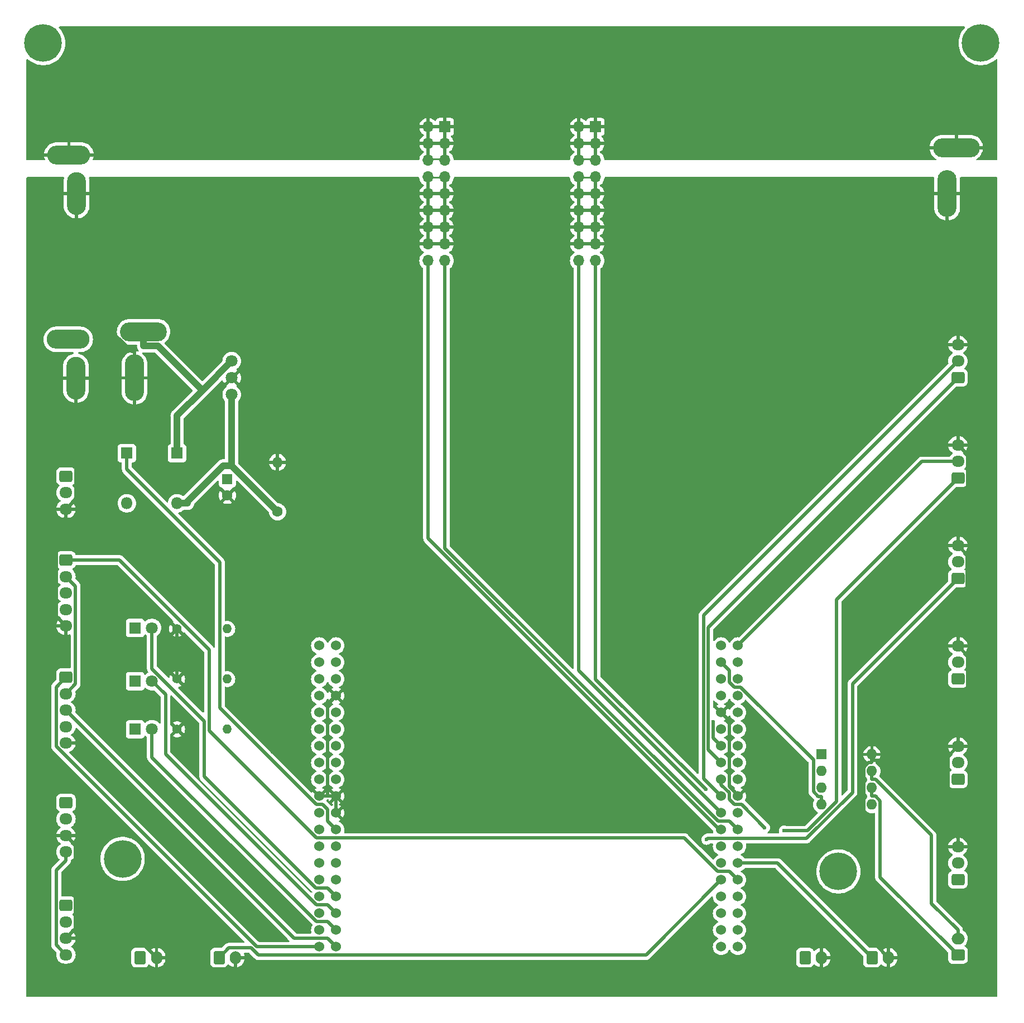
<source format=gbr>
G04 #@! TF.GenerationSoftware,KiCad,Pcbnew,7.0.2*
G04 #@! TF.CreationDate,2023-07-27T23:27:06+09:00*
G04 #@! TF.ProjectId,undercarriage_system,756e6465-7263-4617-9272-696167655f73,rev?*
G04 #@! TF.SameCoordinates,Original*
G04 #@! TF.FileFunction,Copper,L2,Bot*
G04 #@! TF.FilePolarity,Positive*
%FSLAX46Y46*%
G04 Gerber Fmt 4.6, Leading zero omitted, Abs format (unit mm)*
G04 Created by KiCad (PCBNEW 7.0.2) date 2023-07-27 23:27:06*
%MOMM*%
%LPD*%
G01*
G04 APERTURE LIST*
G04 Aperture macros list*
%AMRoundRect*
0 Rectangle with rounded corners*
0 $1 Rounding radius*
0 $2 $3 $4 $5 $6 $7 $8 $9 X,Y pos of 4 corners*
0 Add a 4 corners polygon primitive as box body*
4,1,4,$2,$3,$4,$5,$6,$7,$8,$9,$2,$3,0*
0 Add four circle primitives for the rounded corners*
1,1,$1+$1,$2,$3*
1,1,$1+$1,$4,$5*
1,1,$1+$1,$6,$7*
1,1,$1+$1,$8,$9*
0 Add four rect primitives between the rounded corners*
20,1,$1+$1,$2,$3,$4,$5,0*
20,1,$1+$1,$4,$5,$6,$7,0*
20,1,$1+$1,$6,$7,$8,$9,0*
20,1,$1+$1,$8,$9,$2,$3,0*%
G04 Aperture macros list end*
G04 #@! TA.AperFunction,ComponentPad*
%ADD10C,5.700000*%
G04 #@! TD*
G04 #@! TA.AperFunction,ComponentPad*
%ADD11RoundRect,0.250000X-0.600000X-0.750000X0.600000X-0.750000X0.600000X0.750000X-0.600000X0.750000X0*%
G04 #@! TD*
G04 #@! TA.AperFunction,ComponentPad*
%ADD12O,1.700000X2.000000*%
G04 #@! TD*
G04 #@! TA.AperFunction,ComponentPad*
%ADD13R,1.600000X1.600000*%
G04 #@! TD*
G04 #@! TA.AperFunction,ComponentPad*
%ADD14C,1.600000*%
G04 #@! TD*
G04 #@! TA.AperFunction,ComponentPad*
%ADD15C,1.800000*%
G04 #@! TD*
G04 #@! TA.AperFunction,ComponentPad*
%ADD16R,1.700000X1.700000*%
G04 #@! TD*
G04 #@! TA.AperFunction,ComponentPad*
%ADD17O,1.700000X1.700000*%
G04 #@! TD*
G04 #@! TA.AperFunction,ComponentPad*
%ADD18RoundRect,0.250000X0.725000X-0.600000X0.725000X0.600000X-0.725000X0.600000X-0.725000X-0.600000X0*%
G04 #@! TD*
G04 #@! TA.AperFunction,ComponentPad*
%ADD19O,1.950000X1.700000*%
G04 #@! TD*
G04 #@! TA.AperFunction,ComponentPad*
%ADD20R,1.800000X1.800000*%
G04 #@! TD*
G04 #@! TA.AperFunction,ComponentPad*
%ADD21O,1.800000X1.800000*%
G04 #@! TD*
G04 #@! TA.AperFunction,ComponentPad*
%ADD22O,7.100000X2.900000*%
G04 #@! TD*
G04 #@! TA.AperFunction,ComponentPad*
%ADD23O,2.900000X7.100000*%
G04 #@! TD*
G04 #@! TA.AperFunction,ComponentPad*
%ADD24RoundRect,0.250000X-0.725000X0.600000X-0.725000X-0.600000X0.725000X-0.600000X0.725000X0.600000X0*%
G04 #@! TD*
G04 #@! TA.AperFunction,ComponentPad*
%ADD25O,6.500000X2.900000*%
G04 #@! TD*
G04 #@! TA.AperFunction,ComponentPad*
%ADD26O,2.900000X6.500000*%
G04 #@! TD*
G04 #@! TA.AperFunction,ComponentPad*
%ADD27C,1.524000*%
G04 #@! TD*
G04 #@! TA.AperFunction,ComponentPad*
%ADD28O,1.600000X1.600000*%
G04 #@! TD*
G04 #@! TA.AperFunction,ComponentPad*
%ADD29RoundRect,0.250000X0.750000X-0.600000X0.750000X0.600000X-0.750000X0.600000X-0.750000X-0.600000X0*%
G04 #@! TD*
G04 #@! TA.AperFunction,ComponentPad*
%ADD30O,2.000000X1.700000*%
G04 #@! TD*
G04 #@! TA.AperFunction,ComponentPad*
%ADD31C,1.400000*%
G04 #@! TD*
G04 #@! TA.AperFunction,ComponentPad*
%ADD32O,1.400000X1.400000*%
G04 #@! TD*
G04 #@! TA.AperFunction,ViaPad*
%ADD33C,0.600000*%
G04 #@! TD*
G04 #@! TA.AperFunction,Conductor*
%ADD34C,0.500000*%
G04 #@! TD*
G04 #@! TA.AperFunction,Conductor*
%ADD35C,1.000000*%
G04 #@! TD*
G04 APERTURE END LIST*
D10*
X138430000Y-143510000D03*
X29845000Y-141605000D03*
X160020000Y-17780000D03*
X17780000Y-17780000D03*
D11*
X44470000Y-156570000D03*
D12*
X46970000Y-156570000D03*
D13*
X45720000Y-83920000D03*
D14*
X45720000Y-86420000D03*
D15*
X46380000Y-66040000D03*
X46380000Y-68580000D03*
X46380000Y-71120000D03*
D16*
X78740000Y-30480000D03*
D17*
X76200000Y-30480000D03*
X78740000Y-33020000D03*
X76200000Y-33020000D03*
X78740000Y-35560000D03*
X76200000Y-35560000D03*
X78740000Y-38100000D03*
X76200000Y-38100000D03*
X78740000Y-40640000D03*
X76200000Y-40640000D03*
X78740000Y-43180000D03*
X76200000Y-43180000D03*
X78740000Y-45720000D03*
X76200000Y-45720000D03*
X78740000Y-48260000D03*
X76200000Y-48260000D03*
X78740000Y-50800000D03*
X76200000Y-50800000D03*
D11*
X32480000Y-156570000D03*
D12*
X34980000Y-156570000D03*
D16*
X101600000Y-30480000D03*
D17*
X99060000Y-30480000D03*
X101600000Y-33020000D03*
X99060000Y-33020000D03*
X101600000Y-35560000D03*
X99060000Y-35560000D03*
X101600000Y-38100000D03*
X99060000Y-38100000D03*
X101600000Y-40640000D03*
X99060000Y-40640000D03*
X101600000Y-43180000D03*
X99060000Y-43180000D03*
X101600000Y-45720000D03*
X99060000Y-45720000D03*
X101600000Y-48260000D03*
X99060000Y-48260000D03*
X101600000Y-50800000D03*
X99060000Y-50800000D03*
D18*
X156570000Y-144740000D03*
D19*
X156570000Y-142240000D03*
X156570000Y-139740000D03*
D20*
X38100000Y-80010000D03*
D21*
X38100000Y-87630000D03*
D22*
X156315000Y-33640000D03*
D23*
X154940000Y-40640000D03*
D22*
X33020000Y-61590000D03*
D23*
X31645000Y-68590000D03*
D20*
X31750000Y-106535000D03*
D15*
X34290000Y-106535000D03*
D18*
X156570000Y-68540000D03*
D19*
X156570000Y-66040000D03*
X156570000Y-63540000D03*
D18*
X156570000Y-83780000D03*
D19*
X156570000Y-81280000D03*
X156570000Y-78780000D03*
D11*
X133370000Y-156570000D03*
D12*
X135870000Y-156570000D03*
D24*
X21230000Y-114020000D03*
D19*
X21230000Y-116520000D03*
X21230000Y-119020000D03*
X21230000Y-121520000D03*
X21230000Y-124020000D03*
D18*
X156570000Y-99020000D03*
D19*
X156570000Y-96520000D03*
X156570000Y-94020000D03*
D24*
X21230000Y-133050000D03*
D19*
X21230000Y-135550000D03*
X21230000Y-138050000D03*
X21230000Y-140550000D03*
D25*
X21685000Y-34740000D03*
D26*
X22860000Y-40640000D03*
D27*
X59690000Y-109220000D03*
X62230000Y-109220000D03*
X59690000Y-111760000D03*
X62230000Y-111760000D03*
X59690000Y-114300000D03*
X62230000Y-114300000D03*
X59690000Y-116840000D03*
X62230000Y-116840000D03*
X59690000Y-119380000D03*
X62230000Y-119380000D03*
X59690000Y-121920000D03*
X62230000Y-121920000D03*
X59690000Y-124460000D03*
X62230000Y-124460000D03*
X59690000Y-127000000D03*
X62230000Y-127000000D03*
X59690000Y-129540000D03*
X62230000Y-129540000D03*
X59690000Y-132080000D03*
X62230000Y-132080000D03*
X59690000Y-134620000D03*
X62230000Y-134620000D03*
X59690000Y-137160000D03*
X62230000Y-137160000D03*
X59690000Y-139700000D03*
X62230000Y-139700000D03*
X59690000Y-142240000D03*
X62230000Y-142240000D03*
X59690000Y-144780000D03*
X62230000Y-144780000D03*
X59690000Y-147320000D03*
X62230000Y-147320000D03*
X59690000Y-149860000D03*
X62230000Y-149860000D03*
X59690000Y-152400000D03*
X62230000Y-152400000D03*
X59690000Y-154940000D03*
X62230000Y-154940000D03*
X120650000Y-109220000D03*
X123190000Y-109220000D03*
X120650000Y-111760000D03*
X123190000Y-111760000D03*
X120650000Y-114300000D03*
X123190000Y-114300000D03*
X120650000Y-116840000D03*
X123190000Y-116840000D03*
X120650000Y-119380000D03*
X123190000Y-119380000D03*
X120650000Y-121920000D03*
X123190000Y-121920000D03*
X120650000Y-124460000D03*
X123190000Y-124460000D03*
X120650000Y-127000000D03*
X123190000Y-127000000D03*
X120650000Y-129540000D03*
X123190000Y-129540000D03*
X120650000Y-132080000D03*
X123190000Y-132080000D03*
X120650000Y-134620000D03*
X123190000Y-134620000D03*
X120650000Y-137160000D03*
X123190000Y-137160000D03*
X120650000Y-139700000D03*
X123190000Y-139700000D03*
X120650000Y-142240000D03*
X123190000Y-142240000D03*
X120650000Y-144780000D03*
X123190000Y-144780000D03*
X120650000Y-147320000D03*
X123190000Y-147320000D03*
X120650000Y-149860000D03*
X123190000Y-149860000D03*
X120650000Y-152400000D03*
X123190000Y-152400000D03*
X120650000Y-154940000D03*
X123190000Y-154940000D03*
D14*
X53340000Y-88900000D03*
D28*
X53340000Y-81400000D03*
D20*
X31750000Y-114625000D03*
D15*
X34290000Y-114625000D03*
D29*
X156570000Y-156190000D03*
D30*
X156570000Y-153690000D03*
D24*
X21230000Y-148650000D03*
D19*
X21230000Y-151150000D03*
X21230000Y-153650000D03*
X21230000Y-156150000D03*
D18*
X156570000Y-129500000D03*
D19*
X156570000Y-127000000D03*
X156570000Y-124500000D03*
D31*
X38100000Y-106680000D03*
D32*
X45720000Y-106680000D03*
D24*
X21230000Y-83500000D03*
D19*
X21230000Y-86000000D03*
X21230000Y-88500000D03*
D20*
X31750000Y-121920000D03*
D15*
X34290000Y-121920000D03*
D24*
X21230000Y-96240000D03*
D19*
X21230000Y-98740000D03*
X21230000Y-101240000D03*
X21230000Y-103740000D03*
X21230000Y-106240000D03*
D31*
X38100000Y-121920000D03*
D32*
X45720000Y-121920000D03*
D18*
X156570000Y-114260000D03*
D19*
X156570000Y-111760000D03*
X156570000Y-109260000D03*
D25*
X21590000Y-62740000D03*
D26*
X22765000Y-68640000D03*
D31*
X38100000Y-114300000D03*
D32*
X45720000Y-114300000D03*
D11*
X143530000Y-156570000D03*
D12*
X146030000Y-156570000D03*
D20*
X30480000Y-80010000D03*
D21*
X30480000Y-87630000D03*
D13*
X135900000Y-125740000D03*
D28*
X135900000Y-128280000D03*
X135900000Y-130820000D03*
X135900000Y-133360000D03*
X143520000Y-133360000D03*
X143520000Y-130820000D03*
X143520000Y-128280000D03*
X143520000Y-125740000D03*
D33*
X118425300Y-138659800D03*
X130201500Y-137333100D03*
X119404200Y-120746100D03*
X127256400Y-136852100D03*
X118322500Y-131038400D03*
D34*
X22765000Y-68640000D02*
X22765000Y-86965000D01*
X142268800Y-152808800D02*
X146030000Y-156570000D01*
X22765000Y-86965000D02*
X21230000Y-88500000D01*
X123190000Y-131880800D02*
X123190000Y-132080000D01*
X155112600Y-136982300D02*
X155112600Y-126668600D01*
X143520000Y-125740000D02*
X143520000Y-126668600D01*
X60960000Y-118110000D02*
X62230000Y-116840000D01*
X31197800Y-64589700D02*
X31645000Y-64589700D01*
X142268800Y-127694500D02*
X142268800Y-152808800D01*
X155112600Y-125957400D02*
X156570000Y-124500000D01*
X158067700Y-121702000D02*
X158067700Y-110757700D01*
X158017500Y-80227500D02*
X158017500Y-91272200D01*
X156570000Y-124500000D02*
X156570000Y-123199700D01*
X19782500Y-104792500D02*
X19782500Y-91247800D01*
X76200000Y-43180000D02*
X76200000Y-40640000D01*
X22860000Y-40640000D02*
X22860000Y-56251900D01*
X156570000Y-46270300D02*
X156570000Y-63540000D01*
X143520000Y-126668600D02*
X143520000Y-126990300D01*
X31645000Y-68590000D02*
X31645000Y-64589700D01*
X120650000Y-119380000D02*
X121920000Y-120650000D01*
X158017500Y-91272200D02*
X156570000Y-92719700D01*
X99060000Y-40640000D02*
X99060000Y-38100000D01*
X158067700Y-110757700D02*
X156570000Y-109260000D01*
X21230000Y-138050000D02*
X22661300Y-139481300D01*
X38100000Y-114300000D02*
X38100000Y-106680000D01*
X62230000Y-134620000D02*
X62230000Y-132080000D01*
X157996400Y-95446400D02*
X157996400Y-106533300D01*
X156570000Y-78780000D02*
X158017500Y-80227500D01*
X22661300Y-139481300D02*
X22661300Y-152218700D01*
X99060000Y-43180000D02*
X99060000Y-40640000D01*
X155112600Y-126668600D02*
X155112600Y-125957400D01*
X156570000Y-139740000D02*
X156570000Y-138439700D01*
X22860000Y-56251900D02*
X31197800Y-64589700D01*
X22661300Y-152218700D02*
X30628700Y-152218700D01*
X143520000Y-126990300D02*
X142973000Y-126990300D01*
X21230000Y-106240000D02*
X19782500Y-104792500D01*
X30628700Y-152218700D02*
X34980000Y-156570000D01*
X156570000Y-109260000D02*
X156570000Y-107959700D01*
X156570000Y-123199700D02*
X158067700Y-121702000D01*
X156570000Y-94020000D02*
X157996400Y-95446400D01*
X156570000Y-138439700D02*
X155112600Y-136982300D01*
X154940000Y-40640000D02*
X154940000Y-44640300D01*
X157996400Y-106533300D02*
X156570000Y-107959700D01*
X60960000Y-132080000D02*
X60960000Y-118110000D01*
X121920000Y-120650000D02*
X121920000Y-130610800D01*
X60960000Y-132080000D02*
X59690000Y-132080000D01*
X156570000Y-94020000D02*
X156570000Y-92719700D01*
X155112600Y-126668600D02*
X143520000Y-126668600D01*
X62230000Y-132080000D02*
X60960000Y-132080000D01*
X154940000Y-44640300D02*
X156570000Y-46270300D01*
X142973000Y-126990300D02*
X142268800Y-127694500D01*
X121920000Y-130610800D02*
X123190000Y-131880800D01*
X22661300Y-152218700D02*
X21230000Y-153650000D01*
X21230000Y-88500000D02*
X21230000Y-89800300D01*
X19782500Y-91247800D02*
X21230000Y-89800300D01*
D35*
X35170300Y-63740300D02*
X33020000Y-63740300D01*
X41925000Y-70495000D02*
X38100000Y-74320000D01*
X46380000Y-66040000D02*
X41925000Y-70495000D01*
X33020000Y-61590000D02*
X33020000Y-63740300D01*
X41925000Y-70495000D02*
X35170300Y-63740300D01*
X38100000Y-74320000D02*
X38100000Y-80010000D01*
X38100000Y-87630000D02*
X39700300Y-87630000D01*
X39700300Y-87329900D02*
X45090200Y-81940000D01*
X46380000Y-71120000D02*
X46380000Y-81940000D01*
X46380000Y-81940000D02*
X53340000Y-88900000D01*
X45090200Y-81940000D02*
X46380000Y-81940000D01*
X39700300Y-87630000D02*
X39700300Y-87329900D01*
D34*
X144770300Y-132773500D02*
X144770300Y-144390300D01*
X143520000Y-130820000D02*
X143520000Y-132070300D01*
X144770300Y-144390300D02*
X156570000Y-156190000D01*
X143520000Y-132070300D02*
X144067100Y-132070300D01*
X144067100Y-132070300D02*
X144770300Y-132773500D01*
X19751700Y-143328600D02*
X21230000Y-141850300D01*
X21230000Y-116520000D02*
X22697600Y-115052400D01*
X22697600Y-100207600D02*
X21230000Y-98740000D01*
X21230000Y-156150000D02*
X19751700Y-154671700D01*
X22697600Y-115052400D02*
X22697600Y-100207600D01*
X21230000Y-140550000D02*
X21230000Y-141850300D01*
X19751700Y-154671700D02*
X19751700Y-143328600D01*
X144067000Y-129530300D02*
X152538400Y-138001700D01*
X143520000Y-128280000D02*
X143520000Y-129530300D01*
X152538400Y-138001700D02*
X152538400Y-148358100D01*
X152538400Y-148358100D02*
X156570000Y-152389700D01*
X156570000Y-153690000D02*
X156570000Y-152389700D01*
X143520000Y-129530300D02*
X144067000Y-129530300D01*
X123579500Y-115512400D02*
X122653700Y-115512400D01*
X134649700Y-126582600D02*
X123579500Y-115512400D01*
X135900000Y-133360000D02*
X135900000Y-132109700D01*
X121920000Y-114778700D02*
X121920000Y-113030000D01*
X135900000Y-132109700D02*
X135352900Y-132109700D01*
X135352900Y-132109700D02*
X134649700Y-131406500D01*
X121920000Y-113030000D02*
X120650000Y-111760000D01*
X122653700Y-115512400D02*
X121920000Y-114778700D01*
X134649700Y-131406500D02*
X134649700Y-126582600D01*
X62230000Y-137160000D02*
X60902400Y-135832400D01*
X30480000Y-82469600D02*
X30480000Y-80010000D01*
X60902400Y-134083700D02*
X60168700Y-133350000D01*
X44569600Y-96559200D02*
X30480000Y-82469600D01*
X44569600Y-118702000D02*
X44569600Y-96559200D01*
X60168700Y-133350000D02*
X59217600Y-133350000D01*
X60902400Y-135832400D02*
X60902400Y-134083700D01*
X59217600Y-133350000D02*
X44569600Y-118702000D01*
X140568300Y-131501000D02*
X140568300Y-115021700D01*
X118598700Y-138486400D02*
X133582900Y-138486400D01*
X140568300Y-115021700D02*
X156570000Y-99020000D01*
X118425300Y-138659800D02*
X118598700Y-138486400D01*
X133582900Y-138486400D02*
X140568300Y-131501000D01*
X138116400Y-132921100D02*
X138116400Y-102233600D01*
X130201500Y-137333100D02*
X133704400Y-137333100D01*
X133704400Y-137333100D02*
X138116400Y-132921100D01*
X138116400Y-102233600D02*
X156570000Y-83780000D01*
X60960000Y-146050000D02*
X62230000Y-147320000D01*
X59175800Y-146050000D02*
X60960000Y-146050000D01*
X42242400Y-129116600D02*
X59175800Y-146050000D01*
X34290000Y-112715200D02*
X42242400Y-120667600D01*
X34290000Y-106535000D02*
X34290000Y-112715200D01*
X42242400Y-120667600D02*
X42242400Y-129116600D01*
X62230000Y-149860000D02*
X60960000Y-148590000D01*
X36336500Y-125696300D02*
X36336500Y-116671500D01*
X60960000Y-148590000D02*
X59230200Y-148590000D01*
X36336500Y-116671500D02*
X34290000Y-114625000D01*
X59230200Y-148590000D02*
X36336500Y-125696300D01*
X34290000Y-126177900D02*
X34290000Y-121920000D01*
X62230000Y-152400000D02*
X60960000Y-151130000D01*
X60960000Y-151130000D02*
X59242100Y-151130000D01*
X59242100Y-151130000D02*
X34290000Y-126177900D01*
X19751500Y-115498500D02*
X21230000Y-114020000D01*
X59690000Y-154940000D02*
X50185900Y-154940000D01*
X19751500Y-124505600D02*
X19751500Y-115498500D01*
X50185900Y-154940000D02*
X19751500Y-124505600D01*
X60960000Y-153670000D02*
X55880000Y-153670000D01*
X62230000Y-154940000D02*
X60960000Y-153670000D01*
X55880000Y-153670000D02*
X21230000Y-119020000D01*
X151130000Y-81280000D02*
X156570000Y-81280000D01*
X123190000Y-109220000D02*
X151130000Y-81280000D01*
X119404200Y-123214200D02*
X119404200Y-120746100D01*
X120650000Y-124460000D02*
X119404200Y-123214200D01*
X118653900Y-106456100D02*
X118653900Y-125003900D01*
X156570000Y-68540000D02*
X118653900Y-106456100D01*
X118653900Y-125003900D02*
X120650000Y-127000000D01*
X120650000Y-129540000D02*
X120650000Y-130331300D01*
X120650000Y-130331300D02*
X121862400Y-131543700D01*
X121862400Y-132521300D02*
X122664100Y-133323000D01*
X122664100Y-133323000D02*
X123727300Y-133323000D01*
X121862400Y-131543700D02*
X121862400Y-132521300D01*
X123727300Y-133323000D02*
X127256400Y-136852100D01*
X117953600Y-104656400D02*
X117953600Y-129383600D01*
X117953600Y-129383600D02*
X120650000Y-132080000D01*
X156570000Y-66040000D02*
X117953600Y-104656400D01*
X120650000Y-134620000D02*
X99060000Y-113030000D01*
X99060000Y-113030000D02*
X99060000Y-50800000D01*
X101600000Y-114315900D02*
X101600000Y-50800000D01*
X118322500Y-131038400D02*
X101600000Y-114315900D01*
X76200000Y-92957600D02*
X120402400Y-137160000D01*
X76200000Y-50800000D02*
X76200000Y-52100300D01*
X120402400Y-137160000D02*
X120650000Y-137160000D01*
X76200000Y-52100300D02*
X76200000Y-92957600D01*
X78740000Y-94449600D02*
X120180400Y-135890000D01*
X120180400Y-135890000D02*
X121920000Y-135890000D01*
X78740000Y-52100300D02*
X78740000Y-94449600D01*
X78740000Y-50800000D02*
X78740000Y-52100300D01*
X121920000Y-135890000D02*
X123190000Y-137160000D01*
X129200000Y-142240000D02*
X143530000Y-156570000D01*
X123190000Y-142240000D02*
X129200000Y-142240000D01*
X120650000Y-144780000D02*
X109234300Y-156195700D01*
X50451100Y-156195700D02*
X49355600Y-155100200D01*
X109234300Y-156195700D02*
X50451100Y-156195700D01*
X49355600Y-155100200D02*
X45939800Y-155100200D01*
X45939800Y-155100200D02*
X44470000Y-156570000D01*
X115055900Y-138430000D02*
X120135900Y-143510000D01*
X21230000Y-96240000D02*
X29333600Y-96240000D01*
X121920000Y-143510000D02*
X123190000Y-144780000D01*
X42942700Y-109849100D02*
X42942700Y-122129800D01*
X29333600Y-96240000D02*
X42942700Y-109849100D01*
X120135900Y-143510000D02*
X121920000Y-143510000D01*
X59242900Y-138430000D02*
X115055900Y-138430000D01*
X42942700Y-122129800D02*
X59242900Y-138430000D01*
G04 #@! TA.AperFunction,Conductor*
G36*
X157585227Y-15259685D02*
G01*
X157630982Y-15312489D01*
X157640926Y-15381647D01*
X157611901Y-15445203D01*
X157603462Y-15454024D01*
X157586416Y-15470170D01*
X157586410Y-15470175D01*
X157583979Y-15472479D01*
X157581816Y-15475024D01*
X157581805Y-15475037D01*
X157350946Y-15746827D01*
X157350940Y-15746834D01*
X157348773Y-15749386D01*
X157346892Y-15752158D01*
X157346886Y-15752168D01*
X157146773Y-16047312D01*
X157144883Y-16050100D01*
X157143308Y-16053070D01*
X157143306Y-16053074D01*
X156976277Y-16368123D01*
X156976272Y-16368132D01*
X156974702Y-16371095D01*
X156973461Y-16374207D01*
X156973457Y-16374218D01*
X156841470Y-16705482D01*
X156841465Y-16705496D01*
X156840225Y-16708609D01*
X156743027Y-17058684D01*
X156742483Y-17062000D01*
X156742481Y-17062011D01*
X156710500Y-17257090D01*
X156684249Y-17417215D01*
X156684067Y-17420565D01*
X156684066Y-17420578D01*
X156664761Y-17776643D01*
X156664579Y-17780000D01*
X156664761Y-17783356D01*
X156684066Y-18139421D01*
X156684067Y-18139432D01*
X156684249Y-18142785D01*
X156743027Y-18501316D01*
X156840225Y-18851391D01*
X156841467Y-18854508D01*
X156841470Y-18854517D01*
X156973457Y-19185781D01*
X156974702Y-19188905D01*
X157144883Y-19509900D01*
X157348773Y-19810614D01*
X157583979Y-20087521D01*
X157586410Y-20089824D01*
X157586416Y-20089830D01*
X157689274Y-20187262D01*
X157847746Y-20337375D01*
X158136981Y-20557245D01*
X158448292Y-20744555D01*
X158778031Y-20897108D01*
X159122330Y-21013116D01*
X159477153Y-21091218D01*
X159838341Y-21130500D01*
X159841699Y-21130500D01*
X160198301Y-21130500D01*
X160201659Y-21130500D01*
X160562847Y-21091218D01*
X160917670Y-21013116D01*
X161261969Y-20897108D01*
X161591708Y-20744555D01*
X161903019Y-20557245D01*
X162192254Y-20337375D01*
X162350727Y-20187260D01*
X162412932Y-20155450D01*
X162482463Y-20162319D01*
X162537243Y-20205689D01*
X162559878Y-20271791D01*
X162560000Y-20277285D01*
X162560000Y-35436000D01*
X162540315Y-35503039D01*
X162487511Y-35548794D01*
X162436000Y-35560000D01*
X159453476Y-35560000D01*
X159386437Y-35540315D01*
X159340682Y-35487511D01*
X159330738Y-35418353D01*
X159359763Y-35354797D01*
X159394050Y-35327167D01*
X159471943Y-35284634D01*
X159695242Y-35117473D01*
X159892473Y-34920242D01*
X160059634Y-34696943D01*
X160193311Y-34452128D01*
X160290792Y-34190777D01*
X160350081Y-33918225D01*
X160352100Y-33890000D01*
X159436411Y-33890000D01*
X159449808Y-33845836D01*
X159470081Y-33640000D01*
X159449808Y-33434164D01*
X159436411Y-33390000D01*
X160352101Y-33390000D01*
X160352100Y-33389999D01*
X160350081Y-33361774D01*
X160290792Y-33089222D01*
X160193311Y-32827871D01*
X160059634Y-32583056D01*
X159892473Y-32359757D01*
X159695242Y-32162526D01*
X159471943Y-31995365D01*
X159227128Y-31861688D01*
X158965777Y-31764207D01*
X158693224Y-31704918D01*
X158486853Y-31690158D01*
X158482428Y-31690000D01*
X156565000Y-31690000D01*
X156565000Y-32590000D01*
X156065000Y-32590000D01*
X156065000Y-31690000D01*
X154147572Y-31690000D01*
X154143146Y-31690158D01*
X153936775Y-31704918D01*
X153664222Y-31764207D01*
X153402871Y-31861688D01*
X153158056Y-31995365D01*
X152934757Y-32162526D01*
X152737526Y-32359757D01*
X152570365Y-32583056D01*
X152436688Y-32827871D01*
X152339207Y-33089222D01*
X152279918Y-33361774D01*
X152277899Y-33389999D01*
X152277899Y-33390000D01*
X153193589Y-33390000D01*
X153180192Y-33434164D01*
X153159919Y-33640000D01*
X153180192Y-33845836D01*
X153193589Y-33890000D01*
X152277899Y-33890000D01*
X152279918Y-33918225D01*
X152339207Y-34190777D01*
X152436688Y-34452128D01*
X152570365Y-34696943D01*
X152737526Y-34920242D01*
X152934757Y-35117473D01*
X153158056Y-35284634D01*
X153235950Y-35327167D01*
X153285356Y-35376572D01*
X153300208Y-35444845D01*
X153275792Y-35510310D01*
X153219858Y-35552181D01*
X153176524Y-35560000D01*
X103068782Y-35560000D01*
X103001743Y-35540315D01*
X102955988Y-35487511D01*
X102945254Y-35446807D01*
X102934569Y-35324681D01*
X102873430Y-35096507D01*
X102773599Y-34882421D01*
X102638109Y-34688921D01*
X102471080Y-34521892D01*
X102284968Y-34391574D01*
X102241343Y-34336996D01*
X102234151Y-34267498D01*
X102265673Y-34205143D01*
X102284969Y-34188424D01*
X102471078Y-34058109D01*
X102638106Y-33891081D01*
X102773600Y-33697576D01*
X102873430Y-33483492D01*
X102930636Y-33270000D01*
X102033686Y-33270000D01*
X102059493Y-33229844D01*
X102100000Y-33091889D01*
X102100000Y-32948111D01*
X102059493Y-32810156D01*
X102033686Y-32770000D01*
X102930636Y-32770000D01*
X102930635Y-32769999D01*
X102873430Y-32556507D01*
X102773599Y-32342421D01*
X102638109Y-32148921D01*
X102515665Y-32026477D01*
X102482180Y-31965154D01*
X102487164Y-31895462D01*
X102529036Y-31839529D01*
X102560013Y-31822614D01*
X102692088Y-31773352D01*
X102807188Y-31687188D01*
X102893352Y-31572089D01*
X102943599Y-31437371D01*
X102949645Y-31381132D01*
X102950000Y-31374518D01*
X102950000Y-30730000D01*
X102033686Y-30730000D01*
X102059493Y-30689844D01*
X102100000Y-30551889D01*
X102100000Y-30408111D01*
X102059493Y-30270156D01*
X102033686Y-30230000D01*
X102950000Y-30230000D01*
X102950000Y-29585481D01*
X102949645Y-29578867D01*
X102943599Y-29522628D01*
X102893352Y-29387910D01*
X102807188Y-29272811D01*
X102692089Y-29186647D01*
X102557371Y-29136400D01*
X102501132Y-29130354D01*
X102494518Y-29130000D01*
X101850000Y-29130000D01*
X101850000Y-30044498D01*
X101742315Y-29995320D01*
X101635763Y-29980000D01*
X101564237Y-29980000D01*
X101457685Y-29995320D01*
X101350000Y-30044498D01*
X101350000Y-29130000D01*
X100705482Y-29130000D01*
X100698867Y-29130354D01*
X100642628Y-29136400D01*
X100507910Y-29186647D01*
X100392811Y-29272811D01*
X100306647Y-29387911D01*
X100257385Y-29519987D01*
X100215513Y-29575921D01*
X100150048Y-29600337D01*
X100081776Y-29585485D01*
X100053522Y-29564334D01*
X99931081Y-29441893D01*
X99737576Y-29306399D01*
X99523492Y-29206569D01*
X99310000Y-29149364D01*
X99310000Y-30044498D01*
X99202315Y-29995320D01*
X99095763Y-29980000D01*
X99024237Y-29980000D01*
X98917685Y-29995320D01*
X98810000Y-30044498D01*
X98810000Y-29149364D01*
X98809999Y-29149364D01*
X98596507Y-29206569D01*
X98382421Y-29306400D01*
X98188921Y-29441890D01*
X98021890Y-29608921D01*
X97886400Y-29802421D01*
X97786569Y-30016507D01*
X97729364Y-30229999D01*
X97729364Y-30230000D01*
X98626314Y-30230000D01*
X98600507Y-30270156D01*
X98560000Y-30408111D01*
X98560000Y-30551889D01*
X98600507Y-30689844D01*
X98626314Y-30730000D01*
X97729364Y-30730000D01*
X97786569Y-30943492D01*
X97886399Y-31157576D01*
X98021893Y-31351081D01*
X98188918Y-31518106D01*
X98375031Y-31648425D01*
X98418656Y-31703002D01*
X98425848Y-31772501D01*
X98394326Y-31834855D01*
X98375031Y-31851575D01*
X98188918Y-31981893D01*
X98021890Y-32148921D01*
X97886400Y-32342421D01*
X97786569Y-32556507D01*
X97729364Y-32769999D01*
X97729364Y-32770000D01*
X98626314Y-32770000D01*
X98600507Y-32810156D01*
X98560000Y-32948111D01*
X98560000Y-33091889D01*
X98600507Y-33229844D01*
X98626314Y-33270000D01*
X97729364Y-33270000D01*
X97786569Y-33483492D01*
X97886399Y-33697576D01*
X98021893Y-33891081D01*
X98188918Y-34058106D01*
X98375031Y-34188425D01*
X98418656Y-34243002D01*
X98425848Y-34312501D01*
X98394326Y-34374855D01*
X98375031Y-34391575D01*
X98188918Y-34521893D01*
X98021890Y-34688921D01*
X97886400Y-34882421D01*
X97786569Y-35096507D01*
X97725430Y-35324681D01*
X97714746Y-35446807D01*
X97689294Y-35511876D01*
X97632703Y-35552855D01*
X97591218Y-35560000D01*
X80208782Y-35560000D01*
X80141743Y-35540315D01*
X80095988Y-35487511D01*
X80085254Y-35446807D01*
X80074569Y-35324681D01*
X80013430Y-35096507D01*
X79913599Y-34882421D01*
X79778109Y-34688921D01*
X79611081Y-34521893D01*
X79424968Y-34391575D01*
X79381344Y-34336998D01*
X79374151Y-34267499D01*
X79405673Y-34205145D01*
X79424968Y-34188425D01*
X79611081Y-34058106D01*
X79778106Y-33891081D01*
X79913600Y-33697576D01*
X80013430Y-33483492D01*
X80070636Y-33270000D01*
X79173686Y-33270000D01*
X79199493Y-33229844D01*
X79240000Y-33091889D01*
X79240000Y-32948111D01*
X79199493Y-32810156D01*
X79173686Y-32770000D01*
X80070636Y-32770000D01*
X80070635Y-32769999D01*
X80013430Y-32556507D01*
X79913599Y-32342421D01*
X79778109Y-32148921D01*
X79655665Y-32026477D01*
X79622180Y-31965154D01*
X79627164Y-31895462D01*
X79669036Y-31839529D01*
X79700013Y-31822614D01*
X79832088Y-31773352D01*
X79947188Y-31687188D01*
X80033352Y-31572089D01*
X80083599Y-31437371D01*
X80089645Y-31381132D01*
X80090000Y-31374518D01*
X80090000Y-30730000D01*
X79173686Y-30730000D01*
X79199493Y-30689844D01*
X79240000Y-30551889D01*
X79240000Y-30408111D01*
X79199493Y-30270156D01*
X79173686Y-30230000D01*
X80090000Y-30230000D01*
X80090000Y-29585481D01*
X80089645Y-29578867D01*
X80083599Y-29522628D01*
X80033352Y-29387910D01*
X79947188Y-29272811D01*
X79832089Y-29186647D01*
X79697371Y-29136400D01*
X79641132Y-29130354D01*
X79634518Y-29130000D01*
X78990000Y-29130000D01*
X78990000Y-30044498D01*
X78882315Y-29995320D01*
X78775763Y-29980000D01*
X78704237Y-29980000D01*
X78597685Y-29995320D01*
X78490000Y-30044498D01*
X78490000Y-29130000D01*
X77845482Y-29130000D01*
X77838867Y-29130354D01*
X77782628Y-29136400D01*
X77647910Y-29186647D01*
X77532811Y-29272811D01*
X77446647Y-29387911D01*
X77397385Y-29519987D01*
X77355513Y-29575921D01*
X77290048Y-29600337D01*
X77221776Y-29585485D01*
X77193522Y-29564334D01*
X77071081Y-29441893D01*
X76877576Y-29306399D01*
X76663492Y-29206569D01*
X76450000Y-29149364D01*
X76450000Y-30044498D01*
X76342315Y-29995320D01*
X76235763Y-29980000D01*
X76164237Y-29980000D01*
X76057685Y-29995320D01*
X75950000Y-30044498D01*
X75950000Y-29149364D01*
X75949999Y-29149364D01*
X75736507Y-29206569D01*
X75522421Y-29306400D01*
X75328921Y-29441890D01*
X75161890Y-29608921D01*
X75026400Y-29802421D01*
X74926569Y-30016507D01*
X74869364Y-30229999D01*
X74869364Y-30230000D01*
X75766314Y-30230000D01*
X75740507Y-30270156D01*
X75700000Y-30408111D01*
X75700000Y-30551889D01*
X75740507Y-30689844D01*
X75766314Y-30730000D01*
X74869364Y-30730000D01*
X74926569Y-30943492D01*
X75026399Y-31157576D01*
X75161893Y-31351081D01*
X75328918Y-31518106D01*
X75515031Y-31648425D01*
X75558656Y-31703002D01*
X75565848Y-31772501D01*
X75534326Y-31834855D01*
X75515031Y-31851575D01*
X75328918Y-31981893D01*
X75161890Y-32148921D01*
X75026400Y-32342421D01*
X74926569Y-32556507D01*
X74869364Y-32769999D01*
X74869364Y-32770000D01*
X75766314Y-32770000D01*
X75740507Y-32810156D01*
X75700000Y-32948111D01*
X75700000Y-33091889D01*
X75740507Y-33229844D01*
X75766314Y-33270000D01*
X74869364Y-33270000D01*
X74926569Y-33483492D01*
X75026399Y-33697576D01*
X75161893Y-33891081D01*
X75328918Y-34058106D01*
X75515031Y-34188425D01*
X75558656Y-34243002D01*
X75565848Y-34312501D01*
X75534326Y-34374855D01*
X75515031Y-34391575D01*
X75328918Y-34521893D01*
X75161890Y-34688921D01*
X75026400Y-34882421D01*
X74926569Y-35096507D01*
X74865430Y-35324681D01*
X74854746Y-35446807D01*
X74829294Y-35511876D01*
X74772703Y-35552855D01*
X74731218Y-35560000D01*
X25438971Y-35560000D01*
X25371932Y-35540315D01*
X25326177Y-35487511D01*
X25316233Y-35418353D01*
X25322789Y-35392666D01*
X25360792Y-35290777D01*
X25420081Y-35018225D01*
X25422100Y-34990000D01*
X24506411Y-34990000D01*
X24519808Y-34945836D01*
X24540081Y-34740000D01*
X24519808Y-34534164D01*
X24506411Y-34490000D01*
X25422101Y-34490000D01*
X25422100Y-34489999D01*
X25420081Y-34461774D01*
X25360792Y-34189222D01*
X25263311Y-33927871D01*
X25129634Y-33683056D01*
X24962473Y-33459757D01*
X24765242Y-33262526D01*
X24541943Y-33095365D01*
X24297128Y-32961688D01*
X24035777Y-32864207D01*
X23763224Y-32804918D01*
X23556853Y-32790158D01*
X23552428Y-32790000D01*
X21935000Y-32790000D01*
X21935000Y-33690000D01*
X21435000Y-33690000D01*
X21435000Y-32790000D01*
X19817572Y-32790000D01*
X19813146Y-32790158D01*
X19606775Y-32804918D01*
X19334222Y-32864207D01*
X19072871Y-32961688D01*
X18828056Y-33095365D01*
X18604757Y-33262526D01*
X18407526Y-33459757D01*
X18240365Y-33683056D01*
X18106688Y-33927871D01*
X18009207Y-34189222D01*
X17949918Y-34461774D01*
X17947899Y-34489999D01*
X17947899Y-34490000D01*
X18863589Y-34490000D01*
X18850192Y-34534164D01*
X18829919Y-34740000D01*
X18850192Y-34945836D01*
X18863589Y-34990000D01*
X17947899Y-34990000D01*
X17949918Y-35018225D01*
X18009207Y-35290777D01*
X18047211Y-35392666D01*
X18052195Y-35462357D01*
X18018711Y-35523681D01*
X17957388Y-35557166D01*
X17931029Y-35560000D01*
X15364000Y-35560000D01*
X15296961Y-35540315D01*
X15251206Y-35487511D01*
X15240000Y-35436000D01*
X15240000Y-20277285D01*
X15259685Y-20210246D01*
X15312489Y-20164491D01*
X15381647Y-20154547D01*
X15445203Y-20183572D01*
X15449252Y-20187241D01*
X15607746Y-20337375D01*
X15896981Y-20557245D01*
X16208292Y-20744555D01*
X16538031Y-20897108D01*
X16882330Y-21013116D01*
X17237153Y-21091218D01*
X17598341Y-21130500D01*
X17601699Y-21130500D01*
X17958301Y-21130500D01*
X17961659Y-21130500D01*
X18322847Y-21091218D01*
X18677670Y-21013116D01*
X19021969Y-20897108D01*
X19351708Y-20744555D01*
X19663019Y-20557245D01*
X19952254Y-20337375D01*
X20216021Y-20087521D01*
X20451227Y-19810614D01*
X20655117Y-19509900D01*
X20825298Y-19188905D01*
X20959775Y-18851391D01*
X21056973Y-18501316D01*
X21115751Y-18142785D01*
X21135421Y-17780000D01*
X21115751Y-17417215D01*
X21056973Y-17058684D01*
X20959775Y-16708609D01*
X20825298Y-16371095D01*
X20655117Y-16050100D01*
X20451227Y-15749386D01*
X20216021Y-15472479D01*
X20196537Y-15454023D01*
X20161404Y-15393630D01*
X20164499Y-15323829D01*
X20204840Y-15266782D01*
X20269619Y-15240601D01*
X20281812Y-15240000D01*
X157518188Y-15240000D01*
X157585227Y-15259685D01*
G37*
G04 #@! TD.AperFunction*
G04 #@! TA.AperFunction,Conductor*
G36*
X78280507Y-35350156D02*
G01*
X78240000Y-35488111D01*
X78240000Y-35560000D01*
X76700000Y-35560000D01*
X76700000Y-35488111D01*
X76659493Y-35350156D01*
X76633686Y-35310000D01*
X78306314Y-35310000D01*
X78280507Y-35350156D01*
G37*
G04 #@! TD.AperFunction*
G04 #@! TA.AperFunction,Conductor*
G36*
X101140507Y-35350156D02*
G01*
X101100000Y-35488111D01*
X101100000Y-35560000D01*
X99560000Y-35560000D01*
X99560000Y-35488111D01*
X99519493Y-35350156D01*
X99493686Y-35310000D01*
X101166314Y-35310000D01*
X101140507Y-35350156D01*
G37*
G04 #@! TD.AperFunction*
G04 #@! TA.AperFunction,Conductor*
G36*
X76450000Y-35124498D02*
G01*
X76342315Y-35075320D01*
X76235763Y-35060000D01*
X76164237Y-35060000D01*
X76057685Y-35075320D01*
X75950000Y-35124498D01*
X75950000Y-33455501D01*
X76057685Y-33504680D01*
X76164237Y-33520000D01*
X76235763Y-33520000D01*
X76342315Y-33504680D01*
X76450000Y-33455501D01*
X76450000Y-35124498D01*
G37*
G04 #@! TD.AperFunction*
G04 #@! TA.AperFunction,Conductor*
G36*
X78990000Y-35124498D02*
G01*
X78882315Y-35075320D01*
X78775763Y-35060000D01*
X78704237Y-35060000D01*
X78597685Y-35075320D01*
X78490000Y-35124498D01*
X78490000Y-33455501D01*
X78597685Y-33504680D01*
X78704237Y-33520000D01*
X78775763Y-33520000D01*
X78882315Y-33504680D01*
X78990000Y-33455501D01*
X78990000Y-35124498D01*
G37*
G04 #@! TD.AperFunction*
G04 #@! TA.AperFunction,Conductor*
G36*
X99310000Y-35124498D02*
G01*
X99202315Y-35075320D01*
X99095763Y-35060000D01*
X99024237Y-35060000D01*
X98917685Y-35075320D01*
X98810000Y-35124498D01*
X98810000Y-33455501D01*
X98917685Y-33504680D01*
X99024237Y-33520000D01*
X99095763Y-33520000D01*
X99202315Y-33504680D01*
X99310000Y-33455501D01*
X99310000Y-35124498D01*
G37*
G04 #@! TD.AperFunction*
G04 #@! TA.AperFunction,Conductor*
G36*
X101850000Y-35124498D02*
G01*
X101742315Y-35075320D01*
X101635763Y-35060000D01*
X101564237Y-35060000D01*
X101457685Y-35075320D01*
X101350000Y-35124498D01*
X101350000Y-33455501D01*
X101457685Y-33504680D01*
X101564237Y-33520000D01*
X101635763Y-33520000D01*
X101742315Y-33504680D01*
X101850000Y-33455501D01*
X101850000Y-35124498D01*
G37*
G04 #@! TD.AperFunction*
G04 #@! TA.AperFunction,Conductor*
G36*
X78280507Y-32810156D02*
G01*
X78240000Y-32948111D01*
X78240000Y-33091889D01*
X78280507Y-33229844D01*
X78306314Y-33270000D01*
X76633686Y-33270000D01*
X76659493Y-33229844D01*
X76700000Y-33091889D01*
X76700000Y-32948111D01*
X76659493Y-32810156D01*
X76633686Y-32770000D01*
X78306314Y-32770000D01*
X78280507Y-32810156D01*
G37*
G04 #@! TD.AperFunction*
G04 #@! TA.AperFunction,Conductor*
G36*
X101140507Y-32810156D02*
G01*
X101100000Y-32948111D01*
X101100000Y-33091889D01*
X101140507Y-33229844D01*
X101166314Y-33270000D01*
X99493686Y-33270000D01*
X99519493Y-33229844D01*
X99560000Y-33091889D01*
X99560000Y-32948111D01*
X99519493Y-32810156D01*
X99493686Y-32770000D01*
X101166314Y-32770000D01*
X101140507Y-32810156D01*
G37*
G04 #@! TD.AperFunction*
G04 #@! TA.AperFunction,Conductor*
G36*
X76450000Y-32584498D02*
G01*
X76342315Y-32535320D01*
X76235763Y-32520000D01*
X76164237Y-32520000D01*
X76057685Y-32535320D01*
X75950000Y-32584498D01*
X75950000Y-30915501D01*
X76057685Y-30964680D01*
X76164237Y-30980000D01*
X76235763Y-30980000D01*
X76342315Y-30964680D01*
X76450000Y-30915501D01*
X76450000Y-32584498D01*
G37*
G04 #@! TD.AperFunction*
G04 #@! TA.AperFunction,Conductor*
G36*
X78990000Y-32584498D02*
G01*
X78882315Y-32535320D01*
X78775763Y-32520000D01*
X78704237Y-32520000D01*
X78597685Y-32535320D01*
X78490000Y-32584498D01*
X78490000Y-30915501D01*
X78597685Y-30964680D01*
X78704237Y-30980000D01*
X78775763Y-30980000D01*
X78882315Y-30964680D01*
X78990000Y-30915501D01*
X78990000Y-32584498D01*
G37*
G04 #@! TD.AperFunction*
G04 #@! TA.AperFunction,Conductor*
G36*
X99310000Y-32584498D02*
G01*
X99202315Y-32535320D01*
X99095763Y-32520000D01*
X99024237Y-32520000D01*
X98917685Y-32535320D01*
X98810000Y-32584498D01*
X98810000Y-30915501D01*
X98917685Y-30964680D01*
X99024237Y-30980000D01*
X99095763Y-30980000D01*
X99202315Y-30964680D01*
X99310000Y-30915501D01*
X99310000Y-32584498D01*
G37*
G04 #@! TD.AperFunction*
G04 #@! TA.AperFunction,Conductor*
G36*
X101850000Y-32584498D02*
G01*
X101742315Y-32535320D01*
X101635763Y-32520000D01*
X101564237Y-32520000D01*
X101457685Y-32535320D01*
X101350000Y-32584498D01*
X101350000Y-30915501D01*
X101457685Y-30964680D01*
X101564237Y-30980000D01*
X101635763Y-30980000D01*
X101742315Y-30964680D01*
X101850000Y-30915501D01*
X101850000Y-32584498D01*
G37*
G04 #@! TD.AperFunction*
G04 #@! TA.AperFunction,Conductor*
G36*
X78280507Y-30270156D02*
G01*
X78240000Y-30408111D01*
X78240000Y-30551889D01*
X78280507Y-30689844D01*
X78306314Y-30730000D01*
X76633686Y-30730000D01*
X76659493Y-30689844D01*
X76700000Y-30551889D01*
X76700000Y-30408111D01*
X76659493Y-30270156D01*
X76633686Y-30230000D01*
X78306314Y-30230000D01*
X78280507Y-30270156D01*
G37*
G04 #@! TD.AperFunction*
G04 #@! TA.AperFunction,Conductor*
G36*
X101140507Y-30270156D02*
G01*
X101100000Y-30408111D01*
X101100000Y-30551889D01*
X101140507Y-30689844D01*
X101166314Y-30730000D01*
X99493686Y-30730000D01*
X99519493Y-30689844D01*
X99560000Y-30551889D01*
X99560000Y-30408111D01*
X99519493Y-30270156D01*
X99493686Y-30230000D01*
X101166314Y-30230000D01*
X101140507Y-30270156D01*
G37*
G04 #@! TD.AperFunction*
G04 #@! TA.AperFunction,Conductor*
G36*
X20943229Y-38119685D02*
G01*
X20988984Y-38172489D01*
X20998928Y-38241647D01*
X20992371Y-38267334D01*
X20984209Y-38289215D01*
X20924918Y-38561775D01*
X20910158Y-38768146D01*
X20910000Y-38772572D01*
X20910000Y-40390000D01*
X21810000Y-40390000D01*
X21810000Y-40890000D01*
X20910000Y-40890000D01*
X20910000Y-42507427D01*
X20910158Y-42511853D01*
X20924918Y-42718224D01*
X20984207Y-42990777D01*
X21081688Y-43252128D01*
X21215365Y-43496943D01*
X21382526Y-43720242D01*
X21579757Y-43917473D01*
X21803056Y-44084634D01*
X22047871Y-44218311D01*
X22309222Y-44315792D01*
X22581776Y-44375082D01*
X22610000Y-44377100D01*
X22610000Y-43461411D01*
X22654164Y-43474808D01*
X22860000Y-43495081D01*
X23065836Y-43474808D01*
X23110000Y-43461411D01*
X23110000Y-44377099D01*
X23138223Y-44375082D01*
X23410777Y-44315792D01*
X23672128Y-44218311D01*
X23916943Y-44084634D01*
X24140242Y-43917473D01*
X24337473Y-43720242D01*
X24504634Y-43496943D01*
X24638311Y-43252128D01*
X24735792Y-42990777D01*
X24795081Y-42718224D01*
X24809841Y-42511853D01*
X24810000Y-42507427D01*
X24810000Y-40890000D01*
X23910000Y-40890000D01*
X23910000Y-40390000D01*
X24810000Y-40390000D01*
X24810000Y-38772572D01*
X24809841Y-38768146D01*
X24795081Y-38561775D01*
X24735790Y-38289215D01*
X24727629Y-38267334D01*
X24722644Y-38197643D01*
X24756128Y-38136319D01*
X24817451Y-38102834D01*
X24843810Y-38100000D01*
X74731218Y-38100000D01*
X74798257Y-38119685D01*
X74844012Y-38172489D01*
X74854746Y-38213193D01*
X74865430Y-38335318D01*
X74926569Y-38563492D01*
X75026399Y-38777576D01*
X75161893Y-38971081D01*
X75328918Y-39138106D01*
X75515031Y-39268425D01*
X75558656Y-39323002D01*
X75565848Y-39392501D01*
X75534326Y-39454855D01*
X75515031Y-39471575D01*
X75328918Y-39601893D01*
X75161890Y-39768921D01*
X75026400Y-39962421D01*
X74926569Y-40176507D01*
X74869364Y-40389999D01*
X74869364Y-40390000D01*
X75766314Y-40390000D01*
X75740507Y-40430156D01*
X75700000Y-40568111D01*
X75700000Y-40711889D01*
X75740507Y-40849844D01*
X75766314Y-40890000D01*
X74869364Y-40890000D01*
X74926569Y-41103492D01*
X75026399Y-41317576D01*
X75161893Y-41511081D01*
X75328918Y-41678106D01*
X75515031Y-41808425D01*
X75558656Y-41863002D01*
X75565848Y-41932501D01*
X75534326Y-41994855D01*
X75515031Y-42011575D01*
X75328918Y-42141893D01*
X75161890Y-42308921D01*
X75026400Y-42502421D01*
X74926569Y-42716507D01*
X74869364Y-42929999D01*
X74869364Y-42930000D01*
X75766314Y-42930000D01*
X75740507Y-42970156D01*
X75700000Y-43108111D01*
X75700000Y-43251889D01*
X75740507Y-43389844D01*
X75766314Y-43430000D01*
X74869364Y-43430000D01*
X74926569Y-43643492D01*
X75026399Y-43857576D01*
X75161893Y-44051081D01*
X75328918Y-44218106D01*
X75515031Y-44348425D01*
X75558656Y-44403002D01*
X75565848Y-44472501D01*
X75534326Y-44534855D01*
X75515031Y-44551575D01*
X75328918Y-44681893D01*
X75161890Y-44848921D01*
X75026400Y-45042421D01*
X74926569Y-45256507D01*
X74869364Y-45469999D01*
X74869364Y-45470000D01*
X75766314Y-45470000D01*
X75740507Y-45510156D01*
X75700000Y-45648111D01*
X75700000Y-45791889D01*
X75740507Y-45929844D01*
X75766314Y-45970000D01*
X74869364Y-45970000D01*
X74926569Y-46183492D01*
X75026399Y-46397576D01*
X75161893Y-46591081D01*
X75328918Y-46758106D01*
X75515031Y-46888425D01*
X75558656Y-46943002D01*
X75565848Y-47012501D01*
X75534326Y-47074855D01*
X75515031Y-47091575D01*
X75328918Y-47221893D01*
X75161890Y-47388921D01*
X75026400Y-47582421D01*
X74926569Y-47796507D01*
X74869364Y-48009999D01*
X74869364Y-48010000D01*
X75766314Y-48010000D01*
X75740507Y-48050156D01*
X75700000Y-48188111D01*
X75700000Y-48331889D01*
X75740507Y-48469844D01*
X75766314Y-48510000D01*
X74869364Y-48510000D01*
X74926569Y-48723492D01*
X75026399Y-48937576D01*
X75161893Y-49131081D01*
X75328918Y-49298106D01*
X75514595Y-49428119D01*
X75558219Y-49482696D01*
X75565412Y-49552195D01*
X75533890Y-49614549D01*
X75514595Y-49631269D01*
X75328595Y-49761508D01*
X75161505Y-49928598D01*
X75025965Y-50122170D01*
X74926097Y-50336336D01*
X74864936Y-50564592D01*
X74844340Y-50799999D01*
X74864936Y-51035407D01*
X74909709Y-51202502D01*
X74926097Y-51263663D01*
X75025965Y-51477830D01*
X75161505Y-51671401D01*
X75161508Y-51671404D01*
X75328596Y-51838493D01*
X75328599Y-51838495D01*
X75396623Y-51886125D01*
X75440248Y-51940700D01*
X75449500Y-51987700D01*
X75449500Y-92893894D01*
X75448191Y-92911864D01*
X75444711Y-92935623D01*
X75449028Y-92984968D01*
X75449500Y-92995775D01*
X75449500Y-93001309D01*
X75449916Y-93004872D01*
X75449917Y-93004882D01*
X75453098Y-93032096D01*
X75453464Y-93035682D01*
X75460109Y-93111641D01*
X75464329Y-93130671D01*
X75464758Y-93131851D01*
X75464759Y-93131855D01*
X75490413Y-93202342D01*
X75491582Y-93205707D01*
X75515580Y-93278124D01*
X75524075Y-93295672D01*
X75565979Y-93359384D01*
X75567889Y-93362382D01*
X75582686Y-93386370D01*
X75607952Y-93427332D01*
X75620253Y-93442430D01*
X75621168Y-93443293D01*
X75621170Y-93443296D01*
X75660162Y-93480083D01*
X75675708Y-93494750D01*
X75678295Y-93497263D01*
X97518837Y-115337805D01*
X119354755Y-137173722D01*
X119388240Y-137235045D01*
X119390602Y-137250596D01*
X119401929Y-137380065D01*
X119455450Y-137579806D01*
X119453787Y-137649656D01*
X119414625Y-137707519D01*
X119350396Y-137735023D01*
X119335675Y-137735900D01*
X118662406Y-137735900D01*
X118644436Y-137734591D01*
X118630553Y-137732557D01*
X118620677Y-137731111D01*
X118620676Y-137731111D01*
X118571331Y-137735428D01*
X118560524Y-137735900D01*
X118554991Y-137735900D01*
X118551430Y-137736316D01*
X118551415Y-137736317D01*
X118524201Y-137739498D01*
X118520616Y-137739864D01*
X118444661Y-137746509D01*
X118425621Y-137750730D01*
X118353932Y-137776821D01*
X118350531Y-137778003D01*
X118278174Y-137801980D01*
X118260627Y-137810475D01*
X118196921Y-137852375D01*
X118193881Y-137854312D01*
X118128980Y-137894344D01*
X118111659Y-137908454D01*
X118100905Y-137915529D01*
X118100509Y-137914928D01*
X118086144Y-137924251D01*
X118087607Y-137926579D01*
X118075779Y-137934010D01*
X118075778Y-137934011D01*
X118059308Y-137944360D01*
X117923035Y-138029985D01*
X117795485Y-138157535D01*
X117710105Y-138293418D01*
X117699511Y-138310278D01*
X117680623Y-138364258D01*
X117639931Y-138480548D01*
X117619734Y-138659800D01*
X117639931Y-138839051D01*
X117639931Y-138839053D01*
X117639932Y-138839055D01*
X117699511Y-139009322D01*
X117735220Y-139066153D01*
X117795485Y-139162064D01*
X117923035Y-139289614D01*
X117923037Y-139289615D01*
X117923038Y-139289616D01*
X118075778Y-139385589D01*
X118246045Y-139445168D01*
X118425300Y-139465365D01*
X118604555Y-139445168D01*
X118774822Y-139385589D01*
X118927562Y-139289616D01*
X118927564Y-139289613D01*
X118943960Y-139273219D01*
X119005283Y-139239734D01*
X119031641Y-139236900D01*
X119305450Y-139236900D01*
X119372489Y-139256585D01*
X119418244Y-139309389D01*
X119428188Y-139378547D01*
X119425225Y-139392994D01*
X119401929Y-139479934D01*
X119382676Y-139699999D01*
X119401929Y-139920065D01*
X119459106Y-140133451D01*
X119491767Y-140203492D01*
X119552466Y-140333662D01*
X119679174Y-140514620D01*
X119835380Y-140670826D01*
X120016338Y-140797534D01*
X120135748Y-140853215D01*
X120145189Y-140857618D01*
X120197628Y-140903790D01*
X120216780Y-140970984D01*
X120196564Y-141037865D01*
X120145189Y-141082382D01*
X120016338Y-141142466D01*
X119835379Y-141269174D01*
X119679174Y-141425379D01*
X119552466Y-141606338D01*
X119544986Y-141622380D01*
X119498813Y-141674819D01*
X119431619Y-141693971D01*
X119364738Y-141673755D01*
X119344923Y-141657656D01*
X117495562Y-139808295D01*
X115631628Y-137944360D01*
X115619846Y-137930727D01*
X115605509Y-137911469D01*
X115567566Y-137879631D01*
X115559591Y-137872323D01*
X115558229Y-137870961D01*
X115555677Y-137868409D01*
X115531344Y-137849169D01*
X115528547Y-137846890D01*
X115470151Y-137797890D01*
X115453721Y-137787422D01*
X115384591Y-137755186D01*
X115381347Y-137753615D01*
X115313206Y-137719394D01*
X115294803Y-137712997D01*
X115268274Y-137707519D01*
X115220106Y-137697572D01*
X115216592Y-137696794D01*
X115142390Y-137679208D01*
X115123021Y-137677229D01*
X115046769Y-137679448D01*
X115043163Y-137679500D01*
X63559437Y-137679500D01*
X63492398Y-137659815D01*
X63446643Y-137607011D01*
X63436699Y-137537853D01*
X63439662Y-137523406D01*
X63478070Y-137380068D01*
X63497323Y-137160000D01*
X63478070Y-136939932D01*
X63420894Y-136726550D01*
X63327534Y-136526339D01*
X63200826Y-136345380D01*
X63044620Y-136189174D01*
X62863662Y-136062466D01*
X62734218Y-136002105D01*
X62681779Y-135955932D01*
X62662627Y-135888739D01*
X62682843Y-135821858D01*
X62734220Y-135777340D01*
X62863411Y-135717098D01*
X62928186Y-135671740D01*
X62257446Y-135001000D01*
X62261569Y-135001000D01*
X62355421Y-134985339D01*
X62467251Y-134924820D01*
X62553371Y-134831269D01*
X62604448Y-134714823D01*
X62610105Y-134646552D01*
X63281740Y-135318186D01*
X63327100Y-135253408D01*
X63420420Y-135053281D01*
X63477575Y-134839978D01*
X63496821Y-134620000D01*
X63477575Y-134400021D01*
X63420421Y-134186720D01*
X63327098Y-133986589D01*
X63281740Y-133921811D01*
X62614903Y-134588648D01*
X62614949Y-134588102D01*
X62583734Y-134464838D01*
X62514187Y-134358388D01*
X62413843Y-134280287D01*
X62293578Y-134239000D01*
X62257447Y-134239000D01*
X62928187Y-133568258D01*
X62863407Y-133522898D01*
X62733627Y-133462382D01*
X62681187Y-133416210D01*
X62662035Y-133349017D01*
X62682250Y-133282135D01*
X62733627Y-133237618D01*
X62863408Y-133177100D01*
X62928187Y-133131740D01*
X62257448Y-132461000D01*
X62261569Y-132461000D01*
X62355421Y-132445339D01*
X62467251Y-132384820D01*
X62553371Y-132291269D01*
X62604448Y-132174823D01*
X62610105Y-132106552D01*
X63281740Y-132778186D01*
X63327100Y-132713408D01*
X63420420Y-132513281D01*
X63477575Y-132299978D01*
X63496821Y-132080000D01*
X63477575Y-131860021D01*
X63420421Y-131646720D01*
X63327098Y-131446589D01*
X63281740Y-131381811D01*
X62614903Y-132048648D01*
X62614949Y-132048102D01*
X62583734Y-131924838D01*
X62514187Y-131818388D01*
X62413843Y-131740287D01*
X62293578Y-131699000D01*
X62257447Y-131699000D01*
X62928187Y-131028258D01*
X62863406Y-130982898D01*
X62734219Y-130922658D01*
X62681779Y-130876486D01*
X62662627Y-130809293D01*
X62682843Y-130742411D01*
X62734219Y-130697894D01*
X62745334Y-130692711D01*
X62863662Y-130637534D01*
X63044620Y-130510826D01*
X63200826Y-130354620D01*
X63327534Y-130173662D01*
X63420894Y-129973450D01*
X63478070Y-129760068D01*
X63497323Y-129540000D01*
X63478070Y-129319932D01*
X63420894Y-129106550D01*
X63327534Y-128906339D01*
X63200826Y-128725380D01*
X63044620Y-128569174D01*
X62863662Y-128442466D01*
X62734811Y-128382382D01*
X62682372Y-128336210D01*
X62663220Y-128269016D01*
X62683436Y-128202135D01*
X62734811Y-128157618D01*
X62751971Y-128149616D01*
X62863662Y-128097534D01*
X63044620Y-127970826D01*
X63200826Y-127814620D01*
X63327534Y-127633662D01*
X63420894Y-127433450D01*
X63478070Y-127220068D01*
X63497323Y-127000000D01*
X63478070Y-126779932D01*
X63420894Y-126566550D01*
X63327534Y-126366339D01*
X63200826Y-126185380D01*
X63044620Y-126029174D01*
X62863662Y-125902466D01*
X62734811Y-125842382D01*
X62682372Y-125796210D01*
X62663220Y-125729016D01*
X62683436Y-125662135D01*
X62734811Y-125617618D01*
X62740743Y-125614852D01*
X62863662Y-125557534D01*
X63044620Y-125430826D01*
X63200826Y-125274620D01*
X63327534Y-125093662D01*
X63420894Y-124893450D01*
X63478070Y-124680068D01*
X63497323Y-124460000D01*
X63478070Y-124239932D01*
X63420894Y-124026550D01*
X63327534Y-123826339D01*
X63200826Y-123645380D01*
X63044620Y-123489174D01*
X62863662Y-123362466D01*
X62734811Y-123302382D01*
X62682372Y-123256210D01*
X62663220Y-123189016D01*
X62683436Y-123122135D01*
X62734811Y-123077618D01*
X62767598Y-123062329D01*
X62863662Y-123017534D01*
X63044620Y-122890826D01*
X63200826Y-122734620D01*
X63327534Y-122553662D01*
X63420894Y-122353450D01*
X63478070Y-122140068D01*
X63497323Y-121920000D01*
X63478070Y-121699932D01*
X63420894Y-121486550D01*
X63327534Y-121286339D01*
X63200826Y-121105380D01*
X63044620Y-120949174D01*
X62863662Y-120822466D01*
X62734811Y-120762382D01*
X62682372Y-120716210D01*
X62663220Y-120649016D01*
X62683436Y-120582135D01*
X62734811Y-120537618D01*
X62773665Y-120519500D01*
X62863662Y-120477534D01*
X63044620Y-120350826D01*
X63200826Y-120194620D01*
X63327534Y-120013662D01*
X63420894Y-119813450D01*
X63478070Y-119600068D01*
X63497323Y-119380000D01*
X63478070Y-119159932D01*
X63420894Y-118946550D01*
X63327534Y-118746339D01*
X63200826Y-118565380D01*
X63044620Y-118409174D01*
X62863662Y-118282466D01*
X62734218Y-118222105D01*
X62681779Y-118175932D01*
X62662627Y-118108739D01*
X62682843Y-118041858D01*
X62734220Y-117997340D01*
X62863411Y-117937098D01*
X62928187Y-117891740D01*
X62257448Y-117221000D01*
X62261569Y-117221000D01*
X62355421Y-117205339D01*
X62467251Y-117144820D01*
X62553371Y-117051269D01*
X62604448Y-116934823D01*
X62610105Y-116866552D01*
X63281740Y-117538186D01*
X63327100Y-117473408D01*
X63420420Y-117273281D01*
X63477575Y-117059978D01*
X63496821Y-116840000D01*
X63477575Y-116620021D01*
X63420421Y-116406720D01*
X63327098Y-116206589D01*
X63281740Y-116141811D01*
X62614903Y-116808648D01*
X62614949Y-116808102D01*
X62583734Y-116684838D01*
X62514187Y-116578388D01*
X62413843Y-116500287D01*
X62293578Y-116459000D01*
X62257447Y-116459000D01*
X62928187Y-115788258D01*
X62863406Y-115742898D01*
X62734219Y-115682658D01*
X62681779Y-115636486D01*
X62662627Y-115569293D01*
X62682843Y-115502411D01*
X62734219Y-115457894D01*
X62788368Y-115432644D01*
X62863662Y-115397534D01*
X63044620Y-115270826D01*
X63200826Y-115114620D01*
X63327534Y-114933662D01*
X63420894Y-114733450D01*
X63478070Y-114520068D01*
X63497323Y-114300000D01*
X63478070Y-114079932D01*
X63420894Y-113866550D01*
X63327534Y-113666339D01*
X63200826Y-113485380D01*
X63044620Y-113329174D01*
X62863662Y-113202466D01*
X62734811Y-113142382D01*
X62682372Y-113096210D01*
X62663220Y-113029016D01*
X62683436Y-112962135D01*
X62734811Y-112917618D01*
X62757388Y-112907090D01*
X62863662Y-112857534D01*
X63044620Y-112730826D01*
X63200826Y-112574620D01*
X63327534Y-112393662D01*
X63420894Y-112193450D01*
X63478070Y-111980068D01*
X63497323Y-111760000D01*
X63478070Y-111539932D01*
X63420894Y-111326550D01*
X63327534Y-111126339D01*
X63200826Y-110945380D01*
X63044620Y-110789174D01*
X62863662Y-110662466D01*
X62734811Y-110602382D01*
X62682372Y-110556210D01*
X62663220Y-110489016D01*
X62683436Y-110422135D01*
X62734811Y-110377618D01*
X62740027Y-110375185D01*
X62863662Y-110317534D01*
X63044620Y-110190826D01*
X63200826Y-110034620D01*
X63327534Y-109853662D01*
X63420894Y-109653450D01*
X63478070Y-109440068D01*
X63497323Y-109220000D01*
X63478070Y-108999932D01*
X63420894Y-108786550D01*
X63327534Y-108586339D01*
X63200826Y-108405380D01*
X63044620Y-108249174D01*
X62863662Y-108122466D01*
X62786318Y-108086400D01*
X62663451Y-108029106D01*
X62450065Y-107971929D01*
X62230000Y-107952676D01*
X62009934Y-107971929D01*
X61796548Y-108029106D01*
X61596338Y-108122466D01*
X61415379Y-108249174D01*
X61259174Y-108405379D01*
X61132466Y-108586338D01*
X61072382Y-108715189D01*
X61026209Y-108767628D01*
X60959016Y-108786780D01*
X60892135Y-108766564D01*
X60847618Y-108715189D01*
X60830744Y-108679004D01*
X60787534Y-108586339D01*
X60660826Y-108405380D01*
X60504620Y-108249174D01*
X60323662Y-108122466D01*
X60246318Y-108086400D01*
X60123451Y-108029106D01*
X59910065Y-107971929D01*
X59689999Y-107952676D01*
X59469934Y-107971929D01*
X59256548Y-108029106D01*
X59056338Y-108122466D01*
X58875379Y-108249174D01*
X58719174Y-108405379D01*
X58592466Y-108586338D01*
X58499106Y-108786548D01*
X58441929Y-108999934D01*
X58422676Y-109220000D01*
X58441929Y-109440065D01*
X58499106Y-109653451D01*
X58531767Y-109723492D01*
X58592466Y-109853662D01*
X58719174Y-110034620D01*
X58875380Y-110190826D01*
X59056338Y-110317534D01*
X59175748Y-110373215D01*
X59185189Y-110377618D01*
X59237628Y-110423790D01*
X59256780Y-110490984D01*
X59236564Y-110557865D01*
X59185189Y-110602382D01*
X59056338Y-110662466D01*
X58875379Y-110789174D01*
X58719174Y-110945379D01*
X58592466Y-111126338D01*
X58499106Y-111326548D01*
X58441929Y-111539934D01*
X58422676Y-111760000D01*
X58441929Y-111980065D01*
X58499106Y-112193451D01*
X58513194Y-112223662D01*
X58592466Y-112393662D01*
X58719174Y-112574620D01*
X58875380Y-112730826D01*
X59056338Y-112857534D01*
X59162612Y-112907090D01*
X59185189Y-112917618D01*
X59237628Y-112963790D01*
X59256780Y-113030984D01*
X59236564Y-113097865D01*
X59185189Y-113142382D01*
X59056338Y-113202466D01*
X58875379Y-113329174D01*
X58719174Y-113485379D01*
X58592466Y-113666338D01*
X58499106Y-113866548D01*
X58441929Y-114079934D01*
X58422676Y-114300000D01*
X58441929Y-114520065D01*
X58499106Y-114733451D01*
X58579968Y-114906859D01*
X58592466Y-114933662D01*
X58719174Y-115114620D01*
X58875380Y-115270826D01*
X59056338Y-115397534D01*
X59131632Y-115432644D01*
X59185189Y-115457618D01*
X59237628Y-115503790D01*
X59256780Y-115570984D01*
X59236564Y-115637865D01*
X59185189Y-115682382D01*
X59056338Y-115742466D01*
X58875379Y-115869174D01*
X58719174Y-116025379D01*
X58592466Y-116206338D01*
X58499106Y-116406548D01*
X58441929Y-116619934D01*
X58422676Y-116840000D01*
X58441929Y-117060065D01*
X58499106Y-117273451D01*
X58572596Y-117431050D01*
X58592466Y-117473662D01*
X58719174Y-117654620D01*
X58875380Y-117810826D01*
X59056338Y-117937534D01*
X59150635Y-117981505D01*
X59185189Y-117997618D01*
X59237628Y-118043790D01*
X59256780Y-118110984D01*
X59236564Y-118177865D01*
X59185189Y-118222382D01*
X59056338Y-118282466D01*
X58875379Y-118409174D01*
X58719174Y-118565379D01*
X58592466Y-118746338D01*
X58499106Y-118946548D01*
X58441929Y-119159934D01*
X58422676Y-119380000D01*
X58441929Y-119600065D01*
X58499106Y-119813451D01*
X58532106Y-119884220D01*
X58592466Y-120013662D01*
X58719174Y-120194620D01*
X58875380Y-120350826D01*
X59056338Y-120477534D01*
X59146335Y-120519500D01*
X59185189Y-120537618D01*
X59237628Y-120583790D01*
X59256780Y-120650984D01*
X59236564Y-120717865D01*
X59185189Y-120762382D01*
X59056338Y-120822466D01*
X58875379Y-120949174D01*
X58719174Y-121105379D01*
X58592466Y-121286338D01*
X58499106Y-121486548D01*
X58441929Y-121699934D01*
X58422676Y-121920000D01*
X58441929Y-122140065D01*
X58499106Y-122353451D01*
X58516804Y-122391404D01*
X58592466Y-122553662D01*
X58719174Y-122734620D01*
X58875380Y-122890826D01*
X59056338Y-123017534D01*
X59152402Y-123062329D01*
X59185189Y-123077618D01*
X59237628Y-123123790D01*
X59256780Y-123190984D01*
X59236564Y-123257865D01*
X59185189Y-123302382D01*
X59056338Y-123362466D01*
X58875379Y-123489174D01*
X58719174Y-123645379D01*
X58592466Y-123826338D01*
X58499106Y-124026548D01*
X58441929Y-124239934D01*
X58422676Y-124460000D01*
X58441929Y-124680065D01*
X58499106Y-124893451D01*
X58544328Y-124990430D01*
X58592466Y-125093662D01*
X58719174Y-125274620D01*
X58875380Y-125430826D01*
X59056338Y-125557534D01*
X59175748Y-125613215D01*
X59185189Y-125617618D01*
X59237628Y-125663790D01*
X59256780Y-125730984D01*
X59236564Y-125797865D01*
X59185189Y-125842382D01*
X59056338Y-125902466D01*
X58875379Y-126029174D01*
X58719174Y-126185379D01*
X58592466Y-126366338D01*
X58499106Y-126566548D01*
X58441929Y-126779934D01*
X58422676Y-127000000D01*
X58441929Y-127220065D01*
X58499106Y-127433451D01*
X58589601Y-127627519D01*
X58592466Y-127633662D01*
X58719174Y-127814620D01*
X58875380Y-127970826D01*
X59056338Y-128097534D01*
X59168029Y-128149616D01*
X59185189Y-128157618D01*
X59237628Y-128203790D01*
X59256780Y-128270984D01*
X59236564Y-128337865D01*
X59185189Y-128382382D01*
X59056338Y-128442466D01*
X58875379Y-128569174D01*
X58719174Y-128725379D01*
X58592466Y-128906338D01*
X58499106Y-129106548D01*
X58441929Y-129319934D01*
X58422676Y-129540000D01*
X58441929Y-129760065D01*
X58499106Y-129973451D01*
X58592466Y-130173662D01*
X58719174Y-130354620D01*
X58875380Y-130510826D01*
X59056338Y-130637534D01*
X59126173Y-130670098D01*
X59185780Y-130697894D01*
X59238219Y-130744066D01*
X59257371Y-130811260D01*
X59237155Y-130878141D01*
X59185780Y-130922658D01*
X59056589Y-130982900D01*
X58991811Y-131028258D01*
X59662552Y-131699000D01*
X59658431Y-131699000D01*
X59564579Y-131714661D01*
X59452749Y-131775180D01*
X59366629Y-131868731D01*
X59315552Y-131985177D01*
X59309894Y-132053448D01*
X58638258Y-131381812D01*
X58588152Y-131453371D01*
X58533575Y-131496995D01*
X58464076Y-131504188D01*
X58401722Y-131472666D01*
X58398896Y-131469928D01*
X52418968Y-125490000D01*
X45356419Y-118427450D01*
X45322934Y-118366127D01*
X45320100Y-118339769D01*
X45320100Y-115595867D01*
X45339785Y-115528828D01*
X45392589Y-115483073D01*
X45461747Y-115473129D01*
X45466820Y-115473967D01*
X45608757Y-115500500D01*
X45608761Y-115500500D01*
X45831241Y-115500500D01*
X45831243Y-115500500D01*
X46049940Y-115459618D01*
X46257401Y-115379247D01*
X46446562Y-115262124D01*
X46610981Y-115112236D01*
X46745058Y-114934689D01*
X46844229Y-114735528D01*
X46844281Y-114735347D01*
X46875670Y-114625023D01*
X46905115Y-114521536D01*
X46925643Y-114300000D01*
X46905115Y-114078464D01*
X46844886Y-113866780D01*
X46844230Y-113864473D01*
X46745058Y-113665311D01*
X46610980Y-113487762D01*
X46446562Y-113337875D01*
X46257404Y-113220754D01*
X46119898Y-113167484D01*
X46049940Y-113140382D01*
X45831243Y-113099500D01*
X45608757Y-113099500D01*
X45466884Y-113126020D01*
X45397370Y-113118990D01*
X45342691Y-113075492D01*
X45320209Y-113009339D01*
X45320100Y-113004132D01*
X45320100Y-107975867D01*
X45339785Y-107908828D01*
X45392589Y-107863073D01*
X45461747Y-107853129D01*
X45466820Y-107853967D01*
X45608757Y-107880500D01*
X45608761Y-107880500D01*
X45831241Y-107880500D01*
X45831243Y-107880500D01*
X46049940Y-107839618D01*
X46257401Y-107759247D01*
X46446562Y-107642124D01*
X46520666Y-107574569D01*
X46610980Y-107492237D01*
X46615570Y-107486159D01*
X46745058Y-107314689D01*
X46844229Y-107115528D01*
X46844281Y-107115347D01*
X46899768Y-106920327D01*
X46905115Y-106901536D01*
X46925643Y-106680000D01*
X46905115Y-106458464D01*
X46867553Y-106326447D01*
X46844230Y-106244473D01*
X46745058Y-106045311D01*
X46610980Y-105867762D01*
X46446562Y-105717875D01*
X46257404Y-105600754D01*
X46119898Y-105547484D01*
X46049940Y-105520382D01*
X45831243Y-105479500D01*
X45608757Y-105479500D01*
X45466884Y-105506020D01*
X45397370Y-105498990D01*
X45342691Y-105455492D01*
X45320209Y-105389339D01*
X45320100Y-105384132D01*
X45320100Y-96622905D01*
X45321409Y-96604935D01*
X45321580Y-96603764D01*
X45324889Y-96581177D01*
X45320571Y-96531833D01*
X45320100Y-96521027D01*
X45320100Y-96519101D01*
X45320100Y-96515491D01*
X45316498Y-96484678D01*
X45316134Y-96481115D01*
X45309488Y-96405142D01*
X45305274Y-96386135D01*
X45304841Y-96384945D01*
X45279171Y-96314417D01*
X45278024Y-96311117D01*
X45254414Y-96239865D01*
X45254412Y-96239862D01*
X45254015Y-96238663D01*
X45245529Y-96221136D01*
X45244837Y-96220084D01*
X45244837Y-96220083D01*
X45203594Y-96157376D01*
X45201699Y-96154401D01*
X45162311Y-96090544D01*
X45161647Y-96089467D01*
X45149348Y-96074370D01*
X45093872Y-96022031D01*
X45091285Y-96019518D01*
X38288878Y-89217111D01*
X38255393Y-89155788D01*
X38260377Y-89086096D01*
X38302249Y-89030163D01*
X38356148Y-89007121D01*
X38444981Y-88992298D01*
X38664503Y-88916936D01*
X38868626Y-88806470D01*
X39039711Y-88673310D01*
X39059893Y-88657602D01*
X39062220Y-88660592D01*
X39105588Y-88634528D01*
X39136935Y-88630500D01*
X39671799Y-88630500D01*
X39678078Y-88630658D01*
X39751236Y-88634369D01*
X39823639Y-88623276D01*
X39829857Y-88622484D01*
X39902738Y-88615074D01*
X39918101Y-88610253D01*
X39936450Y-88605995D01*
X39943672Y-88604888D01*
X39952371Y-88603556D01*
X40021077Y-88578109D01*
X40026972Y-88576094D01*
X40096888Y-88554159D01*
X40110974Y-88546339D01*
X40128081Y-88538479D01*
X40143187Y-88532886D01*
X40205356Y-88494134D01*
X40210750Y-88490959D01*
X40274802Y-88455409D01*
X40287020Y-88444918D01*
X40302198Y-88433773D01*
X40315871Y-88425252D01*
X40368992Y-88374755D01*
X40373628Y-88370568D01*
X40429195Y-88322866D01*
X40439052Y-88310131D01*
X40451675Y-88296159D01*
X40463353Y-88285059D01*
X40505239Y-88224877D01*
X40508877Y-88219924D01*
X40553748Y-88161958D01*
X40560846Y-88147485D01*
X40570393Y-88131268D01*
X40579595Y-88118049D01*
X40608486Y-88050722D01*
X40611091Y-88045054D01*
X40643360Y-87979271D01*
X40647396Y-87963680D01*
X40653486Y-87945861D01*
X40659840Y-87931058D01*
X40674588Y-87859287D01*
X40675997Y-87853213D01*
X40694363Y-87782285D01*
X40694363Y-87782280D01*
X40696909Y-87772449D01*
X40729267Y-87715852D01*
X44207821Y-84237298D01*
X44269142Y-84203815D01*
X44338834Y-84208799D01*
X44394767Y-84250671D01*
X44419184Y-84316135D01*
X44419500Y-84324981D01*
X44419500Y-84764560D01*
X44419500Y-84764578D01*
X44419501Y-84767872D01*
X44419853Y-84771152D01*
X44419854Y-84771159D01*
X44425909Y-84827484D01*
X44432403Y-84844895D01*
X44476204Y-84962331D01*
X44562454Y-85077546D01*
X44677669Y-85163796D01*
X44812517Y-85214091D01*
X44872127Y-85220500D01*
X44875455Y-85220499D01*
X44876388Y-85220550D01*
X44942278Y-85243792D01*
X44985143Y-85298967D01*
X44990667Y-85337114D01*
X45675600Y-86022046D01*
X45594852Y-86034835D01*
X45481955Y-86092359D01*
X45392359Y-86181955D01*
X45334835Y-86294852D01*
X45322046Y-86375599D01*
X44640973Y-85694526D01*
X44640973Y-85694527D01*
X44589865Y-85767516D01*
X44493733Y-85973672D01*
X44434858Y-86193397D01*
X44415033Y-86420000D01*
X44434858Y-86646602D01*
X44493733Y-86866326D01*
X44589866Y-87072484D01*
X44640972Y-87145471D01*
X44640974Y-87145472D01*
X45322046Y-86464399D01*
X45334835Y-86545148D01*
X45392359Y-86658045D01*
X45481955Y-86747641D01*
X45594852Y-86805165D01*
X45675599Y-86817953D01*
X44994526Y-87499025D01*
X44994526Y-87499026D01*
X45067515Y-87550133D01*
X45273673Y-87646266D01*
X45493397Y-87705141D01*
X45720000Y-87724966D01*
X45946602Y-87705141D01*
X46166326Y-87646266D01*
X46372480Y-87550134D01*
X46445472Y-87499025D01*
X45764401Y-86817953D01*
X45845148Y-86805165D01*
X45958045Y-86747641D01*
X46047641Y-86658045D01*
X46105165Y-86545148D01*
X46117953Y-86464400D01*
X46799025Y-87145472D01*
X46850134Y-87072480D01*
X46946266Y-86866326D01*
X47005141Y-86646602D01*
X47024966Y-86420000D01*
X47005141Y-86193397D01*
X46946266Y-85973673D01*
X46850133Y-85767515D01*
X46799025Y-85694526D01*
X46117953Y-86375598D01*
X46105165Y-86294852D01*
X46047641Y-86181955D01*
X45958045Y-86092359D01*
X45845148Y-86034835D01*
X45764400Y-86022046D01*
X46450600Y-85335845D01*
X46460481Y-85286679D01*
X46509096Y-85236496D01*
X46563621Y-85220548D01*
X46564536Y-85220499D01*
X46567872Y-85220499D01*
X46627483Y-85214091D01*
X46762331Y-85163796D01*
X46877546Y-85077546D01*
X46963796Y-84962331D01*
X47014091Y-84827483D01*
X47020500Y-84767873D01*
X47020499Y-84294780D01*
X47040183Y-84227743D01*
X47092987Y-84181988D01*
X47162146Y-84172044D01*
X47225702Y-84201069D01*
X47232180Y-84207101D01*
X52013112Y-88988033D01*
X52046597Y-89049356D01*
X52048959Y-89064907D01*
X52054364Y-89126689D01*
X52113261Y-89346497D01*
X52209432Y-89552735D01*
X52339953Y-89739140D01*
X52500859Y-89900046D01*
X52687264Y-90030567D01*
X52687265Y-90030567D01*
X52687266Y-90030568D01*
X52893504Y-90126739D01*
X53113308Y-90185635D01*
X53264436Y-90198856D01*
X53339999Y-90205468D01*
X53339999Y-90205467D01*
X53340000Y-90205468D01*
X53566692Y-90185635D01*
X53786496Y-90126739D01*
X53992734Y-90030568D01*
X54179139Y-89900047D01*
X54340047Y-89739139D01*
X54470568Y-89552734D01*
X54566739Y-89346496D01*
X54625635Y-89126692D01*
X54645468Y-88900000D01*
X54625635Y-88673308D01*
X54566739Y-88453504D01*
X54470568Y-88247266D01*
X54451390Y-88219876D01*
X54340046Y-88060859D01*
X54179140Y-87899953D01*
X53992735Y-87769432D01*
X53786497Y-87673261D01*
X53566689Y-87614364D01*
X53504906Y-87608959D01*
X53439837Y-87583507D01*
X53428032Y-87573112D01*
X47504921Y-81650000D01*
X52061128Y-81650000D01*
X52113733Y-81846326D01*
X52209865Y-82052480D01*
X52340341Y-82238819D01*
X52501180Y-82399658D01*
X52687519Y-82530134D01*
X52893673Y-82626266D01*
X53089999Y-82678871D01*
X53090000Y-82678871D01*
X53090000Y-81715686D01*
X53101955Y-81727641D01*
X53214852Y-81785165D01*
X53308519Y-81800000D01*
X53371481Y-81800000D01*
X53465148Y-81785165D01*
X53578045Y-81727641D01*
X53589999Y-81715687D01*
X53589999Y-82678871D01*
X53786326Y-82626266D01*
X53992480Y-82530134D01*
X54178819Y-82399658D01*
X54339658Y-82238819D01*
X54470134Y-82052480D01*
X54566266Y-81846326D01*
X54618872Y-81650000D01*
X53655686Y-81650000D01*
X53667641Y-81638045D01*
X53725165Y-81525148D01*
X53744986Y-81400000D01*
X53725165Y-81274852D01*
X53667641Y-81161955D01*
X53655686Y-81150000D01*
X54618872Y-81150000D01*
X54618871Y-81149999D01*
X54566266Y-80953673D01*
X54470134Y-80747519D01*
X54339658Y-80561180D01*
X54178819Y-80400341D01*
X53992480Y-80269865D01*
X53786326Y-80173733D01*
X53589999Y-80121127D01*
X53589999Y-81084313D01*
X53578045Y-81072359D01*
X53465148Y-81014835D01*
X53371481Y-81000000D01*
X53308519Y-81000000D01*
X53214852Y-81014835D01*
X53101955Y-81072359D01*
X53090000Y-81084314D01*
X53090000Y-80121127D01*
X53089999Y-80121126D01*
X52893673Y-80173733D01*
X52687519Y-80269865D01*
X52501180Y-80400341D01*
X52340341Y-80561180D01*
X52209865Y-80747519D01*
X52113733Y-80953673D01*
X52061128Y-81149999D01*
X52061128Y-81150000D01*
X53024314Y-81150000D01*
X53012359Y-81161955D01*
X52954835Y-81274852D01*
X52935014Y-81400000D01*
X52954835Y-81525148D01*
X53012359Y-81638045D01*
X53024314Y-81650000D01*
X52061128Y-81650000D01*
X47504921Y-81650000D01*
X47416819Y-81561898D01*
X47383334Y-81500575D01*
X47380500Y-81474217D01*
X47380500Y-72149378D01*
X47400185Y-72082339D01*
X47413270Y-72065395D01*
X47488979Y-71983153D01*
X47615924Y-71788849D01*
X47709157Y-71576300D01*
X47766134Y-71351305D01*
X47785300Y-71120000D01*
X47766134Y-70888695D01*
X47709157Y-70663700D01*
X47615924Y-70451151D01*
X47488979Y-70256847D01*
X47331784Y-70086087D01*
X47310455Y-70069486D01*
X47153774Y-69947536D01*
X47112961Y-69890826D01*
X47109286Y-69821053D01*
X47143918Y-69760370D01*
X47153773Y-69751830D01*
X47178798Y-69732351D01*
X46589220Y-69142773D01*
X46682588Y-69104099D01*
X46807925Y-69007925D01*
X46904099Y-68882589D01*
X46942773Y-68789220D01*
X47531186Y-69377634D01*
X47615483Y-69248607D01*
X47708680Y-69036138D01*
X47765638Y-68811217D01*
X47784798Y-68580000D01*
X47765638Y-68348782D01*
X47708680Y-68123860D01*
X47615484Y-67911392D01*
X47531186Y-67782364D01*
X46942772Y-68370778D01*
X46904099Y-68277412D01*
X46807925Y-68152075D01*
X46682588Y-68055901D01*
X46589219Y-68017226D01*
X47178799Y-67427647D01*
X47153775Y-67408171D01*
X47112961Y-67351461D01*
X47109286Y-67281688D01*
X47143916Y-67221004D01*
X47153760Y-67212473D01*
X47331784Y-67073913D01*
X47488979Y-66903153D01*
X47615924Y-66708849D01*
X47709157Y-66496300D01*
X47766134Y-66271305D01*
X47785300Y-66040000D01*
X47766134Y-65808695D01*
X47709157Y-65583700D01*
X47615924Y-65371151D01*
X47488979Y-65176847D01*
X47331784Y-65006087D01*
X47148626Y-64863530D01*
X46944503Y-64753064D01*
X46944499Y-64753062D01*
X46944498Y-64753062D01*
X46724984Y-64677702D01*
X46553282Y-64649050D01*
X46496049Y-64639500D01*
X46263951Y-64639500D01*
X46218164Y-64647140D01*
X46035015Y-64677702D01*
X45815501Y-64753062D01*
X45815497Y-64753063D01*
X45815497Y-64753064D01*
X45679415Y-64826707D01*
X45611372Y-64863531D01*
X45428215Y-65006087D01*
X45271020Y-65176848D01*
X45144076Y-65371150D01*
X45050844Y-65583696D01*
X44993864Y-65808700D01*
X44979322Y-65984209D01*
X44954169Y-66049394D01*
X44943427Y-66061650D01*
X42012680Y-68992397D01*
X41951357Y-69025882D01*
X41881665Y-69020898D01*
X41837318Y-68992397D01*
X36222793Y-63377873D01*
X36189308Y-63316550D01*
X36194292Y-63246858D01*
X36236162Y-63190927D01*
X36400568Y-63067855D01*
X36597855Y-62870568D01*
X36765056Y-62647213D01*
X36898769Y-62402337D01*
X36996271Y-62140923D01*
X37055578Y-61868294D01*
X37075482Y-61590000D01*
X37055578Y-61311706D01*
X36996271Y-61039077D01*
X36898769Y-60777663D01*
X36765056Y-60532787D01*
X36597855Y-60309432D01*
X36400568Y-60112145D01*
X36288890Y-60028544D01*
X36177211Y-59944942D01*
X36002124Y-59849338D01*
X35932337Y-59811231D01*
X35670923Y-59713729D01*
X35670918Y-59713727D01*
X35398294Y-59654422D01*
X35191867Y-59639658D01*
X35191865Y-59639657D01*
X35189657Y-59639500D01*
X30850343Y-59639500D01*
X30848135Y-59639657D01*
X30848132Y-59639658D01*
X30641705Y-59654422D01*
X30369081Y-59713727D01*
X30238369Y-59762480D01*
X30107663Y-59811231D01*
X30107660Y-59811232D01*
X30107659Y-59811233D01*
X29862788Y-59944942D01*
X29639429Y-60112147D01*
X29442147Y-60309429D01*
X29274942Y-60532788D01*
X29141233Y-60777659D01*
X29141231Y-60777663D01*
X29109131Y-60863727D01*
X29043727Y-61039081D01*
X28984422Y-61311705D01*
X28964517Y-61590000D01*
X28984422Y-61868294D01*
X29043727Y-62140918D01*
X29043729Y-62140923D01*
X29141231Y-62402337D01*
X29141233Y-62402340D01*
X29274942Y-62647211D01*
X29291192Y-62668918D01*
X29442145Y-62870568D01*
X29639432Y-63067855D01*
X29803835Y-63190925D01*
X29862788Y-63235057D01*
X29925679Y-63269398D01*
X30107663Y-63368769D01*
X30369077Y-63466271D01*
X30369080Y-63466271D01*
X30369081Y-63466272D01*
X30407883Y-63474712D01*
X30641706Y-63525578D01*
X30850343Y-63540500D01*
X31895500Y-63540500D01*
X31962539Y-63560185D01*
X32008294Y-63612989D01*
X32019500Y-63664500D01*
X32019500Y-63711799D01*
X32019341Y-63718078D01*
X32015631Y-63791237D01*
X32026720Y-63863624D01*
X32027514Y-63869854D01*
X32034926Y-63942740D01*
X32039749Y-63958112D01*
X32044003Y-63976443D01*
X32046444Y-63992371D01*
X32046445Y-63992373D01*
X32071882Y-64061059D01*
X32073911Y-64066996D01*
X32095841Y-64136888D01*
X32103659Y-64150974D01*
X32111518Y-64168079D01*
X32117112Y-64183184D01*
X32155864Y-64245355D01*
X32159051Y-64250770D01*
X32194591Y-64314802D01*
X32205076Y-64327015D01*
X32216224Y-64342196D01*
X32224747Y-64355871D01*
X32264001Y-64397165D01*
X32295923Y-64459317D01*
X32289175Y-64528860D01*
X32245901Y-64583715D01*
X32179839Y-64606466D01*
X32147770Y-64603764D01*
X31923225Y-64554918D01*
X31895000Y-64552899D01*
X31895000Y-65468588D01*
X31850836Y-65455192D01*
X31645000Y-65434919D01*
X31439164Y-65455192D01*
X31395000Y-65468588D01*
X31395000Y-64552899D01*
X31394999Y-64552899D01*
X31366774Y-64554918D01*
X31094222Y-64614207D01*
X30832871Y-64711688D01*
X30588056Y-64845365D01*
X30364757Y-65012526D01*
X30167526Y-65209757D01*
X30000365Y-65433056D01*
X29866688Y-65677871D01*
X29769207Y-65939222D01*
X29709918Y-66211775D01*
X29695158Y-66418146D01*
X29695000Y-66422572D01*
X29695000Y-68340000D01*
X30595000Y-68340000D01*
X30595000Y-68840000D01*
X29695000Y-68840000D01*
X29695000Y-70757427D01*
X29695158Y-70761853D01*
X29709918Y-70968224D01*
X29769207Y-71240777D01*
X29866688Y-71502128D01*
X30000365Y-71746943D01*
X30167526Y-71970242D01*
X30364757Y-72167473D01*
X30588056Y-72334634D01*
X30832871Y-72468311D01*
X31094222Y-72565792D01*
X31366776Y-72625082D01*
X31395000Y-72627100D01*
X31395000Y-71711411D01*
X31439164Y-71724808D01*
X31645000Y-71745081D01*
X31850836Y-71724808D01*
X31894999Y-71711411D01*
X31895000Y-72627099D01*
X31923223Y-72625082D01*
X32195777Y-72565792D01*
X32457128Y-72468311D01*
X32701943Y-72334634D01*
X32925242Y-72167473D01*
X33122473Y-71970242D01*
X33289634Y-71746943D01*
X33423311Y-71502128D01*
X33520792Y-71240777D01*
X33580081Y-70968224D01*
X33594841Y-70761853D01*
X33595000Y-70757427D01*
X33595000Y-68840000D01*
X32695000Y-68840000D01*
X32695000Y-68340000D01*
X33595000Y-68340000D01*
X33595000Y-66422572D01*
X33594841Y-66418146D01*
X33580081Y-66211775D01*
X33520792Y-65939222D01*
X33423311Y-65677871D01*
X33289634Y-65433056D01*
X33122473Y-65209757D01*
X32925242Y-65012526D01*
X32860509Y-64964067D01*
X32818638Y-64908133D01*
X32813654Y-64838441D01*
X32847139Y-64777118D01*
X32908463Y-64743634D01*
X32934820Y-64740800D01*
X32991499Y-64740800D01*
X32997778Y-64740958D01*
X33022842Y-64742230D01*
X33070935Y-64744669D01*
X33070935Y-64744668D01*
X33070936Y-64744669D01*
X33086857Y-64742229D01*
X33105635Y-64740800D01*
X34704517Y-64740800D01*
X34771556Y-64760485D01*
X34792198Y-64777119D01*
X40422398Y-70407319D01*
X40455883Y-70468642D01*
X40450899Y-70538334D01*
X40422398Y-70582681D01*
X37402646Y-73602432D01*
X37400399Y-73604623D01*
X37336948Y-73664939D01*
X37303244Y-73713362D01*
X37297573Y-73720882D01*
X37260301Y-73766593D01*
X37246210Y-73793566D01*
X37238082Y-73806983D01*
X37220705Y-73831950D01*
X37197439Y-73886165D01*
X37193399Y-73894671D01*
X37166090Y-73946952D01*
X37157720Y-73976201D01*
X37152459Y-73990978D01*
X37140460Y-74018942D01*
X37128587Y-74076713D01*
X37126342Y-74085860D01*
X37110113Y-74142580D01*
X37107802Y-74172925D01*
X37105622Y-74188466D01*
X37099500Y-74218258D01*
X37099500Y-74277241D01*
X37099142Y-74286655D01*
X37094663Y-74345477D01*
X37098506Y-74375651D01*
X37099500Y-74391317D01*
X37099500Y-78527209D01*
X37079815Y-78594248D01*
X37027011Y-78640003D01*
X37018834Y-78643391D01*
X36957669Y-78666204D01*
X36842454Y-78752454D01*
X36756204Y-78867668D01*
X36705910Y-79002515D01*
X36705909Y-79002517D01*
X36699500Y-79062127D01*
X36699500Y-79065448D01*
X36699500Y-79065449D01*
X36699500Y-80954560D01*
X36699500Y-80954578D01*
X36699501Y-80957872D01*
X36699853Y-80961152D01*
X36699854Y-80961159D01*
X36705624Y-81014835D01*
X36705909Y-81017483D01*
X36756204Y-81152331D01*
X36842454Y-81267546D01*
X36957669Y-81353796D01*
X37092517Y-81404091D01*
X37152127Y-81410500D01*
X39047872Y-81410499D01*
X39107483Y-81404091D01*
X39242331Y-81353796D01*
X39357546Y-81267546D01*
X39443796Y-81152331D01*
X39494091Y-81017483D01*
X39500500Y-80957873D01*
X39500499Y-79062128D01*
X39494091Y-79002517D01*
X39443796Y-78867669D01*
X39357546Y-78752454D01*
X39242331Y-78666204D01*
X39181165Y-78643390D01*
X39125233Y-78601519D01*
X39100816Y-78536055D01*
X39100500Y-78527209D01*
X39100500Y-74785781D01*
X39120185Y-74718742D01*
X39136814Y-74698105D01*
X42550307Y-71284611D01*
X42550317Y-71284604D01*
X42560519Y-71274402D01*
X42612332Y-71222587D01*
X42616845Y-71218297D01*
X42671213Y-71169179D01*
X42680747Y-71156193D01*
X42693007Y-71141912D01*
X44845991Y-68988928D01*
X44907309Y-68955447D01*
X44977001Y-68960431D01*
X45032934Y-69002303D01*
X45047223Y-69026803D01*
X45144516Y-69248609D01*
X45228811Y-69377633D01*
X45817226Y-68789219D01*
X45855901Y-68882588D01*
X45952075Y-69007925D01*
X46077412Y-69104099D01*
X46170779Y-69142772D01*
X45581199Y-69732351D01*
X45606224Y-69751828D01*
X45647038Y-69808538D01*
X45650713Y-69878311D01*
X45616083Y-69938995D01*
X45606226Y-69947536D01*
X45428216Y-70086086D01*
X45271020Y-70256848D01*
X45144076Y-70451150D01*
X45050844Y-70663696D01*
X44993865Y-70888700D01*
X44974699Y-71119999D01*
X44993865Y-71351299D01*
X44993865Y-71351301D01*
X44993866Y-71351305D01*
X45030747Y-71496943D01*
X45050844Y-71576303D01*
X45125694Y-71746943D01*
X45144076Y-71788849D01*
X45271021Y-71983153D01*
X45346730Y-72065395D01*
X45377652Y-72128050D01*
X45379500Y-72149378D01*
X45379500Y-80815500D01*
X45359815Y-80882539D01*
X45307011Y-80928294D01*
X45255500Y-80939500D01*
X45104479Y-80939500D01*
X45101337Y-80939460D01*
X45013837Y-80937242D01*
X44955780Y-80947648D01*
X44946451Y-80948957D01*
X44887758Y-80954926D01*
X44858728Y-80964034D01*
X44843488Y-80967775D01*
X44813546Y-80973141D01*
X44758772Y-80995020D01*
X44749902Y-80998178D01*
X44693609Y-81015841D01*
X44667018Y-81030600D01*
X44652848Y-81037330D01*
X44624583Y-81048621D01*
X44575321Y-81081087D01*
X44567266Y-81085967D01*
X44515695Y-81114591D01*
X44492606Y-81134412D01*
X44480083Y-81143855D01*
X44454684Y-81160596D01*
X44412982Y-81202297D01*
X44406075Y-81208698D01*
X44361304Y-81247134D01*
X44342680Y-81271194D01*
X44332307Y-81282971D01*
X39110887Y-86504391D01*
X39049564Y-86537876D01*
X38979872Y-86532892D01*
X38947044Y-86514564D01*
X38868625Y-86453529D01*
X38664501Y-86343063D01*
X38444984Y-86267702D01*
X38273282Y-86239050D01*
X38216049Y-86229500D01*
X37983951Y-86229500D01*
X37938164Y-86237140D01*
X37755015Y-86267702D01*
X37535501Y-86343062D01*
X37331372Y-86453531D01*
X37148215Y-86596087D01*
X36991020Y-86766848D01*
X36864076Y-86961150D01*
X36770842Y-87173702D01*
X36718254Y-87381361D01*
X36682714Y-87441517D01*
X36620294Y-87472908D01*
X36550811Y-87465570D01*
X36510368Y-87438601D01*
X33922150Y-84850383D01*
X31266819Y-82195051D01*
X31233334Y-82133728D01*
X31230500Y-82107370D01*
X31230500Y-81534499D01*
X31250185Y-81467460D01*
X31302989Y-81421705D01*
X31354500Y-81410499D01*
X31424561Y-81410499D01*
X31427872Y-81410499D01*
X31487483Y-81404091D01*
X31622331Y-81353796D01*
X31737546Y-81267546D01*
X31823796Y-81152331D01*
X31874091Y-81017483D01*
X31880500Y-80957873D01*
X31880499Y-79062128D01*
X31874091Y-79002517D01*
X31823796Y-78867669D01*
X31737546Y-78752454D01*
X31622331Y-78666204D01*
X31487483Y-78615909D01*
X31427873Y-78609500D01*
X31424550Y-78609500D01*
X29535439Y-78609500D01*
X29535420Y-78609500D01*
X29532128Y-78609501D01*
X29528848Y-78609853D01*
X29528840Y-78609854D01*
X29472515Y-78615909D01*
X29337669Y-78666204D01*
X29222454Y-78752454D01*
X29136204Y-78867668D01*
X29085910Y-79002515D01*
X29085909Y-79002517D01*
X29079500Y-79062127D01*
X29079500Y-79065448D01*
X29079500Y-79065449D01*
X29079500Y-80954560D01*
X29079500Y-80954578D01*
X29079501Y-80957872D01*
X29079853Y-80961152D01*
X29079854Y-80961159D01*
X29085624Y-81014835D01*
X29085909Y-81017483D01*
X29136204Y-81152331D01*
X29222454Y-81267546D01*
X29337669Y-81353796D01*
X29472517Y-81404091D01*
X29532127Y-81410500D01*
X29605500Y-81410499D01*
X29672538Y-81430183D01*
X29718294Y-81482986D01*
X29729500Y-81534499D01*
X29729500Y-82405894D01*
X29728191Y-82423864D01*
X29724711Y-82447623D01*
X29729028Y-82496968D01*
X29729500Y-82507775D01*
X29729500Y-82513309D01*
X29729916Y-82516872D01*
X29729917Y-82516882D01*
X29733098Y-82544096D01*
X29733464Y-82547682D01*
X29740109Y-82623641D01*
X29744329Y-82642671D01*
X29744758Y-82643851D01*
X29744759Y-82643855D01*
X29770413Y-82714342D01*
X29771582Y-82717707D01*
X29795580Y-82790124D01*
X29804075Y-82807672D01*
X29845979Y-82871384D01*
X29847889Y-82874382D01*
X29887288Y-82938256D01*
X29887952Y-82939332D01*
X29900253Y-82954430D01*
X29901168Y-82955293D01*
X29901170Y-82955296D01*
X29955709Y-83006751D01*
X29958296Y-83009264D01*
X43782781Y-96833748D01*
X43816266Y-96895071D01*
X43819100Y-96921429D01*
X43819100Y-109401647D01*
X43799415Y-109468686D01*
X43746611Y-109514441D01*
X43677453Y-109524385D01*
X43613897Y-109495360D01*
X43591503Y-109469791D01*
X43580951Y-109453749D01*
X43576715Y-109447310D01*
X43574786Y-109444281D01*
X43535412Y-109380445D01*
X43535411Y-109380444D01*
X43534748Y-109379369D01*
X43522448Y-109364270D01*
X43466972Y-109311931D01*
X43464385Y-109309418D01*
X29909328Y-95754360D01*
X29897546Y-95740727D01*
X29883209Y-95721469D01*
X29845266Y-95689631D01*
X29837291Y-95682323D01*
X29835929Y-95680961D01*
X29833377Y-95678409D01*
X29809044Y-95659169D01*
X29806247Y-95656890D01*
X29747851Y-95607890D01*
X29731421Y-95597422D01*
X29662291Y-95565186D01*
X29659047Y-95563615D01*
X29590906Y-95529394D01*
X29572503Y-95522997D01*
X29497811Y-95507574D01*
X29494292Y-95506794D01*
X29420090Y-95489208D01*
X29400721Y-95487229D01*
X29324469Y-95489448D01*
X29320863Y-95489500D01*
X22785301Y-95489500D01*
X22718262Y-95469815D01*
X22672507Y-95417011D01*
X22667595Y-95404504D01*
X22656582Y-95371269D01*
X22639814Y-95320666D01*
X22547712Y-95171344D01*
X22547711Y-95171342D01*
X22423657Y-95047288D01*
X22274334Y-94955186D01*
X22107797Y-94900000D01*
X22008141Y-94889819D01*
X22008122Y-94889818D01*
X22005009Y-94889500D01*
X22001860Y-94889500D01*
X20458140Y-94889500D01*
X20458120Y-94889500D01*
X20454992Y-94889501D01*
X20451860Y-94889820D01*
X20451858Y-94889821D01*
X20352203Y-94900000D01*
X20185665Y-94955186D01*
X20036342Y-95047288D01*
X19912288Y-95171342D01*
X19820186Y-95320665D01*
X19765000Y-95487202D01*
X19754819Y-95586858D01*
X19754817Y-95586878D01*
X19754500Y-95589991D01*
X19754500Y-95593138D01*
X19754500Y-95593139D01*
X19754500Y-96886859D01*
X19754500Y-96886878D01*
X19754501Y-96890008D01*
X19754820Y-96893140D01*
X19754821Y-96893141D01*
X19765000Y-96992796D01*
X19820186Y-97159334D01*
X19912288Y-97308657D01*
X20036342Y-97432711D01*
X20191120Y-97528178D01*
X20237845Y-97580126D01*
X20249068Y-97649088D01*
X20221225Y-97713170D01*
X20213706Y-97721398D01*
X20066505Y-97868599D01*
X19930964Y-98062172D01*
X19831097Y-98276337D01*
X19769936Y-98504592D01*
X19749340Y-98740000D01*
X19769936Y-98975407D01*
X19831097Y-99203663D01*
X19930965Y-99417829D01*
X20066505Y-99611401D01*
X20233599Y-99778495D01*
X20362116Y-99868483D01*
X20390596Y-99888425D01*
X20434221Y-99943002D01*
X20441415Y-100012500D01*
X20409892Y-100074855D01*
X20390596Y-100091575D01*
X20233598Y-100201505D01*
X20066508Y-100368595D01*
X20066505Y-100368598D01*
X20066505Y-100368599D01*
X20065400Y-100370178D01*
X19930964Y-100562172D01*
X19831097Y-100776337D01*
X19769936Y-101004592D01*
X19749340Y-101240000D01*
X19769936Y-101475407D01*
X19831097Y-101703663D01*
X19930965Y-101917829D01*
X20066505Y-102111401D01*
X20233598Y-102278494D01*
X20390596Y-102388425D01*
X20434221Y-102443002D01*
X20441415Y-102512500D01*
X20409892Y-102574855D01*
X20390596Y-102591575D01*
X20233598Y-102701505D01*
X20066508Y-102868595D01*
X19930964Y-103062172D01*
X19831097Y-103276337D01*
X19769936Y-103504592D01*
X19749340Y-103740000D01*
X19769936Y-103975407D01*
X19831097Y-104203663D01*
X19930965Y-104417829D01*
X20066505Y-104611401D01*
X20233598Y-104778494D01*
X20391032Y-104888730D01*
X20434657Y-104943307D01*
X20441851Y-105012805D01*
X20410328Y-105075160D01*
X20391033Y-105091880D01*
X20233918Y-105201893D01*
X20066893Y-105368918D01*
X19931399Y-105562423D01*
X19831569Y-105776507D01*
X19774364Y-105989999D01*
X19774364Y-105990000D01*
X20826031Y-105990000D01*
X20793481Y-106040649D01*
X20755000Y-106171705D01*
X20755000Y-106308295D01*
X20793481Y-106439351D01*
X20826031Y-106490000D01*
X19774364Y-106490000D01*
X19831569Y-106703492D01*
X19931400Y-106917578D01*
X20066890Y-107111078D01*
X20233921Y-107278109D01*
X20427421Y-107413599D01*
X20641507Y-107513430D01*
X20869682Y-107574569D01*
X20980000Y-107584220D01*
X20979999Y-106648018D01*
X21094801Y-106700446D01*
X21196025Y-106715000D01*
X21263975Y-106715000D01*
X21365199Y-106700446D01*
X21480000Y-106648018D01*
X21480000Y-107584219D01*
X21590317Y-107574569D01*
X21791006Y-107520795D01*
X21860856Y-107522458D01*
X21918719Y-107561620D01*
X21946223Y-107625849D01*
X21947100Y-107640570D01*
X21947100Y-112545500D01*
X21927415Y-112612539D01*
X21874611Y-112658294D01*
X21823100Y-112669500D01*
X20458140Y-112669500D01*
X20458120Y-112669500D01*
X20454992Y-112669501D01*
X20451860Y-112669820D01*
X20451858Y-112669821D01*
X20352203Y-112680000D01*
X20185665Y-112735186D01*
X20036342Y-112827288D01*
X19912288Y-112951342D01*
X19820186Y-113100665D01*
X19765000Y-113267202D01*
X19754819Y-113366858D01*
X19754817Y-113366878D01*
X19754500Y-113369991D01*
X19754500Y-113373138D01*
X19754500Y-113373139D01*
X19754500Y-114382769D01*
X19734815Y-114449808D01*
X19718181Y-114470450D01*
X19265858Y-114922772D01*
X19252227Y-114934553D01*
X19232968Y-114948891D01*
X19201135Y-114986828D01*
X19193838Y-114994792D01*
X19192472Y-114996157D01*
X19192450Y-114996181D01*
X19189909Y-114998723D01*
X19187673Y-115001550D01*
X19187671Y-115001553D01*
X19170676Y-115023046D01*
X19168402Y-115025837D01*
X19119394Y-115084244D01*
X19108918Y-115100687D01*
X19076692Y-115169794D01*
X19075122Y-115173036D01*
X19040893Y-115241192D01*
X19034496Y-115259598D01*
X19019073Y-115334288D01*
X19018293Y-115337805D01*
X19000708Y-115412006D01*
X18998729Y-115431379D01*
X19000948Y-115507629D01*
X19001000Y-115511235D01*
X19001000Y-124441894D01*
X18999691Y-124459864D01*
X18996211Y-124483623D01*
X19000528Y-124532968D01*
X19001000Y-124543775D01*
X19001000Y-124549309D01*
X19001416Y-124552872D01*
X19001417Y-124552882D01*
X19004598Y-124580096D01*
X19004964Y-124583682D01*
X19011609Y-124659641D01*
X19015829Y-124678671D01*
X19016258Y-124679851D01*
X19016259Y-124679855D01*
X19041913Y-124750342D01*
X19043082Y-124753707D01*
X19067080Y-124826124D01*
X19075575Y-124843672D01*
X19117479Y-124907384D01*
X19119389Y-124910382D01*
X19158788Y-124974256D01*
X19159452Y-124975332D01*
X19171753Y-124990430D01*
X19172668Y-124991293D01*
X19172670Y-124991296D01*
X19227208Y-125042750D01*
X19229795Y-125045263D01*
X33863131Y-139678599D01*
X48322552Y-154138019D01*
X48356037Y-154199342D01*
X48351053Y-154269034D01*
X48309181Y-154324967D01*
X48243717Y-154349384D01*
X48234871Y-154349700D01*
X46003506Y-154349700D01*
X45985536Y-154348391D01*
X45971653Y-154346357D01*
X45961777Y-154344911D01*
X45961776Y-154344911D01*
X45912434Y-154349228D01*
X45901627Y-154349700D01*
X45896091Y-154349700D01*
X45892517Y-154350117D01*
X45892511Y-154350118D01*
X45865287Y-154353299D01*
X45861706Y-154353665D01*
X45785752Y-154360311D01*
X45766723Y-154364529D01*
X45695071Y-154390608D01*
X45691668Y-154391791D01*
X45619279Y-154415779D01*
X45601727Y-154424276D01*
X45538028Y-154466170D01*
X45534990Y-154468105D01*
X45470081Y-154508143D01*
X45454964Y-154520456D01*
X45402648Y-154575908D01*
X45400136Y-154578494D01*
X44945449Y-155033181D01*
X44884126Y-155066666D01*
X44857768Y-155069500D01*
X43823140Y-155069500D01*
X43823120Y-155069500D01*
X43819992Y-155069501D01*
X43816860Y-155069820D01*
X43816858Y-155069821D01*
X43717203Y-155080000D01*
X43550665Y-155135186D01*
X43401342Y-155227288D01*
X43277288Y-155351342D01*
X43185186Y-155500665D01*
X43130000Y-155667202D01*
X43119819Y-155766858D01*
X43119817Y-155766878D01*
X43119500Y-155769991D01*
X43119500Y-155773138D01*
X43119500Y-155773139D01*
X43119500Y-157366859D01*
X43119500Y-157366878D01*
X43119501Y-157370008D01*
X43119820Y-157373140D01*
X43119821Y-157373141D01*
X43130000Y-157472796D01*
X43185186Y-157639334D01*
X43277288Y-157788657D01*
X43401342Y-157912711D01*
X43401344Y-157912712D01*
X43550666Y-158004814D01*
X43662016Y-158041712D01*
X43717202Y-158059999D01*
X43816858Y-158070180D01*
X43816859Y-158070180D01*
X43819991Y-158070500D01*
X45120008Y-158070499D01*
X45222797Y-158059999D01*
X45389334Y-158004814D01*
X45538656Y-157912712D01*
X45662712Y-157788656D01*
X45754814Y-157639334D01*
X45754814Y-157639331D01*
X45758448Y-157633441D01*
X45810395Y-157586716D01*
X45879358Y-157575493D01*
X45943440Y-157603336D01*
X45951668Y-157610856D01*
X46098918Y-157758106D01*
X46292423Y-157893600D01*
X46506509Y-157993430D01*
X46720000Y-158050634D01*
X46720000Y-157005501D01*
X46827685Y-157054680D01*
X46934237Y-157070000D01*
X47005763Y-157070000D01*
X47112315Y-157054680D01*
X47220000Y-157005501D01*
X47220000Y-158050633D01*
X47433490Y-157993430D01*
X47647578Y-157893599D01*
X47841078Y-157758109D01*
X48008109Y-157591078D01*
X48143599Y-157397578D01*
X48157915Y-157366878D01*
X132019500Y-157366878D01*
X132019501Y-157370008D01*
X132019820Y-157373140D01*
X132019821Y-157373141D01*
X132030000Y-157472796D01*
X132085186Y-157639334D01*
X132177288Y-157788657D01*
X132301342Y-157912711D01*
X132301344Y-157912712D01*
X132450666Y-158004814D01*
X132562017Y-158041712D01*
X132617202Y-158059999D01*
X132716858Y-158070180D01*
X132716859Y-158070180D01*
X132719991Y-158070500D01*
X134020008Y-158070499D01*
X134122797Y-158059999D01*
X134289334Y-158004814D01*
X134438656Y-157912712D01*
X134562712Y-157788656D01*
X134654814Y-157639334D01*
X134654814Y-157639331D01*
X134658448Y-157633441D01*
X134710395Y-157586716D01*
X134779358Y-157575493D01*
X134843440Y-157603336D01*
X134851668Y-157610856D01*
X134998918Y-157758106D01*
X135192423Y-157893600D01*
X135406509Y-157993430D01*
X135620000Y-158050634D01*
X135620000Y-157005501D01*
X135727685Y-157054680D01*
X135834237Y-157070000D01*
X135905763Y-157070000D01*
X136012315Y-157054680D01*
X136120000Y-157005501D01*
X136120000Y-158050633D01*
X136333490Y-157993430D01*
X136547578Y-157893599D01*
X136741078Y-157758109D01*
X136908109Y-157591078D01*
X137043599Y-157397578D01*
X137143430Y-157183492D01*
X137204569Y-156955318D01*
X137216407Y-156820000D01*
X136303686Y-156820000D01*
X136329493Y-156779844D01*
X136370000Y-156641889D01*
X136370000Y-156498111D01*
X136329493Y-156360156D01*
X136303686Y-156320000D01*
X137216407Y-156320000D01*
X137216407Y-156319999D01*
X137204569Y-156184681D01*
X137143430Y-155956507D01*
X137043599Y-155742421D01*
X136908109Y-155548921D01*
X136741081Y-155381893D01*
X136547576Y-155246399D01*
X136333492Y-155146569D01*
X136120000Y-155089364D01*
X136120000Y-156134498D01*
X136012315Y-156085320D01*
X135905763Y-156070000D01*
X135834237Y-156070000D01*
X135727685Y-156085320D01*
X135620000Y-156134498D01*
X135620000Y-155089364D01*
X135619999Y-155089364D01*
X135406507Y-155146569D01*
X135192421Y-155246400D01*
X134998924Y-155381888D01*
X134851668Y-155529144D01*
X134790345Y-155562628D01*
X134720653Y-155557644D01*
X134664720Y-155515772D01*
X134658448Y-155506558D01*
X134620602Y-155445200D01*
X134598201Y-155408881D01*
X134562711Y-155351342D01*
X134438657Y-155227288D01*
X134289334Y-155135186D01*
X134122797Y-155080000D01*
X134023141Y-155069819D01*
X134023122Y-155069818D01*
X134020009Y-155069500D01*
X134016860Y-155069500D01*
X132723140Y-155069500D01*
X132723120Y-155069500D01*
X132719992Y-155069501D01*
X132716860Y-155069820D01*
X132716858Y-155069821D01*
X132617203Y-155080000D01*
X132450665Y-155135186D01*
X132301342Y-155227288D01*
X132177288Y-155351342D01*
X132085186Y-155500665D01*
X132030000Y-155667202D01*
X132019819Y-155766858D01*
X132019817Y-155766878D01*
X132019500Y-155769991D01*
X132019500Y-155773138D01*
X132019500Y-155773139D01*
X132019500Y-157366859D01*
X132019500Y-157366878D01*
X48157915Y-157366878D01*
X48243430Y-157183492D01*
X48304569Y-156955318D01*
X48316407Y-156820000D01*
X47403686Y-156820000D01*
X47429493Y-156779844D01*
X47470000Y-156641889D01*
X47470000Y-156498111D01*
X47429493Y-156360156D01*
X47403686Y-156320000D01*
X48316407Y-156320000D01*
X48316407Y-156319999D01*
X48304569Y-156184681D01*
X48256905Y-156006794D01*
X48258568Y-155936944D01*
X48297730Y-155879081D01*
X48361959Y-155851577D01*
X48376680Y-155850700D01*
X48993370Y-155850700D01*
X49060409Y-155870385D01*
X49081051Y-155887019D01*
X49875369Y-156681337D01*
X49887151Y-156694970D01*
X49901490Y-156714231D01*
X49939438Y-156746073D01*
X49947413Y-156753381D01*
X49951323Y-156757291D01*
X49975656Y-156776530D01*
X49978435Y-156778795D01*
X50036852Y-156827813D01*
X50053279Y-156838278D01*
X50122420Y-156870519D01*
X50125667Y-156872091D01*
X50193799Y-156906309D01*
X50212187Y-156912700D01*
X50213423Y-156912955D01*
X50213427Y-156912957D01*
X50286995Y-156928147D01*
X50290342Y-156928889D01*
X50363379Y-156946200D01*
X50363381Y-156946200D01*
X50364609Y-156946491D01*
X50383978Y-156948470D01*
X50385240Y-156948433D01*
X50385244Y-156948434D01*
X50457633Y-156946327D01*
X50460231Y-156946252D01*
X50463837Y-156946200D01*
X109170594Y-156946200D01*
X109188564Y-156947509D01*
X109192620Y-156948102D01*
X109212323Y-156950989D01*
X109261668Y-156946672D01*
X109272476Y-156946200D01*
X109274400Y-156946200D01*
X109278009Y-156946200D01*
X109308850Y-156942594D01*
X109312331Y-156942239D01*
X109387097Y-156935699D01*
X109387097Y-156935698D01*
X109388352Y-156935589D01*
X109407362Y-156931374D01*
X109408550Y-156930941D01*
X109408555Y-156930941D01*
X109479120Y-156905257D01*
X109482395Y-156904119D01*
X109553634Y-156880514D01*
X109553636Y-156880512D01*
X109554836Y-156880115D01*
X109572363Y-156871629D01*
X109573412Y-156870938D01*
X109573417Y-156870937D01*
X109636106Y-156829705D01*
X109639098Y-156827799D01*
X109702956Y-156788412D01*
X109702956Y-156788411D01*
X109704029Y-156787750D01*
X109719124Y-156775453D01*
X109719992Y-156774532D01*
X109719996Y-156774530D01*
X109771484Y-156719954D01*
X109773930Y-156717436D01*
X119177645Y-147313721D01*
X119238966Y-147280238D01*
X119308658Y-147285222D01*
X119364591Y-147327094D01*
X119388852Y-147390596D01*
X119401929Y-147540065D01*
X119459106Y-147753451D01*
X119526139Y-147897203D01*
X119552466Y-147953662D01*
X119679174Y-148134620D01*
X119835380Y-148290826D01*
X120016338Y-148417534D01*
X120135748Y-148473215D01*
X120145189Y-148477618D01*
X120197628Y-148523790D01*
X120216780Y-148590984D01*
X120196564Y-148657865D01*
X120145189Y-148702382D01*
X120016338Y-148762466D01*
X119835379Y-148889174D01*
X119679174Y-149045379D01*
X119552466Y-149226338D01*
X119459106Y-149426548D01*
X119401929Y-149639934D01*
X119382676Y-149859999D01*
X119401929Y-150080065D01*
X119459106Y-150293451D01*
X119542444Y-150472170D01*
X119552466Y-150493662D01*
X119679174Y-150674620D01*
X119835380Y-150830826D01*
X120016338Y-150957534D01*
X120135748Y-151013215D01*
X120145189Y-151017618D01*
X120197628Y-151063790D01*
X120216780Y-151130984D01*
X120196564Y-151197865D01*
X120145189Y-151242382D01*
X120016338Y-151302466D01*
X119835379Y-151429174D01*
X119679174Y-151585379D01*
X119552466Y-151766338D01*
X119459106Y-151966548D01*
X119401929Y-152179934D01*
X119382676Y-152400000D01*
X119401929Y-152620065D01*
X119459106Y-152833451D01*
X119523909Y-152972421D01*
X119552466Y-153033662D01*
X119679174Y-153214620D01*
X119835380Y-153370826D01*
X120016338Y-153497534D01*
X120073095Y-153524000D01*
X120145189Y-153557618D01*
X120197628Y-153603790D01*
X120216780Y-153670984D01*
X120196564Y-153737865D01*
X120145189Y-153782382D01*
X120016338Y-153842466D01*
X119835379Y-153969174D01*
X119679174Y-154125379D01*
X119552466Y-154306338D01*
X119459106Y-154506548D01*
X119401929Y-154719934D01*
X119382676Y-154940000D01*
X119401929Y-155160065D01*
X119459106Y-155373451D01*
X119531707Y-155529144D01*
X119552466Y-155573662D01*
X119679174Y-155754620D01*
X119835380Y-155910826D01*
X120016338Y-156037534D01*
X120216550Y-156130894D01*
X120429932Y-156188070D01*
X120576644Y-156200905D01*
X120649999Y-156207323D01*
X120649999Y-156207322D01*
X120650000Y-156207323D01*
X120870068Y-156188070D01*
X121083450Y-156130894D01*
X121283662Y-156037534D01*
X121464620Y-155910826D01*
X121620826Y-155754620D01*
X121747534Y-155573662D01*
X121807617Y-155444811D01*
X121853790Y-155392372D01*
X121920984Y-155373220D01*
X121987865Y-155393436D01*
X122032382Y-155444811D01*
X122092466Y-155573662D01*
X122219174Y-155754620D01*
X122375380Y-155910826D01*
X122556338Y-156037534D01*
X122756550Y-156130894D01*
X122969932Y-156188070D01*
X123190000Y-156207323D01*
X123410068Y-156188070D01*
X123623450Y-156130894D01*
X123823662Y-156037534D01*
X124004620Y-155910826D01*
X124160826Y-155754620D01*
X124287534Y-155573662D01*
X124380894Y-155373450D01*
X124438070Y-155160068D01*
X124457323Y-154940000D01*
X124438070Y-154719932D01*
X124380894Y-154506550D01*
X124287534Y-154306339D01*
X124160826Y-154125380D01*
X124004620Y-153969174D01*
X123823662Y-153842466D01*
X123694811Y-153782382D01*
X123642372Y-153736210D01*
X123623220Y-153669016D01*
X123643436Y-153602135D01*
X123694811Y-153557618D01*
X123700027Y-153555185D01*
X123823662Y-153497534D01*
X124004620Y-153370826D01*
X124160826Y-153214620D01*
X124287534Y-153033662D01*
X124380894Y-152833450D01*
X124438070Y-152620068D01*
X124457323Y-152400000D01*
X124438070Y-152179932D01*
X124380894Y-151966550D01*
X124287534Y-151766339D01*
X124160826Y-151585380D01*
X124004620Y-151429174D01*
X123823662Y-151302466D01*
X123694811Y-151242382D01*
X123642372Y-151196210D01*
X123623220Y-151129016D01*
X123643436Y-151062135D01*
X123694811Y-151017618D01*
X123700027Y-151015185D01*
X123823662Y-150957534D01*
X124004620Y-150830826D01*
X124160826Y-150674620D01*
X124287534Y-150493662D01*
X124380894Y-150293450D01*
X124438070Y-150080068D01*
X124457323Y-149860000D01*
X124455810Y-149842711D01*
X124438070Y-149639934D01*
X124438070Y-149639932D01*
X124380894Y-149426550D01*
X124287534Y-149226339D01*
X124160826Y-149045380D01*
X124004620Y-148889174D01*
X123823662Y-148762466D01*
X123694811Y-148702382D01*
X123642372Y-148656210D01*
X123623220Y-148589016D01*
X123643436Y-148522135D01*
X123694811Y-148477618D01*
X123700027Y-148475185D01*
X123823662Y-148417534D01*
X124004620Y-148290826D01*
X124160826Y-148134620D01*
X124287534Y-147953662D01*
X124380894Y-147753450D01*
X124438070Y-147540068D01*
X124457323Y-147320000D01*
X124438070Y-147099932D01*
X124380894Y-146886550D01*
X124287534Y-146686339D01*
X124160826Y-146505380D01*
X124004620Y-146349174D01*
X123823662Y-146222466D01*
X123694811Y-146162382D01*
X123642372Y-146116210D01*
X123623220Y-146049016D01*
X123643436Y-145982135D01*
X123694811Y-145937618D01*
X123705334Y-145932711D01*
X123823662Y-145877534D01*
X124004620Y-145750826D01*
X124160826Y-145594620D01*
X124287534Y-145413662D01*
X124380894Y-145213450D01*
X124438070Y-145000068D01*
X124457323Y-144780000D01*
X124438070Y-144559932D01*
X124380894Y-144346550D01*
X124287534Y-144146339D01*
X124160826Y-143965380D01*
X124004620Y-143809174D01*
X123823662Y-143682466D01*
X123694811Y-143622382D01*
X123642372Y-143576210D01*
X123623220Y-143509016D01*
X123643436Y-143442135D01*
X123694811Y-143397618D01*
X123711971Y-143389616D01*
X123823662Y-143337534D01*
X124004620Y-143210826D01*
X124160826Y-143054620D01*
X124168698Y-143043376D01*
X124223274Y-142999752D01*
X124270273Y-142990500D01*
X128837770Y-142990500D01*
X128904809Y-143010185D01*
X128925451Y-143026819D01*
X142143181Y-156244548D01*
X142176666Y-156305871D01*
X142179500Y-156332229D01*
X142179500Y-157366859D01*
X142179500Y-157366878D01*
X142179501Y-157370008D01*
X142179820Y-157373140D01*
X142179821Y-157373141D01*
X142190000Y-157472796D01*
X142245186Y-157639334D01*
X142337288Y-157788657D01*
X142461342Y-157912711D01*
X142461344Y-157912712D01*
X142610666Y-158004814D01*
X142722016Y-158041712D01*
X142777202Y-158059999D01*
X142876858Y-158070180D01*
X142876859Y-158070180D01*
X142879991Y-158070500D01*
X144180008Y-158070499D01*
X144282797Y-158059999D01*
X144449334Y-158004814D01*
X144598656Y-157912712D01*
X144722712Y-157788656D01*
X144814814Y-157639334D01*
X144814814Y-157639331D01*
X144818448Y-157633441D01*
X144870395Y-157586716D01*
X144939358Y-157575493D01*
X145003440Y-157603336D01*
X145011668Y-157610856D01*
X145158918Y-157758106D01*
X145352423Y-157893600D01*
X145566509Y-157993430D01*
X145780000Y-158050634D01*
X145780000Y-157005501D01*
X145887685Y-157054680D01*
X145994237Y-157070000D01*
X146065763Y-157070000D01*
X146172315Y-157054680D01*
X146280000Y-157005501D01*
X146280000Y-158050633D01*
X146493490Y-157993430D01*
X146707578Y-157893599D01*
X146901078Y-157758109D01*
X147068109Y-157591078D01*
X147203599Y-157397578D01*
X147303430Y-157183492D01*
X147364569Y-156955318D01*
X147376407Y-156820000D01*
X146463686Y-156820000D01*
X146489493Y-156779844D01*
X146530000Y-156641889D01*
X146530000Y-156498111D01*
X146489493Y-156360156D01*
X146463686Y-156320000D01*
X147376407Y-156320000D01*
X147376407Y-156319999D01*
X147364569Y-156184681D01*
X147303430Y-155956507D01*
X147203599Y-155742421D01*
X147068109Y-155548921D01*
X146901081Y-155381893D01*
X146707576Y-155246399D01*
X146493492Y-155146569D01*
X146280000Y-155089364D01*
X146280000Y-156134498D01*
X146172315Y-156085320D01*
X146065763Y-156070000D01*
X145994237Y-156070000D01*
X145887685Y-156085320D01*
X145780000Y-156134498D01*
X145780000Y-155089364D01*
X145779999Y-155089364D01*
X145566507Y-155146569D01*
X145352421Y-155246400D01*
X145158924Y-155381888D01*
X145011668Y-155529144D01*
X144950345Y-155562628D01*
X144880653Y-155557644D01*
X144824720Y-155515772D01*
X144818448Y-155506558D01*
X144780602Y-155445200D01*
X144758201Y-155408881D01*
X144722711Y-155351342D01*
X144598657Y-155227288D01*
X144449334Y-155135186D01*
X144282797Y-155080000D01*
X144183141Y-155069819D01*
X144183122Y-155069818D01*
X144180009Y-155069500D01*
X144176860Y-155069500D01*
X143142230Y-155069500D01*
X143075191Y-155049815D01*
X143054549Y-155033181D01*
X131531368Y-143510000D01*
X135074579Y-143510000D01*
X135074761Y-143513356D01*
X135094066Y-143869421D01*
X135094067Y-143869432D01*
X135094249Y-143872785D01*
X135094793Y-143876106D01*
X135094794Y-143876111D01*
X135150333Y-144214888D01*
X135153027Y-144231316D01*
X135250225Y-144581391D01*
X135251467Y-144584508D01*
X135251470Y-144584517D01*
X135383343Y-144915494D01*
X135384702Y-144918905D01*
X135386276Y-144921874D01*
X135386277Y-144921876D01*
X135403910Y-144955136D01*
X135554883Y-145239900D01*
X135758773Y-145540614D01*
X135993979Y-145817521D01*
X135996410Y-145819824D01*
X135996416Y-145819830D01*
X136057334Y-145877534D01*
X136257746Y-146067375D01*
X136546981Y-146287245D01*
X136858292Y-146474555D01*
X137188031Y-146627108D01*
X137532330Y-146743116D01*
X137887153Y-146821218D01*
X138248341Y-146860500D01*
X138251699Y-146860500D01*
X138608301Y-146860500D01*
X138611659Y-146860500D01*
X138972847Y-146821218D01*
X139327670Y-146743116D01*
X139671969Y-146627108D01*
X140001708Y-146474555D01*
X140313019Y-146287245D01*
X140602254Y-146067375D01*
X140866021Y-145817521D01*
X141101227Y-145540614D01*
X141305117Y-145239900D01*
X141475298Y-144918905D01*
X141609775Y-144581391D01*
X141706973Y-144231316D01*
X141765751Y-143872785D01*
X141785421Y-143510000D01*
X141765751Y-143147215D01*
X141706973Y-142788684D01*
X141609775Y-142438609D01*
X141475298Y-142101095D01*
X141305117Y-141780100D01*
X141101227Y-141479386D01*
X140922672Y-141269174D01*
X140868194Y-141205037D01*
X140868191Y-141205034D01*
X140866021Y-141202479D01*
X140863588Y-141200174D01*
X140863583Y-141200169D01*
X140704107Y-141049106D01*
X140602254Y-140952625D01*
X140539521Y-140904937D01*
X140467102Y-140849886D01*
X140313019Y-140732755D01*
X140310150Y-140731029D01*
X140310143Y-140731024D01*
X140004590Y-140547179D01*
X140004589Y-140547178D01*
X140001708Y-140545445D01*
X139935081Y-140514620D01*
X139675024Y-140394305D01*
X139675017Y-140394302D01*
X139671969Y-140392892D01*
X139496181Y-140333662D01*
X139330853Y-140277956D01*
X139330844Y-140277953D01*
X139327670Y-140276884D01*
X139324402Y-140276164D01*
X139324389Y-140276161D01*
X138976134Y-140199505D01*
X138976124Y-140199503D01*
X138972847Y-140198782D01*
X138611659Y-140159500D01*
X138248341Y-140159500D01*
X138245004Y-140159862D01*
X138245002Y-140159863D01*
X137890499Y-140198418D01*
X137890497Y-140198418D01*
X137887153Y-140198782D01*
X137883878Y-140199502D01*
X137883865Y-140199505D01*
X137535610Y-140276161D01*
X137535592Y-140276165D01*
X137532330Y-140276884D01*
X137529159Y-140277952D01*
X137529146Y-140277956D01*
X137191218Y-140391818D01*
X137191215Y-140391819D01*
X137188031Y-140392892D01*
X137184988Y-140394299D01*
X137184975Y-140394305D01*
X136861347Y-140544031D01*
X136861337Y-140544035D01*
X136858292Y-140545445D01*
X136855418Y-140547174D01*
X136855409Y-140547179D01*
X136549856Y-140731024D01*
X136549840Y-140731034D01*
X136546981Y-140732755D01*
X136544315Y-140734781D01*
X136544310Y-140734785D01*
X136260419Y-140950592D01*
X136260407Y-140950601D01*
X136257746Y-140952625D01*
X136255310Y-140954931D01*
X136255307Y-140954935D01*
X135996416Y-141200169D01*
X135996401Y-141200184D01*
X135993979Y-141202479D01*
X135991816Y-141205024D01*
X135991805Y-141205037D01*
X135760946Y-141476827D01*
X135760940Y-141476834D01*
X135758773Y-141479386D01*
X135756892Y-141482158D01*
X135756886Y-141482168D01*
X135572335Y-141754360D01*
X135554883Y-141780100D01*
X135553308Y-141783070D01*
X135553306Y-141783074D01*
X135386277Y-142098123D01*
X135386272Y-142098132D01*
X135384702Y-142101095D01*
X135383461Y-142104207D01*
X135383457Y-142104218D01*
X135251470Y-142435482D01*
X135251465Y-142435496D01*
X135250225Y-142438609D01*
X135249325Y-142441847D01*
X135249325Y-142441850D01*
X135155719Y-142778990D01*
X135153027Y-142788684D01*
X135152483Y-142792000D01*
X135152481Y-142792011D01*
X135100120Y-143111401D01*
X135094249Y-143147215D01*
X135094067Y-143150565D01*
X135094066Y-143150578D01*
X135078169Y-143443790D01*
X135074579Y-143510000D01*
X131531368Y-143510000D01*
X129775728Y-141754360D01*
X129763946Y-141740727D01*
X129751519Y-141724035D01*
X129749610Y-141721470D01*
X129711667Y-141689631D01*
X129703691Y-141682323D01*
X129702329Y-141680961D01*
X129699777Y-141678409D01*
X129675444Y-141659169D01*
X129672647Y-141656890D01*
X129614251Y-141607890D01*
X129597821Y-141597422D01*
X129528691Y-141565186D01*
X129525447Y-141563615D01*
X129457306Y-141529394D01*
X129438903Y-141522997D01*
X129364211Y-141507574D01*
X129360692Y-141506794D01*
X129286490Y-141489208D01*
X129267121Y-141487229D01*
X129190869Y-141489448D01*
X129187263Y-141489500D01*
X124270273Y-141489500D01*
X124203234Y-141469815D01*
X124168698Y-141436623D01*
X124160826Y-141425380D01*
X124004620Y-141269174D01*
X123823662Y-141142466D01*
X123694811Y-141082382D01*
X123642372Y-141036210D01*
X123623220Y-140969016D01*
X123643436Y-140902135D01*
X123694811Y-140857618D01*
X123700027Y-140855185D01*
X123823662Y-140797534D01*
X124004620Y-140670826D01*
X124160826Y-140514620D01*
X124287534Y-140333662D01*
X124380894Y-140133450D01*
X124438070Y-139920068D01*
X124457323Y-139700000D01*
X124438070Y-139479932D01*
X124414774Y-139392994D01*
X124416438Y-139323144D01*
X124455600Y-139265281D01*
X124519829Y-139237777D01*
X124534550Y-139236900D01*
X133519194Y-139236900D01*
X133537164Y-139238209D01*
X133541220Y-139238802D01*
X133560923Y-139241689D01*
X133610268Y-139237372D01*
X133621076Y-139236900D01*
X133623000Y-139236900D01*
X133626609Y-139236900D01*
X133657450Y-139233294D01*
X133660931Y-139232939D01*
X133735697Y-139226399D01*
X133735697Y-139226398D01*
X133736952Y-139226289D01*
X133755962Y-139222074D01*
X133757150Y-139221641D01*
X133757155Y-139221641D01*
X133827720Y-139195957D01*
X133830995Y-139194819D01*
X133902234Y-139171214D01*
X133902236Y-139171212D01*
X133903436Y-139170815D01*
X133920963Y-139162329D01*
X133922012Y-139161638D01*
X133922017Y-139161637D01*
X133984706Y-139120405D01*
X133987698Y-139118499D01*
X134051556Y-139079112D01*
X134051556Y-139079111D01*
X134052629Y-139078450D01*
X134067724Y-139066153D01*
X134068592Y-139065232D01*
X134068596Y-139065230D01*
X134120085Y-139010653D01*
X134122531Y-139008135D01*
X139770665Y-133360000D01*
X142214531Y-133360000D01*
X142234364Y-133586689D01*
X142293261Y-133806497D01*
X142389432Y-134012735D01*
X142519953Y-134199140D01*
X142680859Y-134360046D01*
X142867264Y-134490567D01*
X142867265Y-134490567D01*
X142867266Y-134490568D01*
X143073504Y-134586739D01*
X143293308Y-134645635D01*
X143520000Y-134665468D01*
X143746692Y-134645635D01*
X143863707Y-134614281D01*
X143933556Y-134615944D01*
X143991419Y-134655106D01*
X144018923Y-134719335D01*
X144019800Y-134734056D01*
X144019800Y-144326594D01*
X144018491Y-144344564D01*
X144015011Y-144368323D01*
X144019328Y-144417668D01*
X144019800Y-144428475D01*
X144019800Y-144434009D01*
X144020216Y-144437572D01*
X144020217Y-144437582D01*
X144023398Y-144464796D01*
X144023764Y-144468382D01*
X144030409Y-144544341D01*
X144034629Y-144563371D01*
X144035058Y-144564551D01*
X144035059Y-144564555D01*
X144060713Y-144635042D01*
X144061882Y-144638407D01*
X144085880Y-144710824D01*
X144094375Y-144728372D01*
X144136279Y-144792084D01*
X144138189Y-144795082D01*
X144164072Y-144837043D01*
X144178252Y-144860032D01*
X144190553Y-144875130D01*
X144191468Y-144875993D01*
X144191470Y-144875996D01*
X144233640Y-144915781D01*
X144246008Y-144927450D01*
X144248595Y-144929963D01*
X155033181Y-155714549D01*
X155066666Y-155775872D01*
X155069500Y-155802230D01*
X155069500Y-156836859D01*
X155069500Y-156836878D01*
X155069501Y-156840008D01*
X155069820Y-156843140D01*
X155069821Y-156843141D01*
X155080000Y-156942796D01*
X155135186Y-157109334D01*
X155227288Y-157258657D01*
X155351342Y-157382711D01*
X155351344Y-157382712D01*
X155500666Y-157474814D01*
X155612017Y-157511712D01*
X155667202Y-157529999D01*
X155766858Y-157540180D01*
X155766859Y-157540180D01*
X155769991Y-157540500D01*
X157370008Y-157540499D01*
X157472797Y-157529999D01*
X157639334Y-157474814D01*
X157788656Y-157382712D01*
X157912712Y-157258656D01*
X158004814Y-157109334D01*
X158059999Y-156942797D01*
X158070500Y-156840009D01*
X158070499Y-155539992D01*
X158059999Y-155437203D01*
X158004814Y-155270666D01*
X157912712Y-155121344D01*
X157912711Y-155121342D01*
X157788657Y-154997288D01*
X157633879Y-154901821D01*
X157587154Y-154849873D01*
X157575931Y-154780911D01*
X157603775Y-154716828D01*
X157611272Y-154708623D01*
X157758495Y-154561401D01*
X157894035Y-154367830D01*
X157993903Y-154153663D01*
X158055063Y-153925408D01*
X158075659Y-153690000D01*
X158067971Y-153602133D01*
X158055063Y-153454592D01*
X158032618Y-153370825D01*
X157993903Y-153226337D01*
X157894035Y-153012171D01*
X157758495Y-152818599D01*
X157591401Y-152651505D01*
X157397829Y-152515965D01*
X157397828Y-152515964D01*
X157397826Y-152515963D01*
X157396593Y-152515388D01*
X157394994Y-152513980D01*
X157388943Y-152509743D01*
X157389415Y-152509067D01*
X157344157Y-152469213D01*
X157325476Y-152413816D01*
X157320972Y-152362334D01*
X157320500Y-152351527D01*
X157320500Y-152349601D01*
X157320500Y-152345991D01*
X157316898Y-152315178D01*
X157316534Y-152311615D01*
X157309888Y-152235642D01*
X157305674Y-152216635D01*
X157292316Y-152179934D01*
X157279571Y-152144917D01*
X157278424Y-152141617D01*
X157254814Y-152070365D01*
X157254812Y-152070362D01*
X157254415Y-152069163D01*
X157245929Y-152051636D01*
X157245237Y-152050584D01*
X157245237Y-152050583D01*
X157203994Y-151987876D01*
X157202099Y-151984901D01*
X157162711Y-151921044D01*
X157162047Y-151919967D01*
X157149748Y-151904870D01*
X157094272Y-151852531D01*
X157091685Y-151850018D01*
X153325219Y-148083551D01*
X153291734Y-148022228D01*
X153288900Y-147995870D01*
X153288900Y-142239999D01*
X155089340Y-142239999D01*
X155109936Y-142475407D01*
X155171097Y-142703663D01*
X155270965Y-142917829D01*
X155406505Y-143111401D01*
X155553705Y-143258601D01*
X155587190Y-143319924D01*
X155582206Y-143389616D01*
X155540334Y-143445549D01*
X155531121Y-143451821D01*
X155376341Y-143547289D01*
X155252288Y-143671342D01*
X155160186Y-143820665D01*
X155105000Y-143987202D01*
X155094819Y-144086858D01*
X155094817Y-144086878D01*
X155094500Y-144089991D01*
X155094500Y-144093138D01*
X155094500Y-144093139D01*
X155094500Y-145386859D01*
X155094500Y-145386878D01*
X155094501Y-145390008D01*
X155094820Y-145393140D01*
X155094821Y-145393141D01*
X155105000Y-145492796D01*
X155160186Y-145659334D01*
X155252288Y-145808657D01*
X155376342Y-145932711D01*
X155376344Y-145932712D01*
X155525666Y-146024814D01*
X155593594Y-146047323D01*
X155692202Y-146079999D01*
X155791858Y-146090180D01*
X155791859Y-146090180D01*
X155794991Y-146090500D01*
X157345008Y-146090499D01*
X157447797Y-146079999D01*
X157614334Y-146024814D01*
X157763656Y-145932712D01*
X157887712Y-145808656D01*
X157979814Y-145659334D01*
X158034999Y-145492797D01*
X158045500Y-145390009D01*
X158045499Y-144089992D01*
X158034999Y-143987203D01*
X157979814Y-143820666D01*
X157922592Y-143727895D01*
X157887711Y-143671342D01*
X157763657Y-143547288D01*
X157608879Y-143451821D01*
X157562154Y-143399873D01*
X157550931Y-143330911D01*
X157578775Y-143266828D01*
X157586272Y-143258623D01*
X157733495Y-143111401D01*
X157869035Y-142917830D01*
X157968903Y-142703663D01*
X158030063Y-142475408D01*
X158050659Y-142240000D01*
X158030063Y-142004592D01*
X157968903Y-141776337D01*
X157869035Y-141562171D01*
X157733495Y-141368599D01*
X157566401Y-141201505D01*
X157408966Y-141091268D01*
X157365343Y-141036692D01*
X157358150Y-140967193D01*
X157389672Y-140904839D01*
X157408968Y-140888119D01*
X157566078Y-140778109D01*
X157733106Y-140611081D01*
X157868600Y-140417576D01*
X157968430Y-140203492D01*
X158025636Y-139990000D01*
X156973969Y-139990000D01*
X157006519Y-139939351D01*
X157045000Y-139808295D01*
X157045000Y-139671705D01*
X157006519Y-139540649D01*
X156973969Y-139490000D01*
X158025636Y-139490000D01*
X158025635Y-139489999D01*
X157968430Y-139276507D01*
X157868599Y-139062421D01*
X157733109Y-138868921D01*
X157566078Y-138701890D01*
X157372578Y-138566400D01*
X157158492Y-138466569D01*
X156930318Y-138405430D01*
X156820000Y-138395778D01*
X156820000Y-139331981D01*
X156705199Y-139279554D01*
X156603975Y-139265000D01*
X156536025Y-139265000D01*
X156434801Y-139279554D01*
X156320000Y-139331981D01*
X156320000Y-138395778D01*
X156319999Y-138395778D01*
X156209681Y-138405430D01*
X155981507Y-138466569D01*
X155767421Y-138566400D01*
X155573921Y-138701890D01*
X155406893Y-138868918D01*
X155271399Y-139062423D01*
X155171569Y-139276507D01*
X155114364Y-139489999D01*
X155114364Y-139490000D01*
X156166031Y-139490000D01*
X156133481Y-139540649D01*
X156095000Y-139671705D01*
X156095000Y-139808295D01*
X156133481Y-139939351D01*
X156166031Y-139990000D01*
X155114364Y-139990000D01*
X155171569Y-140203492D01*
X155271400Y-140417578D01*
X155406890Y-140611078D01*
X155573921Y-140778109D01*
X155731032Y-140888119D01*
X155774657Y-140942696D01*
X155781851Y-141012194D01*
X155750328Y-141074549D01*
X155731033Y-141091269D01*
X155573595Y-141201508D01*
X155406508Y-141368595D01*
X155406505Y-141368598D01*
X155406505Y-141368599D01*
X155295303Y-141527413D01*
X155270964Y-141562172D01*
X155171097Y-141776337D01*
X155109936Y-142004592D01*
X155089340Y-142239999D01*
X153288900Y-142239999D01*
X153288900Y-138065405D01*
X153290209Y-138047435D01*
X153290361Y-138046391D01*
X153293689Y-138023677D01*
X153289372Y-137974329D01*
X153288900Y-137963523D01*
X153288900Y-137961601D01*
X153288900Y-137957991D01*
X153285303Y-137927220D01*
X153284936Y-137923629D01*
X153280448Y-137872323D01*
X153278399Y-137848903D01*
X153278398Y-137848901D01*
X153278289Y-137847649D01*
X153274072Y-137828630D01*
X153267464Y-137810475D01*
X153247991Y-137756973D01*
X153246808Y-137753568D01*
X153242267Y-137739864D01*
X153223214Y-137682366D01*
X153223212Y-137682363D01*
X153222815Y-137681164D01*
X153214329Y-137663636D01*
X153213637Y-137662584D01*
X153213637Y-137662583D01*
X153172401Y-137599888D01*
X153170486Y-137596881D01*
X153154489Y-137570946D01*
X153131112Y-137533045D01*
X153131111Y-137533044D01*
X153130448Y-137531969D01*
X153118148Y-137516870D01*
X153062672Y-137464531D01*
X153060085Y-137462018D01*
X144673875Y-129075807D01*
X144640390Y-129014484D01*
X144645374Y-128944792D01*
X144649174Y-128935720D01*
X144650563Y-128932740D01*
X144650568Y-128932734D01*
X144746739Y-128726496D01*
X144805635Y-128506692D01*
X144825468Y-128280000D01*
X144822674Y-128248070D01*
X144808925Y-128090911D01*
X144805635Y-128053308D01*
X144746739Y-127833504D01*
X144650568Y-127627266D01*
X144536013Y-127463662D01*
X144520046Y-127440859D01*
X144359140Y-127279953D01*
X144172736Y-127149433D01*
X144149781Y-127138729D01*
X144114132Y-127122105D01*
X144061695Y-127075933D01*
X144042543Y-127008739D01*
X144045185Y-127000000D01*
X155089340Y-127000000D01*
X155109936Y-127235407D01*
X155171097Y-127463663D01*
X155270965Y-127677829D01*
X155406505Y-127871401D01*
X155553705Y-128018601D01*
X155587190Y-128079924D01*
X155582206Y-128149616D01*
X155540334Y-128205549D01*
X155531121Y-128211821D01*
X155376341Y-128307289D01*
X155252288Y-128431342D01*
X155160186Y-128580665D01*
X155105000Y-128747202D01*
X155094819Y-128846858D01*
X155094817Y-128846878D01*
X155094500Y-128849991D01*
X155094500Y-128853138D01*
X155094500Y-128853139D01*
X155094500Y-130146859D01*
X155094500Y-130146878D01*
X155094501Y-130150008D01*
X155094820Y-130153140D01*
X155094821Y-130153141D01*
X155105000Y-130252796D01*
X155160186Y-130419334D01*
X155252288Y-130568657D01*
X155376342Y-130692711D01*
X155376344Y-130692712D01*
X155525666Y-130784814D01*
X155593594Y-130807323D01*
X155692202Y-130839999D01*
X155791858Y-130850180D01*
X155791859Y-130850180D01*
X155794991Y-130850500D01*
X157345008Y-130850499D01*
X157447797Y-130839999D01*
X157614334Y-130784814D01*
X157763656Y-130692712D01*
X157887712Y-130568656D01*
X157979814Y-130419334D01*
X158034999Y-130252797D01*
X158045500Y-130150009D01*
X158045499Y-128849992D01*
X158034999Y-128747203D01*
X157979814Y-128580666D01*
X157887712Y-128431344D01*
X157887711Y-128431342D01*
X157763657Y-128307288D01*
X157608879Y-128211821D01*
X157562154Y-128159873D01*
X157550931Y-128090911D01*
X157578775Y-128026828D01*
X157586272Y-128018623D01*
X157733495Y-127871401D01*
X157869035Y-127677830D01*
X157968903Y-127463663D01*
X158030063Y-127235408D01*
X158050659Y-127000000D01*
X158030063Y-126764592D01*
X157968903Y-126536337D01*
X157869035Y-126322171D01*
X157733495Y-126128599D01*
X157566401Y-125961505D01*
X157408966Y-125851268D01*
X157365343Y-125796692D01*
X157358150Y-125727193D01*
X157389672Y-125664839D01*
X157408968Y-125648119D01*
X157566078Y-125538109D01*
X157733106Y-125371081D01*
X157868600Y-125177576D01*
X157968430Y-124963492D01*
X158025636Y-124750000D01*
X156973969Y-124750000D01*
X157006519Y-124699351D01*
X157045000Y-124568295D01*
X157045000Y-124431705D01*
X157006519Y-124300649D01*
X156973969Y-124250000D01*
X158025636Y-124250000D01*
X158025635Y-124249999D01*
X157968430Y-124036507D01*
X157868599Y-123822421D01*
X157733109Y-123628921D01*
X157566078Y-123461890D01*
X157372578Y-123326400D01*
X157158492Y-123226569D01*
X156930318Y-123165430D01*
X156820000Y-123155778D01*
X156820000Y-124091981D01*
X156705199Y-124039554D01*
X156603975Y-124025000D01*
X156536025Y-124025000D01*
X156434801Y-124039554D01*
X156320000Y-124091981D01*
X156320000Y-123155778D01*
X156319999Y-123155778D01*
X156209681Y-123165430D01*
X155981507Y-123226569D01*
X155767421Y-123326400D01*
X155573921Y-123461890D01*
X155406893Y-123628918D01*
X155271399Y-123822423D01*
X155171569Y-124036507D01*
X155114364Y-124249999D01*
X155114364Y-124250000D01*
X156166031Y-124250000D01*
X156133481Y-124300649D01*
X156095000Y-124431705D01*
X156095000Y-124568295D01*
X156133481Y-124699351D01*
X156166031Y-124750000D01*
X155114364Y-124750000D01*
X155171569Y-124963492D01*
X155271400Y-125177578D01*
X155406890Y-125371078D01*
X155573921Y-125538109D01*
X155731032Y-125648119D01*
X155774657Y-125702696D01*
X155781851Y-125772194D01*
X155750328Y-125834549D01*
X155731033Y-125851269D01*
X155573595Y-125961508D01*
X155406508Y-126128595D01*
X155406505Y-126128598D01*
X155406505Y-126128599D01*
X155317311Y-126255982D01*
X155270964Y-126322172D01*
X155171097Y-126536337D01*
X155109936Y-126764592D01*
X155089340Y-127000000D01*
X144045185Y-127000000D01*
X144062759Y-126941858D01*
X144114135Y-126897342D01*
X144172479Y-126870135D01*
X144358819Y-126739658D01*
X144519658Y-126578819D01*
X144650134Y-126392480D01*
X144746266Y-126186326D01*
X144798872Y-125990000D01*
X143835686Y-125990000D01*
X143847641Y-125978045D01*
X143905165Y-125865148D01*
X143924986Y-125740000D01*
X143905165Y-125614852D01*
X143847641Y-125501955D01*
X143835686Y-125490000D01*
X144798872Y-125490000D01*
X144798871Y-125489999D01*
X144746266Y-125293673D01*
X144650134Y-125087519D01*
X144519658Y-124901180D01*
X144358819Y-124740341D01*
X144172480Y-124609865D01*
X143966326Y-124513733D01*
X143770000Y-124461126D01*
X143770000Y-125424313D01*
X143758045Y-125412359D01*
X143645148Y-125354835D01*
X143551481Y-125340000D01*
X143488519Y-125340000D01*
X143394852Y-125354835D01*
X143281955Y-125412359D01*
X143270000Y-125424313D01*
X143270000Y-124461126D01*
X143269999Y-124461126D01*
X143073673Y-124513733D01*
X142867519Y-124609865D01*
X142681180Y-124740341D01*
X142520341Y-124901180D01*
X142389865Y-125087519D01*
X142293733Y-125293673D01*
X142241128Y-125489999D01*
X142241128Y-125490000D01*
X143204314Y-125490000D01*
X143192359Y-125501955D01*
X143134835Y-125614852D01*
X143115014Y-125740000D01*
X143134835Y-125865148D01*
X143192359Y-125978045D01*
X143204314Y-125990000D01*
X142241128Y-125990000D01*
X142293733Y-126186326D01*
X142389865Y-126392480D01*
X142520341Y-126578819D01*
X142681180Y-126739658D01*
X142867519Y-126870134D01*
X142925865Y-126897342D01*
X142978304Y-126943514D01*
X142997456Y-127010708D01*
X142977240Y-127077589D01*
X142925866Y-127122105D01*
X142867267Y-127149430D01*
X142680859Y-127279953D01*
X142519953Y-127440859D01*
X142389432Y-127627264D01*
X142293261Y-127833502D01*
X142234364Y-128053310D01*
X142214531Y-128280000D01*
X142234364Y-128506689D01*
X142293261Y-128726497D01*
X142389432Y-128932735D01*
X142519953Y-129119140D01*
X142680857Y-129280044D01*
X142680860Y-129280046D01*
X142680861Y-129280047D01*
X142716623Y-129305087D01*
X142760247Y-129359661D01*
X142769500Y-129406662D01*
X142769500Y-129504854D01*
X142769290Y-129512064D01*
X142765668Y-129574235D01*
X142776482Y-129635562D01*
X142777528Y-129642698D01*
X142780773Y-129670460D01*
X142769004Y-129739332D01*
X142728736Y-129786430D01*
X142680859Y-129819954D01*
X142519953Y-129980860D01*
X142389432Y-130167264D01*
X142293261Y-130373502D01*
X142234364Y-130593310D01*
X142214531Y-130819999D01*
X142234364Y-131046689D01*
X142293261Y-131266497D01*
X142389432Y-131472735D01*
X142519953Y-131659140D01*
X142680857Y-131820044D01*
X142680860Y-131820046D01*
X142680861Y-131820047D01*
X142716623Y-131845087D01*
X142760247Y-131899661D01*
X142769500Y-131946662D01*
X142769500Y-132044854D01*
X142769290Y-132052064D01*
X142765668Y-132114235D01*
X142776482Y-132175562D01*
X142777528Y-132182698D01*
X142780773Y-132210460D01*
X142769004Y-132279332D01*
X142728736Y-132326430D01*
X142680859Y-132359954D01*
X142519953Y-132520860D01*
X142389432Y-132707264D01*
X142293261Y-132913502D01*
X142234364Y-133133310D01*
X142214531Y-133360000D01*
X139770665Y-133360000D01*
X141053938Y-132076727D01*
X141067556Y-132064957D01*
X141086830Y-132050610D01*
X141118672Y-132012661D01*
X141125986Y-132004681D01*
X141126567Y-132004099D01*
X141129890Y-132000777D01*
X141149132Y-131976438D01*
X141151354Y-131973711D01*
X141199602Y-131916214D01*
X141199602Y-131916212D01*
X141200417Y-131915242D01*
X141210866Y-131898840D01*
X141211405Y-131897682D01*
X141211410Y-131897677D01*
X141243132Y-131829647D01*
X141244648Y-131826516D01*
X141278340Y-131759433D01*
X141278340Y-131759429D01*
X141278910Y-131758296D01*
X141285299Y-131739917D01*
X141286266Y-131735234D01*
X141300731Y-131665171D01*
X141301486Y-131661767D01*
X141318800Y-131588721D01*
X141318800Y-131588717D01*
X141319090Y-131587494D01*
X141321069Y-131568123D01*
X141321032Y-131566859D01*
X141321033Y-131566856D01*
X141318852Y-131491888D01*
X141318800Y-131488283D01*
X141318800Y-115383928D01*
X141338485Y-115316889D01*
X141355114Y-115296252D01*
X144891366Y-111760000D01*
X155089340Y-111760000D01*
X155109936Y-111995407D01*
X155171097Y-112223663D01*
X155270965Y-112437829D01*
X155406505Y-112631401D01*
X155553705Y-112778601D01*
X155587190Y-112839924D01*
X155582206Y-112909616D01*
X155540334Y-112965549D01*
X155531121Y-112971821D01*
X155376341Y-113067289D01*
X155252288Y-113191342D01*
X155160186Y-113340665D01*
X155105000Y-113507202D01*
X155094819Y-113606858D01*
X155094817Y-113606878D01*
X155094500Y-113609991D01*
X155094500Y-113613138D01*
X155094500Y-113613139D01*
X155094500Y-114906859D01*
X155094500Y-114906878D01*
X155094501Y-114910008D01*
X155094820Y-114913140D01*
X155094821Y-114913141D01*
X155105000Y-115012796D01*
X155160186Y-115179334D01*
X155252288Y-115328657D01*
X155376342Y-115452711D01*
X155400504Y-115467614D01*
X155525666Y-115544814D01*
X155620259Y-115576159D01*
X155692202Y-115599999D01*
X155791858Y-115610180D01*
X155791859Y-115610180D01*
X155794991Y-115610500D01*
X157345008Y-115610499D01*
X157447797Y-115599999D01*
X157614334Y-115544814D01*
X157763656Y-115452712D01*
X157887712Y-115328656D01*
X157979814Y-115179334D01*
X158034999Y-115012797D01*
X158045500Y-114910009D01*
X158045499Y-113609992D01*
X158034999Y-113507203D01*
X157979814Y-113340666D01*
X157908163Y-113224500D01*
X157887711Y-113191342D01*
X157763657Y-113067288D01*
X157608879Y-112971821D01*
X157562154Y-112919873D01*
X157550931Y-112850911D01*
X157578775Y-112786828D01*
X157586272Y-112778623D01*
X157733495Y-112631401D01*
X157869035Y-112437830D01*
X157968903Y-112223663D01*
X158030063Y-111995408D01*
X158050659Y-111760000D01*
X158030063Y-111524592D01*
X157968903Y-111296337D01*
X157869035Y-111082171D01*
X157733495Y-110888599D01*
X157566401Y-110721505D01*
X157408966Y-110611268D01*
X157365343Y-110556692D01*
X157358150Y-110487193D01*
X157389672Y-110424839D01*
X157408968Y-110408119D01*
X157566078Y-110298109D01*
X157733106Y-110131081D01*
X157868600Y-109937576D01*
X157968430Y-109723492D01*
X158025636Y-109510000D01*
X156973969Y-109510000D01*
X157006519Y-109459351D01*
X157045000Y-109328295D01*
X157045000Y-109191705D01*
X157006519Y-109060649D01*
X156973969Y-109010000D01*
X158025636Y-109010000D01*
X158025635Y-109009999D01*
X157968430Y-108796507D01*
X157868599Y-108582421D01*
X157733109Y-108388921D01*
X157566078Y-108221890D01*
X157372578Y-108086400D01*
X157158492Y-107986569D01*
X156930318Y-107925430D01*
X156820000Y-107915778D01*
X156820000Y-108851981D01*
X156705199Y-108799554D01*
X156603975Y-108785000D01*
X156536025Y-108785000D01*
X156434801Y-108799554D01*
X156320000Y-108851981D01*
X156320000Y-107915778D01*
X156319999Y-107915778D01*
X156209681Y-107925430D01*
X155981507Y-107986569D01*
X155767421Y-108086400D01*
X155573921Y-108221890D01*
X155406893Y-108388918D01*
X155271399Y-108582423D01*
X155171569Y-108796507D01*
X155114364Y-109009999D01*
X155114364Y-109010000D01*
X156166031Y-109010000D01*
X156133481Y-109060649D01*
X156095000Y-109191705D01*
X156095000Y-109328295D01*
X156133481Y-109459351D01*
X156166031Y-109510000D01*
X155114364Y-109510000D01*
X155171569Y-109723492D01*
X155271400Y-109937578D01*
X155406890Y-110131078D01*
X155573921Y-110298109D01*
X155731032Y-110408119D01*
X155774657Y-110462696D01*
X155781851Y-110532194D01*
X155750328Y-110594549D01*
X155731033Y-110611269D01*
X155573595Y-110721508D01*
X155406508Y-110888595D01*
X155406505Y-110888598D01*
X155406505Y-110888599D01*
X155281964Y-111066463D01*
X155270964Y-111082172D01*
X155171097Y-111296337D01*
X155109936Y-111524592D01*
X155089340Y-111760000D01*
X144891366Y-111760000D01*
X156244548Y-100406817D01*
X156305871Y-100373333D01*
X156332229Y-100370499D01*
X157341859Y-100370499D01*
X157345008Y-100370499D01*
X157447797Y-100359999D01*
X157614334Y-100304814D01*
X157763656Y-100212712D01*
X157887712Y-100088656D01*
X157979814Y-99939334D01*
X158034999Y-99772797D01*
X158045500Y-99670009D01*
X158045499Y-98369992D01*
X158034999Y-98267203D01*
X157979814Y-98100666D01*
X157887712Y-97951344D01*
X157887711Y-97951342D01*
X157763657Y-97827288D01*
X157608879Y-97731821D01*
X157562154Y-97679873D01*
X157550931Y-97610911D01*
X157578775Y-97546828D01*
X157586272Y-97538623D01*
X157733495Y-97391401D01*
X157869035Y-97197830D01*
X157968903Y-96983663D01*
X158030063Y-96755408D01*
X158050659Y-96520000D01*
X158030063Y-96284592D01*
X157968903Y-96056337D01*
X157869035Y-95842171D01*
X157733495Y-95648599D01*
X157566401Y-95481505D01*
X157408966Y-95371268D01*
X157365343Y-95316692D01*
X157358150Y-95247193D01*
X157389672Y-95184839D01*
X157408968Y-95168119D01*
X157566078Y-95058109D01*
X157733106Y-94891081D01*
X157868600Y-94697576D01*
X157968430Y-94483492D01*
X158025636Y-94270000D01*
X156973969Y-94270000D01*
X157006519Y-94219351D01*
X157045000Y-94088295D01*
X157045000Y-93951705D01*
X157006519Y-93820649D01*
X156973969Y-93770000D01*
X158025636Y-93770000D01*
X158025635Y-93769999D01*
X157968430Y-93556507D01*
X157868599Y-93342421D01*
X157733109Y-93148921D01*
X157566078Y-92981890D01*
X157372578Y-92846400D01*
X157158492Y-92746569D01*
X156930318Y-92685430D01*
X156820000Y-92675778D01*
X156820000Y-93611981D01*
X156705199Y-93559554D01*
X156603975Y-93545000D01*
X156536025Y-93545000D01*
X156434801Y-93559554D01*
X156320000Y-93611981D01*
X156320000Y-92675778D01*
X156319999Y-92675778D01*
X156209681Y-92685430D01*
X155981507Y-92746569D01*
X155767421Y-92846400D01*
X155573921Y-92981890D01*
X155406893Y-93148918D01*
X155271399Y-93342423D01*
X155171569Y-93556507D01*
X155114364Y-93769999D01*
X155114364Y-93770000D01*
X156166031Y-93770000D01*
X156133481Y-93820649D01*
X156095000Y-93951705D01*
X156095000Y-94088295D01*
X156133481Y-94219351D01*
X156166031Y-94270000D01*
X155114364Y-94270000D01*
X155171569Y-94483492D01*
X155271400Y-94697578D01*
X155406890Y-94891078D01*
X155573921Y-95058109D01*
X155731032Y-95168119D01*
X155774657Y-95222696D01*
X155781851Y-95292194D01*
X155750328Y-95354549D01*
X155731033Y-95371269D01*
X155573595Y-95481508D01*
X155406508Y-95648595D01*
X155406505Y-95648598D01*
X155406505Y-95648599D01*
X155332451Y-95754360D01*
X155270964Y-95842172D01*
X155171097Y-96056337D01*
X155109936Y-96284592D01*
X155089340Y-96519999D01*
X155109936Y-96755407D01*
X155171097Y-96983663D01*
X155270965Y-97197829D01*
X155406505Y-97391401D01*
X155553705Y-97538601D01*
X155587190Y-97599924D01*
X155582206Y-97669616D01*
X155540334Y-97725549D01*
X155531121Y-97731821D01*
X155376341Y-97827289D01*
X155252288Y-97951342D01*
X155160186Y-98100665D01*
X155105000Y-98267202D01*
X155094819Y-98366858D01*
X155094817Y-98366878D01*
X155094500Y-98369991D01*
X155094500Y-98373139D01*
X155094500Y-99382769D01*
X155074815Y-99449808D01*
X155058181Y-99470450D01*
X140082658Y-114445972D01*
X140069027Y-114457753D01*
X140049768Y-114472091D01*
X140017935Y-114510028D01*
X140010638Y-114517992D01*
X140009272Y-114519357D01*
X140009250Y-114519381D01*
X140006709Y-114521923D01*
X140004473Y-114524750D01*
X140004471Y-114524753D01*
X139987476Y-114546246D01*
X139985202Y-114549037D01*
X139936194Y-114607444D01*
X139925718Y-114623887D01*
X139893492Y-114692994D01*
X139891922Y-114696236D01*
X139857693Y-114764392D01*
X139851296Y-114782798D01*
X139835873Y-114857488D01*
X139835093Y-114861005D01*
X139817508Y-114935206D01*
X139815529Y-114954579D01*
X139817748Y-115030829D01*
X139817800Y-115034435D01*
X139817800Y-131138770D01*
X139798115Y-131205809D01*
X139781481Y-131226451D01*
X139078581Y-131929351D01*
X139017258Y-131962836D01*
X138947566Y-131957852D01*
X138891633Y-131915980D01*
X138867216Y-131850516D01*
X138866900Y-131841670D01*
X138866900Y-102595828D01*
X138886585Y-102528789D01*
X138903214Y-102508152D01*
X156244548Y-85166817D01*
X156305871Y-85133333D01*
X156332229Y-85130499D01*
X157341859Y-85130499D01*
X157345008Y-85130499D01*
X157447797Y-85119999D01*
X157614334Y-85064814D01*
X157763656Y-84972712D01*
X157887712Y-84848656D01*
X157979814Y-84699334D01*
X158034999Y-84532797D01*
X158045500Y-84430009D01*
X158045499Y-83129992D01*
X158034999Y-83027203D01*
X157979814Y-82860666D01*
X157887712Y-82711344D01*
X157887711Y-82711342D01*
X157763657Y-82587288D01*
X157608879Y-82491821D01*
X157562154Y-82439873D01*
X157550931Y-82370911D01*
X157578775Y-82306828D01*
X157586272Y-82298623D01*
X157733495Y-82151401D01*
X157869035Y-81957830D01*
X157968903Y-81743663D01*
X158030063Y-81515408D01*
X158050659Y-81280000D01*
X158030063Y-81044592D01*
X157968903Y-80816337D01*
X157869035Y-80602171D01*
X157733495Y-80408599D01*
X157566401Y-80241505D01*
X157408966Y-80131268D01*
X157365343Y-80076692D01*
X157358150Y-80007193D01*
X157389672Y-79944839D01*
X157408968Y-79928119D01*
X157566078Y-79818109D01*
X157733106Y-79651081D01*
X157868600Y-79457576D01*
X157968430Y-79243492D01*
X158025636Y-79030000D01*
X156973969Y-79030000D01*
X157006519Y-78979351D01*
X157045000Y-78848295D01*
X157045000Y-78711705D01*
X157006519Y-78580649D01*
X156973969Y-78530000D01*
X158025636Y-78530000D01*
X158025635Y-78529999D01*
X157968430Y-78316507D01*
X157868599Y-78102421D01*
X157733109Y-77908921D01*
X157566078Y-77741890D01*
X157372578Y-77606400D01*
X157158492Y-77506569D01*
X156930318Y-77445430D01*
X156820000Y-77435778D01*
X156820000Y-78371981D01*
X156705199Y-78319554D01*
X156603975Y-78305000D01*
X156536025Y-78305000D01*
X156434801Y-78319554D01*
X156320000Y-78371981D01*
X156320000Y-77435778D01*
X156319999Y-77435778D01*
X156209681Y-77445430D01*
X155981507Y-77506569D01*
X155767421Y-77606400D01*
X155573921Y-77741890D01*
X155406893Y-77908918D01*
X155271399Y-78102423D01*
X155171569Y-78316507D01*
X155114364Y-78529999D01*
X155114364Y-78530000D01*
X156166031Y-78530000D01*
X156133481Y-78580649D01*
X156095000Y-78711705D01*
X156095000Y-78848295D01*
X156133481Y-78979351D01*
X156166031Y-79030000D01*
X155114364Y-79030000D01*
X155171569Y-79243492D01*
X155271400Y-79457578D01*
X155406890Y-79651078D01*
X155573921Y-79818109D01*
X155731032Y-79928119D01*
X155774657Y-79982696D01*
X155781851Y-80052194D01*
X155750328Y-80114549D01*
X155731033Y-80131269D01*
X155573595Y-80241508D01*
X155406508Y-80408595D01*
X155406505Y-80408598D01*
X155406505Y-80408599D01*
X155358872Y-80476625D01*
X155304297Y-80520249D01*
X155257299Y-80529500D01*
X151193706Y-80529500D01*
X151175736Y-80528191D01*
X151161853Y-80526157D01*
X151151977Y-80524711D01*
X151151976Y-80524711D01*
X151102631Y-80529028D01*
X151091824Y-80529500D01*
X151086291Y-80529500D01*
X151082730Y-80529916D01*
X151082715Y-80529917D01*
X151055501Y-80533098D01*
X151051916Y-80533464D01*
X150975961Y-80540109D01*
X150956921Y-80544330D01*
X150885232Y-80570421D01*
X150881831Y-80571603D01*
X150809474Y-80595580D01*
X150791927Y-80604075D01*
X150728221Y-80645975D01*
X150725181Y-80647912D01*
X150660280Y-80687944D01*
X150645164Y-80700257D01*
X150592831Y-80755726D01*
X150590319Y-80758312D01*
X123420272Y-107928358D01*
X123358949Y-107961843D01*
X123321785Y-107964205D01*
X123190000Y-107952676D01*
X122969934Y-107971929D01*
X122756548Y-108029106D01*
X122556338Y-108122466D01*
X122375379Y-108249174D01*
X122219174Y-108405379D01*
X122092466Y-108586338D01*
X122032382Y-108715189D01*
X121986209Y-108767628D01*
X121919016Y-108786780D01*
X121852135Y-108766564D01*
X121807618Y-108715189D01*
X121790744Y-108679004D01*
X121747534Y-108586339D01*
X121620826Y-108405380D01*
X121464620Y-108249174D01*
X121283662Y-108122466D01*
X121206318Y-108086400D01*
X121083451Y-108029106D01*
X120870065Y-107971929D01*
X120649999Y-107952676D01*
X120429934Y-107971929D01*
X120216548Y-108029106D01*
X120016338Y-108122466D01*
X119835379Y-108249174D01*
X119679173Y-108405380D01*
X119629973Y-108475645D01*
X119575396Y-108519270D01*
X119505898Y-108526462D01*
X119443543Y-108494939D01*
X119408130Y-108434709D01*
X119404399Y-108404526D01*
X119404399Y-106818328D01*
X119424084Y-106751290D01*
X119440713Y-106730653D01*
X156244549Y-69926817D01*
X156305872Y-69893333D01*
X156332230Y-69890499D01*
X157341859Y-69890499D01*
X157345008Y-69890499D01*
X157447797Y-69879999D01*
X157614334Y-69824814D01*
X157763656Y-69732712D01*
X157887712Y-69608656D01*
X157979814Y-69459334D01*
X158034999Y-69292797D01*
X158045500Y-69190009D01*
X158045499Y-67889992D01*
X158034999Y-67787203D01*
X157979814Y-67620666D01*
X157887712Y-67471344D01*
X157887711Y-67471342D01*
X157763657Y-67347288D01*
X157608879Y-67251821D01*
X157562154Y-67199873D01*
X157550931Y-67130911D01*
X157578775Y-67066828D01*
X157586272Y-67058623D01*
X157733495Y-66911401D01*
X157869035Y-66717830D01*
X157968903Y-66503663D01*
X158030063Y-66275408D01*
X158050659Y-66040000D01*
X158030063Y-65804592D01*
X157968903Y-65576337D01*
X157869035Y-65362171D01*
X157733495Y-65168599D01*
X157566401Y-65001505D01*
X157408966Y-64891268D01*
X157365343Y-64836692D01*
X157358150Y-64767193D01*
X157389672Y-64704839D01*
X157408968Y-64688119D01*
X157566078Y-64578109D01*
X157733106Y-64411081D01*
X157868600Y-64217576D01*
X157968430Y-64003492D01*
X158025636Y-63790000D01*
X156973969Y-63790000D01*
X157006519Y-63739351D01*
X157045000Y-63608295D01*
X157045000Y-63471705D01*
X157006519Y-63340649D01*
X156973969Y-63290000D01*
X158025636Y-63290000D01*
X158025635Y-63289999D01*
X157968430Y-63076507D01*
X157868599Y-62862421D01*
X157733109Y-62668921D01*
X157566078Y-62501890D01*
X157372578Y-62366400D01*
X157158492Y-62266569D01*
X156930318Y-62205430D01*
X156820000Y-62195778D01*
X156820000Y-63131981D01*
X156705199Y-63079554D01*
X156603975Y-63065000D01*
X156536025Y-63065000D01*
X156434801Y-63079554D01*
X156320000Y-63131981D01*
X156320000Y-62195778D01*
X156319999Y-62195778D01*
X156209681Y-62205430D01*
X155981507Y-62266569D01*
X155767421Y-62366400D01*
X155573921Y-62501890D01*
X155406893Y-62668918D01*
X155271399Y-62862423D01*
X155171569Y-63076507D01*
X155114364Y-63289999D01*
X155114364Y-63290000D01*
X156166031Y-63290000D01*
X156133481Y-63340649D01*
X156095000Y-63471705D01*
X156095000Y-63608295D01*
X156133481Y-63739351D01*
X156166031Y-63790000D01*
X155114364Y-63790000D01*
X155171569Y-64003492D01*
X155271400Y-64217578D01*
X155406890Y-64411078D01*
X155573921Y-64578109D01*
X155731032Y-64688119D01*
X155774657Y-64742696D01*
X155781851Y-64812194D01*
X155750328Y-64874549D01*
X155731033Y-64891268D01*
X155670754Y-64933477D01*
X155573595Y-65001508D01*
X155406508Y-65168595D01*
X155270964Y-65362172D01*
X155171097Y-65576337D01*
X155109936Y-65804592D01*
X155089340Y-66039999D01*
X155109936Y-66275406D01*
X155125914Y-66335037D01*
X155124251Y-66404887D01*
X155093820Y-66454811D01*
X117467958Y-104080672D01*
X117454327Y-104092453D01*
X117435068Y-104106791D01*
X117403235Y-104144728D01*
X117395938Y-104152692D01*
X117394572Y-104154057D01*
X117394550Y-104154081D01*
X117392009Y-104156623D01*
X117389773Y-104159450D01*
X117389771Y-104159453D01*
X117372776Y-104180946D01*
X117370502Y-104183737D01*
X117321494Y-104242144D01*
X117311018Y-104258587D01*
X117278792Y-104327694D01*
X117277222Y-104330936D01*
X117242993Y-104399092D01*
X117236596Y-104417498D01*
X117221173Y-104492188D01*
X117220393Y-104495705D01*
X117202808Y-104569906D01*
X117200829Y-104589279D01*
X117203048Y-104665529D01*
X117203100Y-104669135D01*
X117203100Y-128558270D01*
X117183415Y-128625309D01*
X117130611Y-128671064D01*
X117061453Y-128681008D01*
X116997897Y-128651983D01*
X116991419Y-128645951D01*
X102386819Y-114041351D01*
X102353334Y-113980028D01*
X102350500Y-113953670D01*
X102350500Y-51987700D01*
X102370185Y-51920661D01*
X102403375Y-51886126D01*
X102471401Y-51838495D01*
X102638495Y-51671401D01*
X102774035Y-51477830D01*
X102873903Y-51263663D01*
X102935063Y-51035408D01*
X102955659Y-50800000D01*
X102935063Y-50564592D01*
X102873903Y-50336337D01*
X102774035Y-50122171D01*
X102638495Y-49928599D01*
X102471401Y-49761505D01*
X102285402Y-49631267D01*
X102241780Y-49576692D01*
X102234587Y-49507193D01*
X102266109Y-49444839D01*
X102285405Y-49428119D01*
X102471078Y-49298109D01*
X102638106Y-49131081D01*
X102773600Y-48937576D01*
X102873430Y-48723492D01*
X102930636Y-48510000D01*
X102033686Y-48510000D01*
X102059493Y-48469844D01*
X102100000Y-48331889D01*
X102100000Y-48188111D01*
X102059493Y-48050156D01*
X102033686Y-48010000D01*
X102930636Y-48010000D01*
X102930635Y-48009999D01*
X102873430Y-47796507D01*
X102773599Y-47582421D01*
X102638109Y-47388921D01*
X102471080Y-47221892D01*
X102284968Y-47091574D01*
X102241343Y-47036996D01*
X102234151Y-46967498D01*
X102265673Y-46905143D01*
X102284969Y-46888424D01*
X102471078Y-46758109D01*
X102638106Y-46591081D01*
X102773600Y-46397576D01*
X102873430Y-46183492D01*
X102930636Y-45970000D01*
X102033686Y-45970000D01*
X102059493Y-45929844D01*
X102100000Y-45791889D01*
X102100000Y-45648111D01*
X102059493Y-45510156D01*
X102033686Y-45470000D01*
X102930636Y-45470000D01*
X102930635Y-45469999D01*
X102873430Y-45256507D01*
X102773599Y-45042421D01*
X102638109Y-44848921D01*
X102471080Y-44681892D01*
X102284968Y-44551574D01*
X102241343Y-44496996D01*
X102234151Y-44427498D01*
X102265673Y-44365143D01*
X102284969Y-44348424D01*
X102471078Y-44218109D01*
X102638106Y-44051081D01*
X102773600Y-43857576D01*
X102873430Y-43643492D01*
X102930636Y-43430000D01*
X102033686Y-43430000D01*
X102059493Y-43389844D01*
X102100000Y-43251889D01*
X102100000Y-43108111D01*
X102059493Y-42970156D01*
X102033686Y-42930000D01*
X102930636Y-42930000D01*
X102930635Y-42929999D01*
X102873430Y-42716507D01*
X102773599Y-42502421D01*
X102638109Y-42308921D01*
X102471080Y-42141892D01*
X102284968Y-42011574D01*
X102241343Y-41956996D01*
X102234151Y-41887498D01*
X102265673Y-41825143D01*
X102284969Y-41808424D01*
X102471078Y-41678109D01*
X102638106Y-41511081D01*
X102773600Y-41317576D01*
X102873430Y-41103492D01*
X102930636Y-40890000D01*
X102033686Y-40890000D01*
X102059493Y-40849844D01*
X102100000Y-40711889D01*
X102100000Y-40568111D01*
X102059493Y-40430156D01*
X102033686Y-40390000D01*
X102930636Y-40390000D01*
X102930635Y-40389999D01*
X102873430Y-40176507D01*
X102773599Y-39962421D01*
X102638109Y-39768921D01*
X102471081Y-39601893D01*
X102284968Y-39471575D01*
X102241344Y-39416998D01*
X102234151Y-39347499D01*
X102265673Y-39285145D01*
X102284968Y-39268425D01*
X102471081Y-39138106D01*
X102638106Y-38971081D01*
X102773600Y-38777576D01*
X102873430Y-38563492D01*
X102934569Y-38335318D01*
X102945254Y-38213193D01*
X102970706Y-38148124D01*
X103027297Y-38107145D01*
X103068782Y-38100000D01*
X152886236Y-38100000D01*
X152953275Y-38119685D01*
X152999030Y-38172489D01*
X153008974Y-38241647D01*
X153007402Y-38250357D01*
X153004918Y-38261773D01*
X152990158Y-38468146D01*
X152990000Y-38472572D01*
X152990000Y-40390000D01*
X153890000Y-40390000D01*
X153890000Y-40890000D01*
X152990000Y-40890000D01*
X152990000Y-42807427D01*
X152990158Y-42811853D01*
X153004918Y-43018224D01*
X153064207Y-43290777D01*
X153161688Y-43552128D01*
X153295365Y-43796943D01*
X153462526Y-44020242D01*
X153659757Y-44217473D01*
X153883056Y-44384634D01*
X154127871Y-44518311D01*
X154389222Y-44615792D01*
X154661776Y-44675082D01*
X154690000Y-44677100D01*
X154690000Y-43761411D01*
X154734164Y-43774808D01*
X154940000Y-43795081D01*
X155145836Y-43774808D01*
X155190000Y-43761411D01*
X155190000Y-44677099D01*
X155218223Y-44675082D01*
X155490777Y-44615792D01*
X155752128Y-44518311D01*
X155996943Y-44384634D01*
X156220242Y-44217473D01*
X156417473Y-44020242D01*
X156584634Y-43796943D01*
X156718311Y-43552128D01*
X156815792Y-43290777D01*
X156875081Y-43018224D01*
X156889841Y-42811853D01*
X156890000Y-42807427D01*
X156890000Y-40890000D01*
X155990000Y-40890000D01*
X155990000Y-40390000D01*
X156890000Y-40390000D01*
X156890000Y-38472572D01*
X156889841Y-38468146D01*
X156875081Y-38261773D01*
X156872598Y-38250357D01*
X156877583Y-38180665D01*
X156919455Y-38124732D01*
X156984919Y-38100316D01*
X156993764Y-38100000D01*
X162436000Y-38100000D01*
X162503039Y-38119685D01*
X162548794Y-38172489D01*
X162560000Y-38224000D01*
X162560000Y-162436000D01*
X162540315Y-162503039D01*
X162487511Y-162548794D01*
X162436000Y-162560000D01*
X15364000Y-162560000D01*
X15296961Y-162540315D01*
X15251206Y-162487511D01*
X15240000Y-162436000D01*
X15240000Y-154649723D01*
X18996411Y-154649723D01*
X19000728Y-154699068D01*
X19001200Y-154709875D01*
X19001200Y-154715409D01*
X19001616Y-154718972D01*
X19001617Y-154718982D01*
X19004798Y-154746196D01*
X19005164Y-154749782D01*
X19011809Y-154825741D01*
X19016029Y-154844771D01*
X19016458Y-154845951D01*
X19016459Y-154845955D01*
X19042113Y-154916442D01*
X19043282Y-154919807D01*
X19067280Y-154992224D01*
X19075775Y-155009772D01*
X19117679Y-155073484D01*
X19119589Y-155076482D01*
X19155799Y-155135186D01*
X19159652Y-155141432D01*
X19171953Y-155156530D01*
X19172868Y-155157393D01*
X19172870Y-155157396D01*
X19227408Y-155208850D01*
X19229995Y-155211363D01*
X19753820Y-155735188D01*
X19787305Y-155796511D01*
X19785914Y-155854962D01*
X19769936Y-155914592D01*
X19749340Y-156150000D01*
X19769936Y-156385407D01*
X19785636Y-156444000D01*
X19831097Y-156613663D01*
X19930965Y-156827829D01*
X20066505Y-157021401D01*
X20233599Y-157188495D01*
X20427171Y-157324035D01*
X20641337Y-157423903D01*
X20869592Y-157485063D01*
X21046034Y-157500500D01*
X21048742Y-157500500D01*
X21411258Y-157500500D01*
X21413966Y-157500500D01*
X21590408Y-157485063D01*
X21818663Y-157423903D01*
X21940953Y-157366878D01*
X31129500Y-157366878D01*
X31129501Y-157370008D01*
X31129820Y-157373140D01*
X31129821Y-157373141D01*
X31140000Y-157472796D01*
X31195186Y-157639334D01*
X31287288Y-157788657D01*
X31411342Y-157912711D01*
X31411344Y-157912712D01*
X31560666Y-158004814D01*
X31672017Y-158041712D01*
X31727202Y-158059999D01*
X31826858Y-158070180D01*
X31826859Y-158070180D01*
X31829991Y-158070500D01*
X33130008Y-158070499D01*
X33232797Y-158059999D01*
X33399334Y-158004814D01*
X33548656Y-157912712D01*
X33672712Y-157788656D01*
X33764814Y-157639334D01*
X33764814Y-157639331D01*
X33768448Y-157633441D01*
X33820395Y-157586716D01*
X33889358Y-157575493D01*
X33953440Y-157603336D01*
X33961668Y-157610856D01*
X34108918Y-157758106D01*
X34302423Y-157893600D01*
X34516509Y-157993430D01*
X34730000Y-158050634D01*
X34730000Y-157005501D01*
X34837685Y-157054680D01*
X34944237Y-157070000D01*
X35015763Y-157070000D01*
X35122315Y-157054680D01*
X35230000Y-157005501D01*
X35230000Y-158050633D01*
X35443490Y-157993430D01*
X35657578Y-157893599D01*
X35851078Y-157758109D01*
X36018109Y-157591078D01*
X36153599Y-157397578D01*
X36253430Y-157183492D01*
X36314569Y-156955318D01*
X36326407Y-156820000D01*
X35413686Y-156820000D01*
X35439493Y-156779844D01*
X35480000Y-156641889D01*
X35480000Y-156498111D01*
X35439493Y-156360156D01*
X35413686Y-156320000D01*
X36326407Y-156320000D01*
X36326407Y-156319999D01*
X36314569Y-156184681D01*
X36253430Y-155956507D01*
X36153599Y-155742421D01*
X36018109Y-155548921D01*
X35851081Y-155381893D01*
X35657576Y-155246399D01*
X35443492Y-155146569D01*
X35230000Y-155089364D01*
X35230000Y-156134498D01*
X35122315Y-156085320D01*
X35015763Y-156070000D01*
X34944237Y-156070000D01*
X34837685Y-156085320D01*
X34730000Y-156134498D01*
X34730000Y-155089364D01*
X34729999Y-155089364D01*
X34516507Y-155146569D01*
X34302421Y-155246400D01*
X34108924Y-155381888D01*
X33961668Y-155529144D01*
X33900345Y-155562628D01*
X33830653Y-155557644D01*
X33774720Y-155515772D01*
X33768448Y-155506558D01*
X33730602Y-155445200D01*
X33708201Y-155408881D01*
X33672711Y-155351342D01*
X33548657Y-155227288D01*
X33399334Y-155135186D01*
X33232797Y-155080000D01*
X33133141Y-155069819D01*
X33133122Y-155069818D01*
X33130009Y-155069500D01*
X33126860Y-155069500D01*
X31833140Y-155069500D01*
X31833120Y-155069500D01*
X31829992Y-155069501D01*
X31826860Y-155069820D01*
X31826858Y-155069821D01*
X31727203Y-155080000D01*
X31560665Y-155135186D01*
X31411342Y-155227288D01*
X31287288Y-155351342D01*
X31195186Y-155500665D01*
X31140000Y-155667202D01*
X31129819Y-155766858D01*
X31129817Y-155766878D01*
X31129500Y-155769991D01*
X31129500Y-155773138D01*
X31129500Y-155773139D01*
X31129500Y-157366859D01*
X31129500Y-157366878D01*
X21940953Y-157366878D01*
X22032829Y-157324035D01*
X22226401Y-157188495D01*
X22393495Y-157021401D01*
X22529035Y-156827830D01*
X22628903Y-156613663D01*
X22690063Y-156385408D01*
X22710659Y-156150000D01*
X22690063Y-155914592D01*
X22628903Y-155686337D01*
X22529035Y-155472171D01*
X22393495Y-155278599D01*
X22226401Y-155111505D01*
X22068966Y-155001268D01*
X22025343Y-154946692D01*
X22018150Y-154877193D01*
X22049672Y-154814839D01*
X22068968Y-154798119D01*
X22226078Y-154688109D01*
X22393106Y-154521081D01*
X22528600Y-154327576D01*
X22628430Y-154113492D01*
X22685636Y-153900000D01*
X21633969Y-153900000D01*
X21666519Y-153849351D01*
X21705000Y-153718295D01*
X21705000Y-153581705D01*
X21666519Y-153450649D01*
X21633969Y-153400000D01*
X22685636Y-153400000D01*
X22685635Y-153399999D01*
X22628430Y-153186507D01*
X22528599Y-152972421D01*
X22393109Y-152778921D01*
X22226078Y-152611890D01*
X22068967Y-152501880D01*
X22025342Y-152447303D01*
X22018148Y-152377805D01*
X22049671Y-152315450D01*
X22068960Y-152298735D01*
X22226401Y-152188495D01*
X22393495Y-152021401D01*
X22529035Y-151827830D01*
X22628903Y-151613663D01*
X22690063Y-151385408D01*
X22710659Y-151150000D01*
X22690063Y-150914592D01*
X22628903Y-150686337D01*
X22529035Y-150472171D01*
X22393495Y-150278599D01*
X22246293Y-150131397D01*
X22212809Y-150070075D01*
X22217793Y-150000383D01*
X22259665Y-149944450D01*
X22268879Y-149938178D01*
X22274331Y-149934814D01*
X22274334Y-149934814D01*
X22423656Y-149842712D01*
X22547712Y-149718656D01*
X22639814Y-149569334D01*
X22694999Y-149402797D01*
X22705500Y-149300009D01*
X22705499Y-147999992D01*
X22694999Y-147897203D01*
X22639814Y-147730666D01*
X22547712Y-147581344D01*
X22547711Y-147581342D01*
X22423657Y-147457288D01*
X22274334Y-147365186D01*
X22107797Y-147310000D01*
X22008141Y-147299819D01*
X22008122Y-147299818D01*
X22005009Y-147299500D01*
X22001860Y-147299500D01*
X20626200Y-147299500D01*
X20559161Y-147279815D01*
X20513406Y-147227011D01*
X20502200Y-147175500D01*
X20502200Y-143690829D01*
X20521885Y-143623790D01*
X20538514Y-143603152D01*
X21715642Y-142426024D01*
X21729260Y-142414254D01*
X21748530Y-142399910D01*
X21780366Y-142361967D01*
X21787680Y-142353988D01*
X21788264Y-142353403D01*
X21791591Y-142350077D01*
X21810833Y-142325739D01*
X21813090Y-142322970D01*
X21827853Y-142305375D01*
X21861302Y-142265514D01*
X21861303Y-142265511D01*
X21862115Y-142264544D01*
X21872573Y-142248127D01*
X21873106Y-142246982D01*
X21873111Y-142246977D01*
X21904833Y-142178946D01*
X21906362Y-142175788D01*
X21940040Y-142108733D01*
X21940040Y-142108732D01*
X21940612Y-142107594D01*
X21947000Y-142089214D01*
X21947255Y-142087975D01*
X21947257Y-142087973D01*
X21962447Y-142014403D01*
X21963186Y-142011070D01*
X21980500Y-141938021D01*
X21980500Y-141938016D01*
X21980791Y-141936789D01*
X21982770Y-141917421D01*
X21982733Y-141916159D01*
X21982734Y-141916156D01*
X21980552Y-141841168D01*
X21980500Y-141837562D01*
X21980500Y-141825226D01*
X22000185Y-141758187D01*
X22033377Y-141723651D01*
X22036492Y-141721470D01*
X22202829Y-141605000D01*
X26489579Y-141605000D01*
X26489761Y-141608356D01*
X26509066Y-141964421D01*
X26509067Y-141964432D01*
X26509249Y-141967785D01*
X26509793Y-141971106D01*
X26509794Y-141971111D01*
X26555208Y-142248127D01*
X26568027Y-142326316D01*
X26665225Y-142676391D01*
X26666467Y-142679508D01*
X26666470Y-142679517D01*
X26794776Y-143001542D01*
X26799702Y-143013905D01*
X26801276Y-143016874D01*
X26801277Y-143016876D01*
X26851391Y-143111400D01*
X26969883Y-143334900D01*
X27173773Y-143635614D01*
X27175946Y-143638172D01*
X27372369Y-143869421D01*
X27408979Y-143912521D01*
X27411410Y-143914824D01*
X27411416Y-143914830D01*
X27503469Y-144002027D01*
X27672746Y-144162375D01*
X27961981Y-144382245D01*
X27964853Y-144383973D01*
X27964856Y-144383975D01*
X28038816Y-144428475D01*
X28273292Y-144569555D01*
X28603031Y-144722108D01*
X28947330Y-144838116D01*
X29302153Y-144916218D01*
X29663341Y-144955500D01*
X29666699Y-144955500D01*
X30023301Y-144955500D01*
X30026659Y-144955500D01*
X30387847Y-144916218D01*
X30742670Y-144838116D01*
X31086969Y-144722108D01*
X31416708Y-144569555D01*
X31728019Y-144382245D01*
X32017254Y-144162375D01*
X32281021Y-143912521D01*
X32516227Y-143635614D01*
X32720117Y-143334900D01*
X32890298Y-143013905D01*
X33024775Y-142676391D01*
X33121973Y-142326316D01*
X33180751Y-141967785D01*
X33200421Y-141605000D01*
X33180751Y-141242215D01*
X33121973Y-140883684D01*
X33024775Y-140533609D01*
X32890298Y-140196095D01*
X32720117Y-139875100D01*
X32516227Y-139574386D01*
X32322823Y-139346692D01*
X32283194Y-139300037D01*
X32283191Y-139300034D01*
X32281021Y-139297479D01*
X32278588Y-139295174D01*
X32278583Y-139295169D01*
X32137615Y-139161637D01*
X32017254Y-139047625D01*
X31968665Y-139010689D01*
X31782168Y-138868918D01*
X31728019Y-138827755D01*
X31725150Y-138826029D01*
X31725143Y-138826024D01*
X31419590Y-138642179D01*
X31419589Y-138642178D01*
X31416708Y-138640445D01*
X31256662Y-138566400D01*
X31090024Y-138489305D01*
X31090017Y-138489302D01*
X31086969Y-138487892D01*
X30985506Y-138453705D01*
X30745853Y-138372956D01*
X30745844Y-138372953D01*
X30742670Y-138371884D01*
X30739402Y-138371164D01*
X30739389Y-138371161D01*
X30391134Y-138294505D01*
X30391124Y-138294503D01*
X30387847Y-138293782D01*
X30026659Y-138254500D01*
X29663341Y-138254500D01*
X29660004Y-138254862D01*
X29660002Y-138254863D01*
X29305499Y-138293418D01*
X29305497Y-138293418D01*
X29302153Y-138293782D01*
X29298878Y-138294502D01*
X29298865Y-138294505D01*
X28950610Y-138371161D01*
X28950592Y-138371165D01*
X28947330Y-138371884D01*
X28944159Y-138372952D01*
X28944146Y-138372956D01*
X28606218Y-138486818D01*
X28606215Y-138486819D01*
X28603031Y-138487892D01*
X28599988Y-138489299D01*
X28599975Y-138489305D01*
X28276347Y-138639031D01*
X28276337Y-138639035D01*
X28273292Y-138640445D01*
X28270418Y-138642174D01*
X28270409Y-138642179D01*
X27964856Y-138826024D01*
X27964840Y-138826034D01*
X27961981Y-138827755D01*
X27959315Y-138829781D01*
X27959310Y-138829785D01*
X27675419Y-139045592D01*
X27675407Y-139045601D01*
X27672746Y-139047625D01*
X27670310Y-139049931D01*
X27670307Y-139049935D01*
X27411416Y-139295169D01*
X27411401Y-139295184D01*
X27408979Y-139297479D01*
X27406816Y-139300024D01*
X27406805Y-139300037D01*
X27175946Y-139571827D01*
X27175940Y-139571834D01*
X27173773Y-139574386D01*
X27171892Y-139577158D01*
X27171886Y-139577168D01*
X26971869Y-139872171D01*
X26969883Y-139875100D01*
X26968308Y-139878070D01*
X26968306Y-139878074D01*
X26801277Y-140193123D01*
X26801272Y-140193132D01*
X26799702Y-140196095D01*
X26798461Y-140199207D01*
X26798457Y-140199218D01*
X26666470Y-140530482D01*
X26666465Y-140530496D01*
X26665225Y-140533609D01*
X26664325Y-140536847D01*
X26664325Y-140536850D01*
X26595314Y-140785407D01*
X26568027Y-140883684D01*
X26567483Y-140887000D01*
X26567481Y-140887011D01*
X26511607Y-141227829D01*
X26509249Y-141242215D01*
X26509067Y-141245565D01*
X26509066Y-141245578D01*
X26491901Y-141562170D01*
X26489579Y-141605000D01*
X22202829Y-141605000D01*
X22226401Y-141588495D01*
X22393495Y-141421401D01*
X22529035Y-141227830D01*
X22628903Y-141013663D01*
X22690063Y-140785408D01*
X22710659Y-140550000D01*
X22690063Y-140314592D01*
X22628903Y-140086337D01*
X22529035Y-139872171D01*
X22393495Y-139678599D01*
X22226401Y-139511505D01*
X22068966Y-139401268D01*
X22025343Y-139346692D01*
X22018150Y-139277193D01*
X22049672Y-139214839D01*
X22068968Y-139198119D01*
X22226078Y-139088109D01*
X22393106Y-138921081D01*
X22528600Y-138727576D01*
X22628430Y-138513492D01*
X22685636Y-138300000D01*
X21633969Y-138300000D01*
X21666519Y-138249351D01*
X21705000Y-138118295D01*
X21705000Y-137981705D01*
X21666519Y-137850649D01*
X21633969Y-137800000D01*
X22685636Y-137800000D01*
X22685635Y-137799999D01*
X22628430Y-137586507D01*
X22528599Y-137372421D01*
X22393109Y-137178921D01*
X22226078Y-137011890D01*
X22068967Y-136901880D01*
X22025342Y-136847303D01*
X22018148Y-136777805D01*
X22049671Y-136715450D01*
X22068960Y-136698735D01*
X22226401Y-136588495D01*
X22393495Y-136421401D01*
X22529035Y-136227830D01*
X22628903Y-136013663D01*
X22690063Y-135785408D01*
X22710659Y-135550000D01*
X22690063Y-135314592D01*
X22628903Y-135086337D01*
X22529035Y-134872171D01*
X22393495Y-134678599D01*
X22246293Y-134531398D01*
X22212809Y-134470075D01*
X22217793Y-134400383D01*
X22259665Y-134344450D01*
X22268879Y-134338178D01*
X22274331Y-134334814D01*
X22274334Y-134334814D01*
X22423656Y-134242712D01*
X22547712Y-134118656D01*
X22639814Y-133969334D01*
X22694999Y-133802797D01*
X22705500Y-133700009D01*
X22705499Y-132399992D01*
X22694999Y-132297203D01*
X22639814Y-132130666D01*
X22565018Y-132009402D01*
X22547711Y-131981342D01*
X22423657Y-131857288D01*
X22274334Y-131765186D01*
X22107797Y-131710000D01*
X22008141Y-131699819D01*
X22008122Y-131699818D01*
X22005009Y-131699500D01*
X22001860Y-131699500D01*
X20458140Y-131699500D01*
X20458120Y-131699500D01*
X20454992Y-131699501D01*
X20451860Y-131699820D01*
X20451858Y-131699821D01*
X20352203Y-131710000D01*
X20185665Y-131765186D01*
X20036342Y-131857288D01*
X19912288Y-131981342D01*
X19820186Y-132130665D01*
X19765000Y-132297202D01*
X19754819Y-132396858D01*
X19754817Y-132396878D01*
X19754500Y-132399991D01*
X19754500Y-132403138D01*
X19754500Y-132403139D01*
X19754500Y-133696859D01*
X19754500Y-133696878D01*
X19754501Y-133700008D01*
X19754820Y-133703140D01*
X19754821Y-133703141D01*
X19765000Y-133802796D01*
X19820186Y-133969334D01*
X19912288Y-134118657D01*
X20036342Y-134242711D01*
X20191120Y-134338178D01*
X20237845Y-134390126D01*
X20249068Y-134459088D01*
X20221225Y-134523170D01*
X20213705Y-134531398D01*
X20066505Y-134678599D01*
X19953446Y-134840065D01*
X19930964Y-134872172D01*
X19831097Y-135086337D01*
X19769936Y-135314592D01*
X19749340Y-135550000D01*
X19769936Y-135785407D01*
X19803838Y-135911930D01*
X19831097Y-136013663D01*
X19930965Y-136227829D01*
X20066505Y-136421401D01*
X20233599Y-136588495D01*
X20354068Y-136672848D01*
X20391032Y-136698730D01*
X20434657Y-136753307D01*
X20441851Y-136822805D01*
X20410328Y-136885160D01*
X20391033Y-136901880D01*
X20233918Y-137011893D01*
X20066893Y-137178918D01*
X19931399Y-137372423D01*
X19831569Y-137586507D01*
X19774364Y-137799999D01*
X19774364Y-137800000D01*
X20826031Y-137800000D01*
X20793481Y-137850649D01*
X20755000Y-137981705D01*
X20755000Y-138118295D01*
X20793481Y-138249351D01*
X20826031Y-138300000D01*
X19774364Y-138300000D01*
X19831569Y-138513492D01*
X19931400Y-138727578D01*
X20066890Y-138921078D01*
X20233921Y-139088109D01*
X20391032Y-139198119D01*
X20434657Y-139252696D01*
X20441851Y-139322194D01*
X20410328Y-139384549D01*
X20391033Y-139401268D01*
X20264312Y-139490000D01*
X20233595Y-139511508D01*
X20066508Y-139678595D01*
X19930964Y-139872172D01*
X19831097Y-140086337D01*
X19769936Y-140314592D01*
X19749340Y-140550000D01*
X19769936Y-140785407D01*
X19831097Y-141013663D01*
X19930965Y-141227829D01*
X20066505Y-141421401D01*
X20241270Y-141596166D01*
X20239123Y-141598312D01*
X20271947Y-141639383D01*
X20279136Y-141708881D01*
X20247609Y-141771234D01*
X20244877Y-141774054D01*
X19266059Y-142752872D01*
X19252426Y-142764654D01*
X19233168Y-142778990D01*
X19201335Y-142816928D01*
X19194038Y-142824892D01*
X19192672Y-142826257D01*
X19192650Y-142826281D01*
X19190109Y-142828823D01*
X19187873Y-142831650D01*
X19187871Y-142831653D01*
X19170876Y-142853146D01*
X19168602Y-142855937D01*
X19119594Y-142914344D01*
X19109118Y-142930787D01*
X19076892Y-142999894D01*
X19075322Y-143003136D01*
X19041093Y-143071292D01*
X19034696Y-143089698D01*
X19019273Y-143164388D01*
X19018493Y-143167905D01*
X19000908Y-143242106D01*
X18998929Y-143261479D01*
X19001148Y-143337729D01*
X19001200Y-143341335D01*
X19001200Y-154607994D01*
X18999891Y-154625964D01*
X18996411Y-154649723D01*
X15240000Y-154649723D01*
X15240000Y-86000000D01*
X19749340Y-86000000D01*
X19769936Y-86235407D01*
X19798783Y-86343064D01*
X19831097Y-86463663D01*
X19930965Y-86677829D01*
X20066505Y-86871401D01*
X20233599Y-87038495D01*
X20386377Y-87145471D01*
X20391032Y-87148730D01*
X20434657Y-87203307D01*
X20441851Y-87272805D01*
X20410328Y-87335160D01*
X20391033Y-87351880D01*
X20233918Y-87461893D01*
X20066893Y-87628918D01*
X19931399Y-87822423D01*
X19831569Y-88036507D01*
X19774364Y-88249999D01*
X19774364Y-88250000D01*
X20826031Y-88250000D01*
X20793481Y-88300649D01*
X20755000Y-88431705D01*
X20755000Y-88568295D01*
X20793481Y-88699351D01*
X20826031Y-88750000D01*
X19774364Y-88750000D01*
X19831569Y-88963492D01*
X19931400Y-89177578D01*
X20066890Y-89371078D01*
X20233921Y-89538109D01*
X20427421Y-89673599D01*
X20641507Y-89773430D01*
X20869682Y-89834569D01*
X20980000Y-89844220D01*
X20979999Y-88908018D01*
X21094801Y-88960446D01*
X21196025Y-88975000D01*
X21263975Y-88975000D01*
X21365199Y-88960446D01*
X21480000Y-88908018D01*
X21480000Y-89844219D01*
X21590317Y-89834569D01*
X21818492Y-89773430D01*
X22032578Y-89673599D01*
X22226078Y-89538109D01*
X22393106Y-89371081D01*
X22528600Y-89177576D01*
X22628430Y-88963492D01*
X22685636Y-88750000D01*
X21633969Y-88750000D01*
X21666519Y-88699351D01*
X21705000Y-88568295D01*
X21705000Y-88431705D01*
X21666519Y-88300649D01*
X21633969Y-88250000D01*
X22685636Y-88250000D01*
X22685635Y-88249999D01*
X22628430Y-88036507D01*
X22528599Y-87822421D01*
X22393865Y-87630000D01*
X29074699Y-87630000D01*
X29093865Y-87861299D01*
X29093865Y-87861301D01*
X29093866Y-87861305D01*
X29144401Y-88060861D01*
X29150844Y-88086303D01*
X29222648Y-88249999D01*
X29244076Y-88298849D01*
X29371021Y-88493153D01*
X29528216Y-88663913D01*
X29711374Y-88806470D01*
X29915497Y-88916936D01*
X30025258Y-88954616D01*
X30135015Y-88992297D01*
X30135017Y-88992297D01*
X30135019Y-88992298D01*
X30363951Y-89030500D01*
X30363952Y-89030500D01*
X30596048Y-89030500D01*
X30596049Y-89030500D01*
X30824981Y-88992298D01*
X31044503Y-88916936D01*
X31248626Y-88806470D01*
X31431784Y-88663913D01*
X31588979Y-88493153D01*
X31715924Y-88298849D01*
X31809157Y-88086300D01*
X31866134Y-87861305D01*
X31885300Y-87630000D01*
X31866134Y-87398695D01*
X31809157Y-87173700D01*
X31715924Y-86961151D01*
X31588979Y-86766847D01*
X31431784Y-86596087D01*
X31248626Y-86453530D01*
X31044503Y-86343064D01*
X31044499Y-86343062D01*
X31044498Y-86343062D01*
X30824984Y-86267702D01*
X30653282Y-86239050D01*
X30596049Y-86229500D01*
X30363951Y-86229500D01*
X30318164Y-86237140D01*
X30135015Y-86267702D01*
X29915501Y-86343062D01*
X29711372Y-86453531D01*
X29528215Y-86596087D01*
X29371020Y-86766848D01*
X29244076Y-86961150D01*
X29150844Y-87173696D01*
X29150842Y-87173700D01*
X29150843Y-87173700D01*
X29109956Y-87335160D01*
X29093865Y-87398700D01*
X29074699Y-87630000D01*
X22393865Y-87630000D01*
X22393109Y-87628921D01*
X22226078Y-87461890D01*
X22068967Y-87351880D01*
X22025342Y-87297303D01*
X22018148Y-87227805D01*
X22049671Y-87165450D01*
X22068960Y-87148735D01*
X22226401Y-87038495D01*
X22393495Y-86871401D01*
X22529035Y-86677830D01*
X22628903Y-86463663D01*
X22690063Y-86235408D01*
X22710659Y-86000000D01*
X22690063Y-85764592D01*
X22628903Y-85536337D01*
X22529035Y-85322171D01*
X22393495Y-85128599D01*
X22246294Y-84981398D01*
X22212809Y-84920075D01*
X22217793Y-84850383D01*
X22259665Y-84794450D01*
X22268879Y-84788178D01*
X22274331Y-84784814D01*
X22274334Y-84784814D01*
X22423656Y-84692712D01*
X22547712Y-84568656D01*
X22639814Y-84419334D01*
X22694999Y-84252797D01*
X22705500Y-84150009D01*
X22705499Y-82849992D01*
X22694999Y-82747203D01*
X22639814Y-82580666D01*
X22547712Y-82431344D01*
X22547711Y-82431342D01*
X22423657Y-82307288D01*
X22274334Y-82215186D01*
X22107797Y-82160000D01*
X22008141Y-82149819D01*
X22008122Y-82149818D01*
X22005009Y-82149500D01*
X22001860Y-82149500D01*
X20458140Y-82149500D01*
X20458120Y-82149500D01*
X20454992Y-82149501D01*
X20451860Y-82149820D01*
X20451858Y-82149821D01*
X20352203Y-82160000D01*
X20185665Y-82215186D01*
X20036342Y-82307288D01*
X19912288Y-82431342D01*
X19820186Y-82580665D01*
X19765000Y-82747202D01*
X19754819Y-82846858D01*
X19754817Y-82846878D01*
X19754500Y-82849991D01*
X19754500Y-82853138D01*
X19754500Y-82853139D01*
X19754500Y-84146859D01*
X19754500Y-84146878D01*
X19754501Y-84150008D01*
X19754820Y-84153140D01*
X19754821Y-84153141D01*
X19765000Y-84252796D01*
X19820186Y-84419334D01*
X19912288Y-84568657D01*
X20036342Y-84692711D01*
X20191120Y-84788178D01*
X20237845Y-84840126D01*
X20249068Y-84909088D01*
X20221225Y-84973170D01*
X20213706Y-84981397D01*
X20066505Y-85128599D01*
X20002405Y-85220144D01*
X19930964Y-85322172D01*
X19831097Y-85536337D01*
X19769936Y-85764592D01*
X19749340Y-86000000D01*
X15240000Y-86000000D01*
X15240000Y-62740000D01*
X17834517Y-62740000D01*
X17854422Y-63018294D01*
X17913727Y-63290918D01*
X17913729Y-63290923D01*
X18011231Y-63552337D01*
X18041787Y-63608295D01*
X18144942Y-63797211D01*
X18196989Y-63866737D01*
X18312145Y-64020568D01*
X18509432Y-64217855D01*
X18655253Y-64327015D01*
X18732788Y-64385057D01*
X18820331Y-64432858D01*
X18977663Y-64518769D01*
X19239077Y-64616271D01*
X19239080Y-64616271D01*
X19239081Y-64616272D01*
X19254357Y-64619595D01*
X19511706Y-64675578D01*
X19720343Y-64690500D01*
X19722558Y-64690500D01*
X22319071Y-64690500D01*
X22386110Y-64710185D01*
X22431865Y-64762989D01*
X22441809Y-64832147D01*
X22412784Y-64895703D01*
X22354006Y-64933477D01*
X22345429Y-64935666D01*
X22214222Y-64964207D01*
X21952871Y-65061688D01*
X21708056Y-65195365D01*
X21484757Y-65362526D01*
X21287526Y-65559757D01*
X21120365Y-65783056D01*
X20986688Y-66027871D01*
X20889207Y-66289222D01*
X20829918Y-66561775D01*
X20815158Y-66768146D01*
X20815000Y-66772572D01*
X20815000Y-68390000D01*
X21715000Y-68390000D01*
X21715000Y-68890000D01*
X20815000Y-68890000D01*
X20815000Y-70507427D01*
X20815158Y-70511853D01*
X20829918Y-70718224D01*
X20889207Y-70990777D01*
X20986688Y-71252128D01*
X21120365Y-71496943D01*
X21287526Y-71720242D01*
X21484757Y-71917473D01*
X21708056Y-72084634D01*
X21952871Y-72218311D01*
X22214222Y-72315792D01*
X22486776Y-72375082D01*
X22515000Y-72377100D01*
X22515000Y-71461411D01*
X22559164Y-71474808D01*
X22765000Y-71495081D01*
X22970836Y-71474808D01*
X23015000Y-71461411D01*
X23015000Y-72377099D01*
X23043223Y-72375082D01*
X23315777Y-72315792D01*
X23577128Y-72218311D01*
X23821943Y-72084634D01*
X24045242Y-71917473D01*
X24242473Y-71720242D01*
X24409634Y-71496943D01*
X24543311Y-71252128D01*
X24640792Y-70990777D01*
X24700081Y-70718224D01*
X24714841Y-70511853D01*
X24715000Y-70507427D01*
X24715000Y-68890000D01*
X23815000Y-68890000D01*
X23815000Y-68390000D01*
X24715000Y-68390000D01*
X24715000Y-66772572D01*
X24714841Y-66768146D01*
X24700081Y-66561775D01*
X24640792Y-66289222D01*
X24543311Y-66027871D01*
X24409634Y-65783056D01*
X24242473Y-65559757D01*
X24045242Y-65362526D01*
X23821943Y-65195365D01*
X23577128Y-65061688D01*
X23315777Y-64964207D01*
X23184571Y-64935666D01*
X23123248Y-64902181D01*
X23089763Y-64840858D01*
X23094747Y-64771167D01*
X23136618Y-64715233D01*
X23202083Y-64690816D01*
X23210929Y-64690500D01*
X23457442Y-64690500D01*
X23459657Y-64690500D01*
X23668294Y-64675578D01*
X23940923Y-64616271D01*
X24202337Y-64518769D01*
X24447213Y-64385056D01*
X24670568Y-64217855D01*
X24867855Y-64020568D01*
X25035056Y-63797213D01*
X25168769Y-63552337D01*
X25266271Y-63290923D01*
X25325578Y-63018294D01*
X25345482Y-62740000D01*
X25325578Y-62461706D01*
X25266271Y-62189077D01*
X25168769Y-61927663D01*
X25035056Y-61682787D01*
X24867855Y-61459432D01*
X24670568Y-61262145D01*
X24558890Y-61178544D01*
X24447211Y-61094942D01*
X24272124Y-60999338D01*
X24202337Y-60961231D01*
X23940923Y-60863729D01*
X23940918Y-60863727D01*
X23668294Y-60804422D01*
X23461867Y-60789658D01*
X23461865Y-60789657D01*
X23459657Y-60789500D01*
X19720343Y-60789500D01*
X19718135Y-60789657D01*
X19718132Y-60789658D01*
X19511705Y-60804422D01*
X19239081Y-60863727D01*
X19108370Y-60912480D01*
X18977663Y-60961231D01*
X18977660Y-60961232D01*
X18977659Y-60961233D01*
X18732788Y-61094942D01*
X18509429Y-61262147D01*
X18312147Y-61459429D01*
X18144942Y-61682788D01*
X18043649Y-61868294D01*
X18011231Y-61927663D01*
X17962480Y-62058370D01*
X17913727Y-62189081D01*
X17854422Y-62461705D01*
X17834517Y-62740000D01*
X15240000Y-62740000D01*
X15240000Y-38224000D01*
X15259685Y-38156961D01*
X15312489Y-38111206D01*
X15364000Y-38100000D01*
X20876190Y-38100000D01*
X20943229Y-38119685D01*
G37*
G04 #@! TD.AperFunction*
G04 #@! TA.AperFunction,Conductor*
G36*
X29038409Y-97010185D02*
G01*
X29059051Y-97026819D01*
X37495735Y-105463503D01*
X37529220Y-105524826D01*
X37524236Y-105594518D01*
X37482364Y-105650451D01*
X37473333Y-105656610D01*
X37446672Y-105673118D01*
X37446671Y-105673119D01*
X38100000Y-106326447D01*
X38103553Y-106330000D01*
X38070995Y-106330000D01*
X37984784Y-106344386D01*
X37882053Y-106399981D01*
X37802940Y-106485921D01*
X37756018Y-106592892D01*
X37746372Y-106709302D01*
X37775047Y-106822538D01*
X37838936Y-106920327D01*
X37931115Y-106992072D01*
X38041595Y-107030000D01*
X38129005Y-107030000D01*
X38215216Y-107015614D01*
X38317947Y-106960019D01*
X38397060Y-106874079D01*
X38443982Y-106767108D01*
X38451380Y-106677827D01*
X39108860Y-107335307D01*
X39131557Y-107305254D01*
X39134014Y-107307109D01*
X39169105Y-107269249D01*
X39236765Y-107251817D01*
X39303109Y-107273733D01*
X39320299Y-107288067D01*
X42155881Y-110123649D01*
X42189366Y-110184972D01*
X42192200Y-110211330D01*
X42192200Y-119256670D01*
X42172515Y-119323709D01*
X42119711Y-119369464D01*
X42050553Y-119379408D01*
X41986997Y-119350383D01*
X41980519Y-119344351D01*
X38314327Y-115678159D01*
X38280842Y-115616836D01*
X38285826Y-115547144D01*
X38327698Y-115491211D01*
X38379225Y-115468589D01*
X38429800Y-115459135D01*
X38637180Y-115378797D01*
X38753326Y-115306880D01*
X38753326Y-115306879D01*
X38096447Y-114650000D01*
X38129005Y-114650000D01*
X38215216Y-114635614D01*
X38317947Y-114580019D01*
X38397060Y-114494079D01*
X38443982Y-114387108D01*
X38451200Y-114300000D01*
X38453552Y-114300000D01*
X39108861Y-114955308D01*
X39124632Y-114934424D01*
X39223761Y-114735347D01*
X39284621Y-114521445D01*
X39305140Y-114300000D01*
X39284621Y-114078554D01*
X39223762Y-113864654D01*
X39124630Y-113665572D01*
X39108860Y-113644690D01*
X38453552Y-114299999D01*
X38453552Y-114300000D01*
X38451200Y-114300000D01*
X38453628Y-114270698D01*
X38424953Y-114157462D01*
X38361064Y-114059673D01*
X38268885Y-113987928D01*
X38158405Y-113950000D01*
X38070995Y-113950000D01*
X37984784Y-113964386D01*
X37882053Y-114019981D01*
X37802940Y-114105921D01*
X37756018Y-114212892D01*
X37748619Y-114302172D01*
X37091137Y-113644690D01*
X37091137Y-113644691D01*
X37075368Y-113665574D01*
X36976237Y-113864654D01*
X36928677Y-114031815D01*
X36891398Y-114090908D01*
X36828089Y-114120466D01*
X36758849Y-114111104D01*
X36721730Y-114085562D01*
X35929287Y-113293119D01*
X37446671Y-113293119D01*
X38099998Y-113946447D01*
X38099999Y-113946447D01*
X38753327Y-113293119D01*
X38637179Y-113221202D01*
X38429801Y-113140864D01*
X38211194Y-113100000D01*
X37988806Y-113100000D01*
X37770198Y-113140864D01*
X37562821Y-113221202D01*
X37446671Y-113293119D01*
X35929287Y-113293119D01*
X35076819Y-112440651D01*
X35043334Y-112379328D01*
X35040500Y-112352970D01*
X35040500Y-107786197D01*
X35060185Y-107719158D01*
X35088333Y-107688347D01*
X35090219Y-107686879D01*
X37446671Y-107686879D01*
X37446672Y-107686881D01*
X37562816Y-107758795D01*
X37770198Y-107839135D01*
X37988806Y-107880000D01*
X38211194Y-107880000D01*
X38429801Y-107839135D01*
X38637180Y-107758797D01*
X38753326Y-107686880D01*
X38753326Y-107686879D01*
X38099999Y-107033552D01*
X38099998Y-107033552D01*
X37446671Y-107686879D01*
X35090219Y-107686879D01*
X35241784Y-107568913D01*
X35398979Y-107398153D01*
X35525924Y-107203849D01*
X35619157Y-106991300D01*
X35676134Y-106766305D01*
X35683285Y-106679999D01*
X36894859Y-106679999D01*
X36915378Y-106901445D01*
X36976238Y-107115347D01*
X37075367Y-107314425D01*
X37091137Y-107335308D01*
X37091138Y-107335308D01*
X37746446Y-106679999D01*
X37746446Y-106679998D01*
X37091138Y-106024690D01*
X37091137Y-106024691D01*
X37075368Y-106045574D01*
X36976237Y-106244654D01*
X36915378Y-106458554D01*
X36894859Y-106679999D01*
X35683285Y-106679999D01*
X35695300Y-106535000D01*
X35676134Y-106303695D01*
X35619157Y-106078700D01*
X35525924Y-105866151D01*
X35398979Y-105671847D01*
X35241784Y-105501087D01*
X35058626Y-105358530D01*
X34854503Y-105248064D01*
X34854499Y-105248062D01*
X34854498Y-105248062D01*
X34634984Y-105172702D01*
X34444456Y-105140909D01*
X34406049Y-105134500D01*
X34173951Y-105134500D01*
X34135544Y-105140909D01*
X33945015Y-105172702D01*
X33725501Y-105248062D01*
X33521372Y-105358531D01*
X33338213Y-105501089D01*
X33329863Y-105510160D01*
X33269975Y-105546148D01*
X33200137Y-105544046D01*
X33142522Y-105504520D01*
X33122455Y-105469510D01*
X33093796Y-105392669D01*
X33007546Y-105277454D01*
X32892331Y-105191204D01*
X32757483Y-105140909D01*
X32697873Y-105134500D01*
X32694550Y-105134500D01*
X30805439Y-105134500D01*
X30805420Y-105134500D01*
X30802128Y-105134501D01*
X30798848Y-105134853D01*
X30798840Y-105134854D01*
X30742515Y-105140909D01*
X30607669Y-105191204D01*
X30492454Y-105277454D01*
X30406204Y-105392668D01*
X30356913Y-105524826D01*
X30355909Y-105527517D01*
X30349500Y-105587127D01*
X30349500Y-105590448D01*
X30349500Y-105590449D01*
X30349500Y-107479560D01*
X30349500Y-107479578D01*
X30349501Y-107482872D01*
X30349853Y-107486152D01*
X30349854Y-107486159D01*
X30355909Y-107542484D01*
X30371476Y-107584220D01*
X30406204Y-107677331D01*
X30492454Y-107792546D01*
X30607669Y-107878796D01*
X30742517Y-107929091D01*
X30802127Y-107935500D01*
X32697872Y-107935499D01*
X32757483Y-107929091D01*
X32892331Y-107878796D01*
X33007546Y-107792546D01*
X33093796Y-107677331D01*
X33122455Y-107600491D01*
X33164325Y-107544559D01*
X33229789Y-107520141D01*
X33298062Y-107534992D01*
X33329864Y-107559840D01*
X33338216Y-107568913D01*
X33491661Y-107688344D01*
X33532474Y-107745054D01*
X33539499Y-107786197D01*
X33539499Y-112651499D01*
X33538190Y-112669467D01*
X33534710Y-112693222D01*
X33539028Y-112742568D01*
X33539500Y-112753375D01*
X33539500Y-112758909D01*
X33539916Y-112762472D01*
X33539917Y-112762482D01*
X33543098Y-112789696D01*
X33543464Y-112793282D01*
X33550109Y-112869241D01*
X33554329Y-112888271D01*
X33554758Y-112889451D01*
X33554759Y-112889455D01*
X33580413Y-112959942D01*
X33581582Y-112963307D01*
X33605580Y-113035724D01*
X33614075Y-113053272D01*
X33655979Y-113116984D01*
X33657889Y-113119982D01*
X33675931Y-113149231D01*
X33704897Y-113196192D01*
X33701654Y-113198192D01*
X33723148Y-113237555D01*
X33718164Y-113307247D01*
X33676292Y-113363180D01*
X33661000Y-113372967D01*
X33521377Y-113448528D01*
X33521375Y-113448529D01*
X33521374Y-113448530D01*
X33477512Y-113482669D01*
X33338213Y-113591089D01*
X33329863Y-113600160D01*
X33269975Y-113636148D01*
X33200137Y-113634046D01*
X33142522Y-113594520D01*
X33122455Y-113559510D01*
X33093796Y-113482669D01*
X33007546Y-113367454D01*
X32892331Y-113281204D01*
X32757483Y-113230909D01*
X32697873Y-113224500D01*
X32694550Y-113224500D01*
X30805439Y-113224500D01*
X30805420Y-113224500D01*
X30802128Y-113224501D01*
X30798848Y-113224853D01*
X30798840Y-113224854D01*
X30742515Y-113230909D01*
X30607669Y-113281204D01*
X30492454Y-113367454D01*
X30406204Y-113482668D01*
X30357542Y-113613140D01*
X30355909Y-113617517D01*
X30349500Y-113677127D01*
X30349500Y-113680448D01*
X30349500Y-113680449D01*
X30349500Y-115569560D01*
X30349500Y-115569578D01*
X30349501Y-115572872D01*
X30349853Y-115576152D01*
X30349854Y-115576159D01*
X30351973Y-115595867D01*
X30355909Y-115632483D01*
X30406204Y-115767331D01*
X30492454Y-115882546D01*
X30607669Y-115968796D01*
X30742517Y-116019091D01*
X30802127Y-116025500D01*
X32697872Y-116025499D01*
X32757483Y-116019091D01*
X32892331Y-115968796D01*
X33007546Y-115882546D01*
X33093796Y-115767331D01*
X33122455Y-115690491D01*
X33164325Y-115634559D01*
X33229789Y-115610141D01*
X33298062Y-115624992D01*
X33329864Y-115649840D01*
X33338216Y-115658913D01*
X33521374Y-115801470D01*
X33725497Y-115911936D01*
X33835258Y-115949616D01*
X33945015Y-115987297D01*
X33945017Y-115987297D01*
X33945019Y-115987298D01*
X34173951Y-116025500D01*
X34173952Y-116025500D01*
X34406046Y-116025500D01*
X34406049Y-116025500D01*
X34534274Y-116004102D01*
X34603635Y-116012484D01*
X34642362Y-116038730D01*
X35549682Y-116946050D01*
X35583166Y-117007371D01*
X35586000Y-117033729D01*
X35586000Y-120942221D01*
X35566315Y-121009260D01*
X35513511Y-121055015D01*
X35444353Y-121064959D01*
X35380797Y-121035934D01*
X35370770Y-121026204D01*
X35266113Y-120912516D01*
X35241784Y-120886087D01*
X35058626Y-120743530D01*
X34854503Y-120633064D01*
X34854499Y-120633062D01*
X34854498Y-120633062D01*
X34634984Y-120557702D01*
X34444456Y-120525909D01*
X34406049Y-120519500D01*
X34173951Y-120519500D01*
X34135544Y-120525909D01*
X33945015Y-120557702D01*
X33725501Y-120633062D01*
X33725497Y-120633063D01*
X33725497Y-120633064D01*
X33671189Y-120662454D01*
X33521372Y-120743531D01*
X33338213Y-120886089D01*
X33329863Y-120895160D01*
X33269975Y-120931148D01*
X33200137Y-120929046D01*
X33142522Y-120889520D01*
X33122455Y-120854510D01*
X33093796Y-120777669D01*
X33007546Y-120662454D01*
X32892331Y-120576204D01*
X32757483Y-120525909D01*
X32697873Y-120519500D01*
X32694550Y-120519500D01*
X30805439Y-120519500D01*
X30805420Y-120519500D01*
X30802128Y-120519501D01*
X30798848Y-120519853D01*
X30798840Y-120519854D01*
X30742515Y-120525909D01*
X30607669Y-120576204D01*
X30492454Y-120662454D01*
X30406204Y-120777668D01*
X30362383Y-120895160D01*
X30355909Y-120912517D01*
X30349500Y-120972127D01*
X30349500Y-120975448D01*
X30349500Y-120975449D01*
X30349500Y-122864560D01*
X30349500Y-122864578D01*
X30349501Y-122867872D01*
X30355909Y-122927483D01*
X30406204Y-123062331D01*
X30492454Y-123177546D01*
X30607669Y-123263796D01*
X30742517Y-123314091D01*
X30802127Y-123320500D01*
X32697872Y-123320499D01*
X32757483Y-123314091D01*
X32892331Y-123263796D01*
X33007546Y-123177546D01*
X33093796Y-123062331D01*
X33122455Y-122985491D01*
X33164325Y-122929559D01*
X33229789Y-122905141D01*
X33298062Y-122919992D01*
X33329864Y-122944840D01*
X33338216Y-122953913D01*
X33491664Y-123073345D01*
X33532475Y-123130053D01*
X33539500Y-123171197D01*
X33539500Y-126114194D01*
X33538191Y-126132164D01*
X33534711Y-126155923D01*
X33539028Y-126205268D01*
X33539500Y-126216075D01*
X33539500Y-126221609D01*
X33539916Y-126225172D01*
X33539917Y-126225182D01*
X33543098Y-126252396D01*
X33543464Y-126255982D01*
X33550109Y-126331941D01*
X33554329Y-126350971D01*
X33554758Y-126352151D01*
X33554759Y-126352155D01*
X33580413Y-126422642D01*
X33581582Y-126426007D01*
X33605580Y-126498424D01*
X33614075Y-126515972D01*
X33655979Y-126579684D01*
X33657889Y-126582682D01*
X33697288Y-126646556D01*
X33697952Y-126647632D01*
X33710253Y-126662730D01*
X33711168Y-126663593D01*
X33711170Y-126663596D01*
X33765708Y-126715050D01*
X33768295Y-126717563D01*
X46216148Y-139165416D01*
X58611393Y-151560660D01*
X58644878Y-151621983D01*
X58639894Y-151691675D01*
X58625288Y-151719463D01*
X58592466Y-151766338D01*
X58499106Y-151966548D01*
X58441929Y-152179934D01*
X58422676Y-152400000D01*
X58441929Y-152620065D01*
X58480338Y-152763406D01*
X58478675Y-152833256D01*
X58439513Y-152891118D01*
X58375285Y-152918623D01*
X58360563Y-152919500D01*
X56242229Y-152919500D01*
X56175190Y-152899815D01*
X56154548Y-152883181D01*
X22706179Y-119434811D01*
X22672694Y-119373488D01*
X22674086Y-119315035D01*
X22690063Y-119255409D01*
X22710659Y-119020000D01*
X22690063Y-118784592D01*
X22688370Y-118778275D01*
X22628903Y-118556337D01*
X22529035Y-118342171D01*
X22393495Y-118148599D01*
X22226401Y-117981505D01*
X22069401Y-117871573D01*
X22025778Y-117816997D01*
X22018585Y-117747498D01*
X22050107Y-117685144D01*
X22069392Y-117668432D01*
X22226401Y-117558495D01*
X22393495Y-117391401D01*
X22529035Y-117197830D01*
X22628903Y-116983663D01*
X22690063Y-116755408D01*
X22710659Y-116520000D01*
X22690063Y-116284592D01*
X22674085Y-116224961D01*
X22675748Y-116155112D01*
X22706177Y-116105189D01*
X23183242Y-115628124D01*
X23196860Y-115616354D01*
X23216130Y-115602010D01*
X23247966Y-115564067D01*
X23255280Y-115556088D01*
X23255864Y-115555503D01*
X23259191Y-115552177D01*
X23278433Y-115527839D01*
X23280690Y-115525070D01*
X23311667Y-115488153D01*
X23328902Y-115467614D01*
X23328903Y-115467611D01*
X23329715Y-115466644D01*
X23340173Y-115450227D01*
X23340706Y-115449082D01*
X23340711Y-115449077D01*
X23372433Y-115381046D01*
X23373962Y-115377888D01*
X23407640Y-115310833D01*
X23407640Y-115310832D01*
X23408212Y-115309694D01*
X23414600Y-115291314D01*
X23414855Y-115290075D01*
X23414857Y-115290073D01*
X23430047Y-115216503D01*
X23430786Y-115213170D01*
X23448100Y-115140121D01*
X23448100Y-115140116D01*
X23448391Y-115138889D01*
X23450370Y-115119521D01*
X23450333Y-115118259D01*
X23450334Y-115118256D01*
X23448152Y-115043268D01*
X23448100Y-115039662D01*
X23448100Y-100271305D01*
X23449409Y-100253335D01*
X23449561Y-100252291D01*
X23452889Y-100229577D01*
X23448572Y-100180229D01*
X23448100Y-100169423D01*
X23448100Y-100167501D01*
X23448100Y-100163891D01*
X23444503Y-100133120D01*
X23444136Y-100129529D01*
X23440816Y-100091575D01*
X23437599Y-100054803D01*
X23437598Y-100054801D01*
X23437489Y-100053549D01*
X23433272Y-100034530D01*
X23407192Y-99962874D01*
X23406008Y-99959468D01*
X23390953Y-99914035D01*
X23382414Y-99888266D01*
X23382412Y-99888263D01*
X23382015Y-99887064D01*
X23373529Y-99869536D01*
X23372837Y-99868484D01*
X23372837Y-99868483D01*
X23331601Y-99805788D01*
X23329686Y-99802781D01*
X23290312Y-99738945D01*
X23290311Y-99738944D01*
X23289648Y-99737869D01*
X23277348Y-99722770D01*
X23221873Y-99670432D01*
X23219286Y-99667919D01*
X22706179Y-99154812D01*
X22672694Y-99093489D01*
X22674084Y-99035038D01*
X22690063Y-98975408D01*
X22710659Y-98740000D01*
X22690063Y-98504592D01*
X22628903Y-98276337D01*
X22529035Y-98062171D01*
X22393495Y-97868599D01*
X22246294Y-97721397D01*
X22212809Y-97660075D01*
X22217793Y-97590383D01*
X22259665Y-97534450D01*
X22268879Y-97528178D01*
X22274331Y-97524814D01*
X22274334Y-97524814D01*
X22423656Y-97432712D01*
X22547712Y-97308656D01*
X22639814Y-97159334D01*
X22667595Y-97075495D01*
X22707368Y-97018051D01*
X22771884Y-96991228D01*
X22785301Y-96990500D01*
X28971370Y-96990500D01*
X29038409Y-97010185D01*
G37*
G04 #@! TD.AperFunction*
G04 #@! TA.AperFunction,Conductor*
G36*
X37292203Y-116779217D02*
G01*
X37298681Y-116785249D01*
X41455581Y-120942149D01*
X41489066Y-121003472D01*
X41491900Y-121029830D01*
X41491900Y-129052894D01*
X41490591Y-129070864D01*
X41487111Y-129094623D01*
X41491428Y-129143968D01*
X41491900Y-129154775D01*
X41491900Y-129160309D01*
X41492316Y-129163872D01*
X41492317Y-129163882D01*
X41495498Y-129191096D01*
X41495864Y-129194682D01*
X41502509Y-129270641D01*
X41506729Y-129289671D01*
X41507158Y-129290851D01*
X41507159Y-129290855D01*
X41532813Y-129361342D01*
X41533982Y-129364707D01*
X41557980Y-129437124D01*
X41566475Y-129454672D01*
X41608379Y-129518384D01*
X41610289Y-129521382D01*
X41643639Y-129575449D01*
X41650352Y-129586332D01*
X41662653Y-129601430D01*
X41663568Y-129602293D01*
X41663570Y-129602296D01*
X41706394Y-129642698D01*
X41718108Y-129653750D01*
X41720695Y-129656263D01*
X58584088Y-146519656D01*
X58617573Y-146580979D01*
X58612589Y-146650671D01*
X58597978Y-146678465D01*
X58592978Y-146685605D01*
X58538399Y-146729228D01*
X58468901Y-146736417D01*
X58406547Y-146704892D01*
X58403726Y-146702158D01*
X37123319Y-125421751D01*
X37089834Y-125360428D01*
X37087000Y-125334070D01*
X37087000Y-122926881D01*
X37446672Y-122926881D01*
X37562816Y-122998795D01*
X37770198Y-123079135D01*
X37988806Y-123120000D01*
X38211194Y-123120000D01*
X38429801Y-123079135D01*
X38637180Y-122998797D01*
X38753326Y-122926880D01*
X38753326Y-122926879D01*
X38100001Y-122273553D01*
X38100000Y-122273553D01*
X37446672Y-122926879D01*
X37446672Y-122926881D01*
X37087000Y-122926881D01*
X37087000Y-122630809D01*
X37106685Y-122563770D01*
X37123319Y-122543128D01*
X37717145Y-121949302D01*
X37746372Y-121949302D01*
X37775047Y-122062538D01*
X37838936Y-122160327D01*
X37931115Y-122232072D01*
X38041595Y-122270000D01*
X38129005Y-122270000D01*
X38215216Y-122255614D01*
X38317947Y-122200019D01*
X38397060Y-122114079D01*
X38443982Y-122007108D01*
X38451200Y-121920000D01*
X38453553Y-121920000D01*
X39108861Y-122575308D01*
X39124632Y-122554424D01*
X39223761Y-122355347D01*
X39284621Y-122141445D01*
X39305140Y-121920000D01*
X39284621Y-121698554D01*
X39223762Y-121484654D01*
X39124630Y-121285572D01*
X39108860Y-121264690D01*
X38453553Y-121919999D01*
X38453553Y-121920000D01*
X38451200Y-121920000D01*
X38453628Y-121890698D01*
X38424953Y-121777462D01*
X38361064Y-121679673D01*
X38268885Y-121607928D01*
X38158405Y-121570000D01*
X38070995Y-121570000D01*
X37984784Y-121584386D01*
X37882053Y-121639981D01*
X37802940Y-121725921D01*
X37756018Y-121832892D01*
X37746372Y-121949302D01*
X37717145Y-121949302D01*
X37746447Y-121920000D01*
X37746447Y-121919999D01*
X37123319Y-121296871D01*
X37089834Y-121235548D01*
X37087000Y-121209190D01*
X37087000Y-120913119D01*
X37446671Y-120913119D01*
X38100000Y-121566447D01*
X38100001Y-121566447D01*
X38753327Y-120913119D01*
X38637179Y-120841202D01*
X38429801Y-120760864D01*
X38211194Y-120720000D01*
X37988806Y-120720000D01*
X37770198Y-120760864D01*
X37562821Y-120841202D01*
X37446671Y-120913119D01*
X37087000Y-120913119D01*
X37087000Y-116872930D01*
X37106685Y-116805891D01*
X37159489Y-116760136D01*
X37228647Y-116750192D01*
X37292203Y-116779217D01*
G37*
G04 #@! TD.AperFunction*
G04 #@! TA.AperFunction,Conductor*
G36*
X22848281Y-121712211D02*
G01*
X22887150Y-121738518D01*
X55126451Y-153977819D01*
X55159936Y-154039142D01*
X55154952Y-154108834D01*
X55113080Y-154164767D01*
X55047616Y-154189184D01*
X55038770Y-154189500D01*
X50548130Y-154189500D01*
X50481091Y-154169815D01*
X50460449Y-154153181D01*
X21795181Y-125487913D01*
X21761696Y-125426590D01*
X21766680Y-125356898D01*
X21808552Y-125300965D01*
X21830457Y-125287850D01*
X22032578Y-125193599D01*
X22226078Y-125058109D01*
X22393106Y-124891081D01*
X22528600Y-124697576D01*
X22628430Y-124483492D01*
X22685636Y-124270000D01*
X21633969Y-124270000D01*
X21666519Y-124219351D01*
X21705000Y-124088295D01*
X21705000Y-123951705D01*
X21666519Y-123820649D01*
X21633969Y-123770000D01*
X22685636Y-123770000D01*
X22685635Y-123769999D01*
X22628430Y-123556507D01*
X22528599Y-123342421D01*
X22393109Y-123148921D01*
X22226078Y-122981890D01*
X22068967Y-122871880D01*
X22025342Y-122817303D01*
X22018148Y-122747805D01*
X22049671Y-122685450D01*
X22068960Y-122668735D01*
X22226401Y-122558495D01*
X22393495Y-122391401D01*
X22529035Y-122197830D01*
X22628903Y-121983663D01*
X22679694Y-121794105D01*
X22716059Y-121734445D01*
X22778906Y-121703916D01*
X22848281Y-121712211D01*
G37*
G04 #@! TD.AperFunction*
G04 #@! TA.AperFunction,Conductor*
G36*
X121987865Y-117293436D02*
G01*
X122032382Y-117344811D01*
X122092466Y-117473662D01*
X122219174Y-117654620D01*
X122375380Y-117810826D01*
X122556338Y-117937534D01*
X122650635Y-117981505D01*
X122685189Y-117997618D01*
X122737628Y-118043790D01*
X122756780Y-118110984D01*
X122736564Y-118177865D01*
X122685189Y-118222382D01*
X122556338Y-118282466D01*
X122375379Y-118409174D01*
X122219174Y-118565379D01*
X122092467Y-118746336D01*
X122032105Y-118875782D01*
X121985932Y-118928221D01*
X121918738Y-118947372D01*
X121851857Y-118927156D01*
X121807341Y-118875780D01*
X121747099Y-118746590D01*
X121701740Y-118681811D01*
X121034903Y-119348648D01*
X121034949Y-119348102D01*
X121003734Y-119224838D01*
X120934187Y-119118388D01*
X120833843Y-119040287D01*
X120713578Y-118999000D01*
X120677447Y-118999000D01*
X121348187Y-118328258D01*
X121283406Y-118282898D01*
X121154219Y-118222658D01*
X121101779Y-118176486D01*
X121082627Y-118109293D01*
X121102843Y-118042411D01*
X121154219Y-117997894D01*
X121189365Y-117981505D01*
X121283662Y-117937534D01*
X121464620Y-117810826D01*
X121620826Y-117654620D01*
X121747534Y-117473662D01*
X121807617Y-117344811D01*
X121853790Y-117292372D01*
X121920984Y-117273220D01*
X121987865Y-117293436D01*
G37*
G04 #@! TD.AperFunction*
G04 #@! TA.AperFunction,Conductor*
G36*
X124468217Y-117462573D02*
G01*
X124471043Y-117465311D01*
X133862880Y-126857148D01*
X133896365Y-126918471D01*
X133899199Y-126944829D01*
X133899199Y-131342794D01*
X133897890Y-131360761D01*
X133894410Y-131384521D01*
X133898727Y-131433874D01*
X133899199Y-131444656D01*
X133899199Y-131446601D01*
X133899199Y-131446612D01*
X133899200Y-131450209D01*
X133899616Y-131453770D01*
X133899617Y-131453784D01*
X133902798Y-131480996D01*
X133903164Y-131484582D01*
X133909809Y-131560541D01*
X133914029Y-131579571D01*
X133914458Y-131580751D01*
X133914459Y-131580755D01*
X133940113Y-131651242D01*
X133941282Y-131654607D01*
X133965280Y-131727024D01*
X133973775Y-131744572D01*
X134015679Y-131808284D01*
X134017589Y-131811282D01*
X134041790Y-131850516D01*
X134057652Y-131876232D01*
X134069953Y-131891330D01*
X134070868Y-131892193D01*
X134070870Y-131892196D01*
X134110252Y-131929351D01*
X134125408Y-131943650D01*
X134127995Y-131946163D01*
X134746092Y-132564260D01*
X134779577Y-132625583D01*
X134774593Y-132695275D01*
X134770793Y-132704346D01*
X134673261Y-132913501D01*
X134614364Y-133133310D01*
X134594531Y-133360000D01*
X134614364Y-133586689D01*
X134673261Y-133806497D01*
X134769432Y-134012735D01*
X134899953Y-134199140D01*
X135060859Y-134360046D01*
X135167453Y-134434683D01*
X135247266Y-134490568D01*
X135249280Y-134491507D01*
X135251894Y-134493808D01*
X135256152Y-134496790D01*
X135255819Y-134497264D01*
X135301721Y-134537678D01*
X135320874Y-134604871D01*
X135300660Y-134671753D01*
X135284559Y-134691571D01*
X133429851Y-136546281D01*
X133368528Y-136579766D01*
X133342170Y-136582600D01*
X130501472Y-136582600D01*
X130460518Y-136575642D01*
X130380752Y-136547731D01*
X130201500Y-136527534D01*
X130022248Y-136547731D01*
X130022245Y-136547731D01*
X130022245Y-136547732D01*
X129851978Y-136607311D01*
X129851976Y-136607311D01*
X129851976Y-136607312D01*
X129699235Y-136703285D01*
X129571685Y-136830835D01*
X129475712Y-136983576D01*
X129416131Y-137153848D01*
X129395934Y-137333100D01*
X129416131Y-137512352D01*
X129436634Y-137570946D01*
X129440195Y-137640725D01*
X129405466Y-137701352D01*
X129343473Y-137733579D01*
X129319592Y-137735900D01*
X127784863Y-137735900D01*
X127717824Y-137716215D01*
X127672069Y-137663411D01*
X127662125Y-137594253D01*
X127691150Y-137530697D01*
X127718891Y-137506906D01*
X127732766Y-137498187D01*
X127758662Y-137481916D01*
X127886216Y-137354362D01*
X127982189Y-137201622D01*
X128041768Y-137031355D01*
X128061965Y-136852100D01*
X128041768Y-136672845D01*
X127982189Y-136502578D01*
X127886216Y-136349838D01*
X127886215Y-136349837D01*
X127886214Y-136349835D01*
X127758664Y-136222285D01*
X127594092Y-136118878D01*
X127594752Y-136117826D01*
X127564461Y-136098793D01*
X124314141Y-132848473D01*
X124280656Y-132787150D01*
X124285640Y-132717458D01*
X124289440Y-132708387D01*
X124380421Y-132513278D01*
X124437575Y-132299978D01*
X124456821Y-132080000D01*
X124437575Y-131860021D01*
X124380421Y-131646720D01*
X124287098Y-131446589D01*
X124241740Y-131381811D01*
X123574903Y-132048647D01*
X123574949Y-132048102D01*
X123543734Y-131924838D01*
X123474187Y-131818388D01*
X123373843Y-131740287D01*
X123253578Y-131699000D01*
X123217445Y-131699000D01*
X123888187Y-131028258D01*
X123823406Y-130982898D01*
X123694219Y-130922658D01*
X123641779Y-130876486D01*
X123622627Y-130809293D01*
X123642843Y-130742411D01*
X123694219Y-130697894D01*
X123705334Y-130692711D01*
X123823662Y-130637534D01*
X124004620Y-130510826D01*
X124160826Y-130354620D01*
X124287534Y-130173662D01*
X124380894Y-129973450D01*
X124438070Y-129760068D01*
X124457323Y-129540000D01*
X124438070Y-129319932D01*
X124380894Y-129106550D01*
X124287534Y-128906339D01*
X124160826Y-128725380D01*
X124004620Y-128569174D01*
X123823662Y-128442466D01*
X123694811Y-128382382D01*
X123642372Y-128336210D01*
X123623220Y-128269016D01*
X123643436Y-128202135D01*
X123694811Y-128157618D01*
X123711971Y-128149616D01*
X123823662Y-128097534D01*
X124004620Y-127970826D01*
X124160826Y-127814620D01*
X124287534Y-127633662D01*
X124380894Y-127433450D01*
X124438070Y-127220068D01*
X124457323Y-127000000D01*
X124438070Y-126779932D01*
X124380894Y-126566550D01*
X124287534Y-126366339D01*
X124160826Y-126185380D01*
X124004620Y-126029174D01*
X123823662Y-125902466D01*
X123694811Y-125842382D01*
X123642372Y-125796210D01*
X123623220Y-125729016D01*
X123643436Y-125662135D01*
X123694811Y-125617618D01*
X123700743Y-125614852D01*
X123823662Y-125557534D01*
X124004620Y-125430826D01*
X124160826Y-125274620D01*
X124287534Y-125093662D01*
X124380894Y-124893450D01*
X124438070Y-124680068D01*
X124457323Y-124460000D01*
X124438070Y-124239932D01*
X124380894Y-124026550D01*
X124287534Y-123826339D01*
X124160826Y-123645380D01*
X124004620Y-123489174D01*
X123823662Y-123362466D01*
X123694811Y-123302382D01*
X123642372Y-123256210D01*
X123623220Y-123189016D01*
X123643436Y-123122135D01*
X123694811Y-123077618D01*
X123727598Y-123062329D01*
X123823662Y-123017534D01*
X124004620Y-122890826D01*
X124160826Y-122734620D01*
X124287534Y-122553662D01*
X124380894Y-122353450D01*
X124438070Y-122140068D01*
X124457323Y-121920000D01*
X124438070Y-121699932D01*
X124380894Y-121486550D01*
X124287534Y-121286339D01*
X124160826Y-121105380D01*
X124004620Y-120949174D01*
X123823662Y-120822466D01*
X123694811Y-120762382D01*
X123642372Y-120716210D01*
X123623220Y-120649016D01*
X123643436Y-120582135D01*
X123694811Y-120537618D01*
X123733665Y-120519500D01*
X123823662Y-120477534D01*
X124004620Y-120350826D01*
X124160826Y-120194620D01*
X124287534Y-120013662D01*
X124380894Y-119813450D01*
X124438070Y-119600068D01*
X124457323Y-119380000D01*
X124438070Y-119159932D01*
X124380894Y-118946550D01*
X124287534Y-118746339D01*
X124160826Y-118565380D01*
X124004620Y-118409174D01*
X123823662Y-118282466D01*
X123694811Y-118222382D01*
X123642372Y-118176210D01*
X123623220Y-118109016D01*
X123643436Y-118042135D01*
X123694811Y-117997618D01*
X123729365Y-117981505D01*
X123823662Y-117937534D01*
X124004620Y-117810826D01*
X124160826Y-117654620D01*
X124281787Y-117481868D01*
X124336364Y-117438244D01*
X124405862Y-117431050D01*
X124468217Y-117462573D01*
G37*
G04 #@! TD.AperFunction*
G04 #@! TA.AperFunction,Conductor*
G36*
X61845051Y-132111898D02*
G01*
X61876266Y-132235162D01*
X61945813Y-132341612D01*
X62046157Y-132419713D01*
X62166422Y-132461000D01*
X62202553Y-132461000D01*
X61531812Y-133131740D01*
X61596592Y-133177100D01*
X61726372Y-133237617D01*
X61778812Y-133283789D01*
X61797964Y-133350982D01*
X61777749Y-133417863D01*
X61726373Y-133462381D01*
X61596592Y-133522899D01*
X61567935Y-133542964D01*
X61501728Y-133565289D01*
X61433961Y-133548276D01*
X61409134Y-133529067D01*
X60780932Y-132900864D01*
X60747447Y-132839541D01*
X60752431Y-132769849D01*
X60767039Y-132742058D01*
X60787100Y-132713407D01*
X60847618Y-132583627D01*
X60893790Y-132531187D01*
X60960983Y-132512035D01*
X61027865Y-132532250D01*
X61072382Y-132583627D01*
X61132898Y-132713407D01*
X61178258Y-132778187D01*
X61845096Y-132111348D01*
X61845051Y-132111898D01*
G37*
G04 #@! TD.AperFunction*
G04 #@! TA.AperFunction,Conductor*
G36*
X61027865Y-129993436D02*
G01*
X61072382Y-130044811D01*
X61132466Y-130173662D01*
X61259174Y-130354620D01*
X61415380Y-130510826D01*
X61596338Y-130637534D01*
X61666173Y-130670098D01*
X61725780Y-130697894D01*
X61778219Y-130744066D01*
X61797371Y-130811260D01*
X61777155Y-130878141D01*
X61725780Y-130922658D01*
X61596589Y-130982900D01*
X61531812Y-131028258D01*
X61531811Y-131028258D01*
X62202554Y-131699000D01*
X62198431Y-131699000D01*
X62104579Y-131714661D01*
X61992749Y-131775180D01*
X61906629Y-131868731D01*
X61855552Y-131985177D01*
X61849894Y-132053446D01*
X61178258Y-131381812D01*
X61132900Y-131446589D01*
X61072381Y-131576373D01*
X61026208Y-131628812D01*
X60959015Y-131647964D01*
X60892134Y-131627748D01*
X60847617Y-131576372D01*
X60787099Y-131446590D01*
X60741740Y-131381811D01*
X60074903Y-132048647D01*
X60074949Y-132048102D01*
X60043734Y-131924838D01*
X59974187Y-131818388D01*
X59873843Y-131740287D01*
X59753578Y-131699000D01*
X59717445Y-131699000D01*
X60388187Y-131028258D01*
X60323406Y-130982898D01*
X60194219Y-130922658D01*
X60141779Y-130876486D01*
X60122627Y-130809293D01*
X60142843Y-130742411D01*
X60194219Y-130697894D01*
X60205334Y-130692711D01*
X60323662Y-130637534D01*
X60504620Y-130510826D01*
X60660826Y-130354620D01*
X60787534Y-130173662D01*
X60847617Y-130044811D01*
X60893790Y-129992372D01*
X60960984Y-129973220D01*
X61027865Y-129993436D01*
G37*
G04 #@! TD.AperFunction*
G04 #@! TA.AperFunction,Conductor*
G36*
X121987865Y-129993436D02*
G01*
X122032382Y-130044811D01*
X122092466Y-130173662D01*
X122219174Y-130354620D01*
X122375380Y-130510826D01*
X122556338Y-130637534D01*
X122626173Y-130670098D01*
X122685780Y-130697894D01*
X122738219Y-130744066D01*
X122757371Y-130811260D01*
X122737155Y-130878141D01*
X122685780Y-130922658D01*
X122556591Y-130982899D01*
X122527935Y-131002964D01*
X122461728Y-131025289D01*
X122393961Y-131008276D01*
X122369134Y-130989067D01*
X121741291Y-130361223D01*
X121707806Y-130299900D01*
X121712790Y-130230208D01*
X121727399Y-130202417D01*
X121747534Y-130173662D01*
X121807617Y-130044811D01*
X121853790Y-129992372D01*
X
... [29653 chars truncated]
</source>
